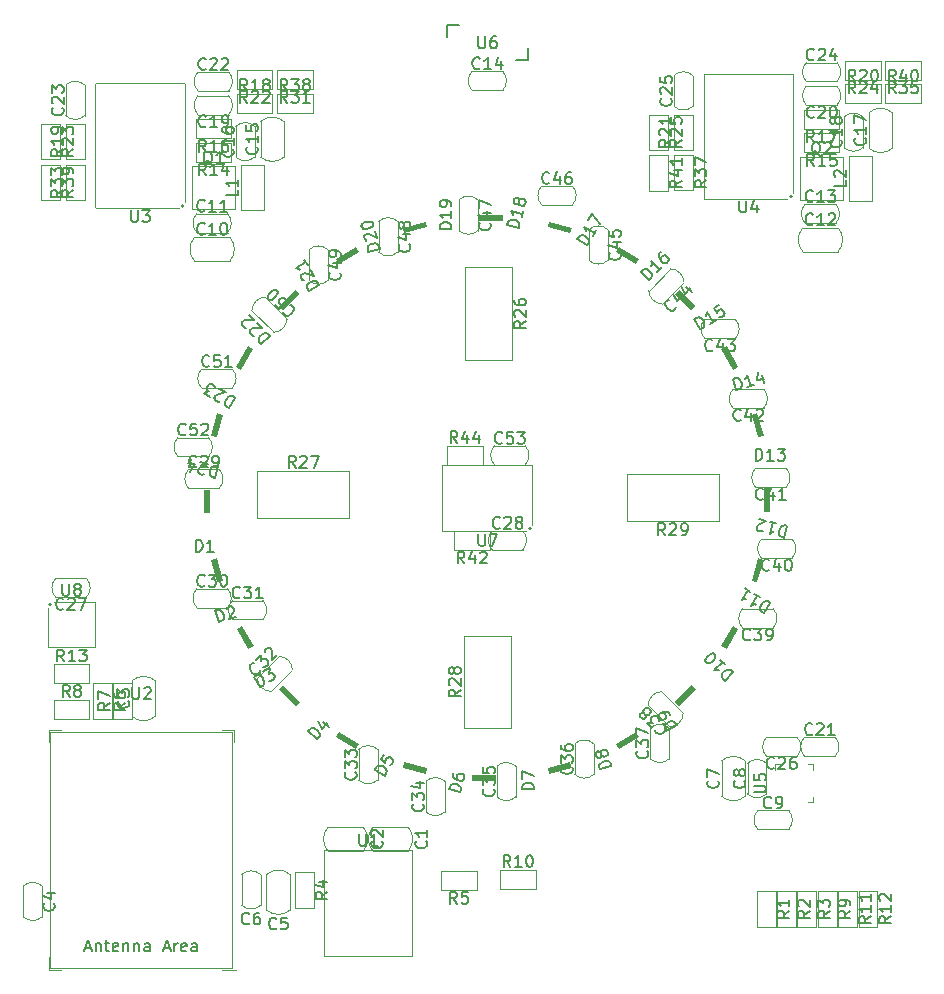
<source format=gbr>
%TF.GenerationSoftware,KiCad,Pcbnew,(6.0.8)*%
%TF.CreationDate,2022-10-28T13:47:00+02:00*%
%TF.ProjectId,view_base,76696577-5f62-4617-9365-2e6b69636164,rev?*%
%TF.SameCoordinates,Original*%
%TF.FileFunction,Legend,Top*%
%TF.FilePolarity,Positive*%
%FSLAX46Y46*%
G04 Gerber Fmt 4.6, Leading zero omitted, Abs format (unit mm)*
G04 Created by KiCad (PCBNEW (6.0.8)) date 2022-10-28 13:47:00*
%MOMM*%
%LPD*%
G01*
G04 APERTURE LIST*
%ADD10C,0.150000*%
%ADD11C,0.120000*%
%ADD12C,0.200000*%
G04 APERTURE END LIST*
D10*
%TO.C,U4*%
X121338095Y-74845380D02*
X121338095Y-75654904D01*
X121385714Y-75750142D01*
X121433333Y-75797761D01*
X121528571Y-75845380D01*
X121719047Y-75845380D01*
X121814285Y-75797761D01*
X121861904Y-75750142D01*
X121909523Y-75654904D01*
X121909523Y-74845380D01*
X122814285Y-75178714D02*
X122814285Y-75845380D01*
X122576190Y-74797761D02*
X122338095Y-75512047D01*
X122957142Y-75512047D01*
%TO.C,C53*%
X101257142Y-95327142D02*
X101209523Y-95374761D01*
X101066666Y-95422380D01*
X100971428Y-95422380D01*
X100828571Y-95374761D01*
X100733333Y-95279523D01*
X100685714Y-95184285D01*
X100638095Y-94993809D01*
X100638095Y-94850952D01*
X100685714Y-94660476D01*
X100733333Y-94565238D01*
X100828571Y-94470000D01*
X100971428Y-94422380D01*
X101066666Y-94422380D01*
X101209523Y-94470000D01*
X101257142Y-94517619D01*
X102161904Y-94422380D02*
X101685714Y-94422380D01*
X101638095Y-94898571D01*
X101685714Y-94850952D01*
X101780952Y-94803333D01*
X102019047Y-94803333D01*
X102114285Y-94850952D01*
X102161904Y-94898571D01*
X102209523Y-94993809D01*
X102209523Y-95231904D01*
X102161904Y-95327142D01*
X102114285Y-95374761D01*
X102019047Y-95422380D01*
X101780952Y-95422380D01*
X101685714Y-95374761D01*
X101638095Y-95327142D01*
X102542857Y-94422380D02*
X103161904Y-94422380D01*
X102828571Y-94803333D01*
X102971428Y-94803333D01*
X103066666Y-94850952D01*
X103114285Y-94898571D01*
X103161904Y-94993809D01*
X103161904Y-95231904D01*
X103114285Y-95327142D01*
X103066666Y-95374761D01*
X102971428Y-95422380D01*
X102685714Y-95422380D01*
X102590476Y-95374761D01*
X102542857Y-95327142D01*
%TO.C,R44*%
X97457142Y-95352380D02*
X97123809Y-94876190D01*
X96885714Y-95352380D02*
X96885714Y-94352380D01*
X97266666Y-94352380D01*
X97361904Y-94400000D01*
X97409523Y-94447619D01*
X97457142Y-94542857D01*
X97457142Y-94685714D01*
X97409523Y-94780952D01*
X97361904Y-94828571D01*
X97266666Y-94876190D01*
X96885714Y-94876190D01*
X98314285Y-94685714D02*
X98314285Y-95352380D01*
X98076190Y-94304761D02*
X97838095Y-95019047D01*
X98457142Y-95019047D01*
X99266666Y-94685714D02*
X99266666Y-95352380D01*
X99028571Y-94304761D02*
X98790476Y-95019047D01*
X99409523Y-95019047D01*
%TO.C,R42*%
X98057142Y-105552380D02*
X97723809Y-105076190D01*
X97485714Y-105552380D02*
X97485714Y-104552380D01*
X97866666Y-104552380D01*
X97961904Y-104600000D01*
X98009523Y-104647619D01*
X98057142Y-104742857D01*
X98057142Y-104885714D01*
X98009523Y-104980952D01*
X97961904Y-105028571D01*
X97866666Y-105076190D01*
X97485714Y-105076190D01*
X98914285Y-104885714D02*
X98914285Y-105552380D01*
X98676190Y-104504761D02*
X98438095Y-105219047D01*
X99057142Y-105219047D01*
X99390476Y-104647619D02*
X99438095Y-104600000D01*
X99533333Y-104552380D01*
X99771428Y-104552380D01*
X99866666Y-104600000D01*
X99914285Y-104647619D01*
X99961904Y-104742857D01*
X99961904Y-104838095D01*
X99914285Y-104980952D01*
X99342857Y-105552380D01*
X99961904Y-105552380D01*
%TO.C,U2*%
X69938095Y-116052380D02*
X69938095Y-116861904D01*
X69985714Y-116957142D01*
X70033333Y-117004761D01*
X70128571Y-117052380D01*
X70319047Y-117052380D01*
X70414285Y-117004761D01*
X70461904Y-116957142D01*
X70509523Y-116861904D01*
X70509523Y-116052380D01*
X70938095Y-116147619D02*
X70985714Y-116100000D01*
X71080952Y-116052380D01*
X71319047Y-116052380D01*
X71414285Y-116100000D01*
X71461904Y-116147619D01*
X71509523Y-116242857D01*
X71509523Y-116338095D01*
X71461904Y-116480952D01*
X70890476Y-117052380D01*
X71509523Y-117052380D01*
X65938095Y-138116666D02*
X66414285Y-138116666D01*
X65842857Y-138402380D02*
X66176190Y-137402380D01*
X66509523Y-138402380D01*
X66842857Y-137735714D02*
X66842857Y-138402380D01*
X66842857Y-137830952D02*
X66890476Y-137783333D01*
X66985714Y-137735714D01*
X67128571Y-137735714D01*
X67223809Y-137783333D01*
X67271428Y-137878571D01*
X67271428Y-138402380D01*
X67604761Y-137735714D02*
X67985714Y-137735714D01*
X67747619Y-137402380D02*
X67747619Y-138259523D01*
X67795238Y-138354761D01*
X67890476Y-138402380D01*
X67985714Y-138402380D01*
X68700000Y-138354761D02*
X68604761Y-138402380D01*
X68414285Y-138402380D01*
X68319047Y-138354761D01*
X68271428Y-138259523D01*
X68271428Y-137878571D01*
X68319047Y-137783333D01*
X68414285Y-137735714D01*
X68604761Y-137735714D01*
X68700000Y-137783333D01*
X68747619Y-137878571D01*
X68747619Y-137973809D01*
X68271428Y-138069047D01*
X69176190Y-137735714D02*
X69176190Y-138402380D01*
X69176190Y-137830952D02*
X69223809Y-137783333D01*
X69319047Y-137735714D01*
X69461904Y-137735714D01*
X69557142Y-137783333D01*
X69604761Y-137878571D01*
X69604761Y-138402380D01*
X70080952Y-137735714D02*
X70080952Y-138402380D01*
X70080952Y-137830952D02*
X70128571Y-137783333D01*
X70223809Y-137735714D01*
X70366666Y-137735714D01*
X70461904Y-137783333D01*
X70509523Y-137878571D01*
X70509523Y-138402380D01*
X71414285Y-138402380D02*
X71414285Y-137878571D01*
X71366666Y-137783333D01*
X71271428Y-137735714D01*
X71080952Y-137735714D01*
X70985714Y-137783333D01*
X71414285Y-138354761D02*
X71319047Y-138402380D01*
X71080952Y-138402380D01*
X70985714Y-138354761D01*
X70938095Y-138259523D01*
X70938095Y-138164285D01*
X70985714Y-138069047D01*
X71080952Y-138021428D01*
X71319047Y-138021428D01*
X71414285Y-137973809D01*
X72604761Y-138116666D02*
X73080952Y-138116666D01*
X72509523Y-138402380D02*
X72842857Y-137402380D01*
X73176190Y-138402380D01*
X73509523Y-138402380D02*
X73509523Y-137735714D01*
X73509523Y-137926190D02*
X73557142Y-137830952D01*
X73604761Y-137783333D01*
X73700000Y-137735714D01*
X73795238Y-137735714D01*
X74509523Y-138354761D02*
X74414285Y-138402380D01*
X74223809Y-138402380D01*
X74128571Y-138354761D01*
X74080952Y-138259523D01*
X74080952Y-137878571D01*
X74128571Y-137783333D01*
X74223809Y-137735714D01*
X74414285Y-137735714D01*
X74509523Y-137783333D01*
X74557142Y-137878571D01*
X74557142Y-137973809D01*
X74080952Y-138069047D01*
X75414285Y-138402380D02*
X75414285Y-137878571D01*
X75366666Y-137783333D01*
X75271428Y-137735714D01*
X75080952Y-137735714D01*
X74985714Y-137783333D01*
X75414285Y-138354761D02*
X75319047Y-138402380D01*
X75080952Y-138402380D01*
X74985714Y-138354761D01*
X74938095Y-138259523D01*
X74938095Y-138164285D01*
X74985714Y-138069047D01*
X75080952Y-138021428D01*
X75319047Y-138021428D01*
X75414285Y-137973809D01*
%TO.C,C6*%
X79833333Y-136032142D02*
X79785714Y-136079761D01*
X79642857Y-136127380D01*
X79547619Y-136127380D01*
X79404761Y-136079761D01*
X79309523Y-135984523D01*
X79261904Y-135889285D01*
X79214285Y-135698809D01*
X79214285Y-135555952D01*
X79261904Y-135365476D01*
X79309523Y-135270238D01*
X79404761Y-135175000D01*
X79547619Y-135127380D01*
X79642857Y-135127380D01*
X79785714Y-135175000D01*
X79833333Y-135222619D01*
X80690476Y-135127380D02*
X80500000Y-135127380D01*
X80404761Y-135175000D01*
X80357142Y-135222619D01*
X80261904Y-135365476D01*
X80214285Y-135555952D01*
X80214285Y-135936904D01*
X80261904Y-136032142D01*
X80309523Y-136079761D01*
X80404761Y-136127380D01*
X80595238Y-136127380D01*
X80690476Y-136079761D01*
X80738095Y-136032142D01*
X80785714Y-135936904D01*
X80785714Y-135698809D01*
X80738095Y-135603571D01*
X80690476Y-135555952D01*
X80595238Y-135508333D01*
X80404761Y-135508333D01*
X80309523Y-135555952D01*
X80261904Y-135603571D01*
X80214285Y-135698809D01*
%TO.C,C5*%
X82133333Y-136457142D02*
X82085714Y-136504761D01*
X81942857Y-136552380D01*
X81847619Y-136552380D01*
X81704761Y-136504761D01*
X81609523Y-136409523D01*
X81561904Y-136314285D01*
X81514285Y-136123809D01*
X81514285Y-135980952D01*
X81561904Y-135790476D01*
X81609523Y-135695238D01*
X81704761Y-135600000D01*
X81847619Y-135552380D01*
X81942857Y-135552380D01*
X82085714Y-135600000D01*
X82133333Y-135647619D01*
X83038095Y-135552380D02*
X82561904Y-135552380D01*
X82514285Y-136028571D01*
X82561904Y-135980952D01*
X82657142Y-135933333D01*
X82895238Y-135933333D01*
X82990476Y-135980952D01*
X83038095Y-136028571D01*
X83085714Y-136123809D01*
X83085714Y-136361904D01*
X83038095Y-136457142D01*
X82990476Y-136504761D01*
X82895238Y-136552380D01*
X82657142Y-136552380D01*
X82561904Y-136504761D01*
X82514285Y-136457142D01*
%TO.C,U8*%
X64013095Y-107277380D02*
X64013095Y-108086904D01*
X64060714Y-108182142D01*
X64108333Y-108229761D01*
X64203571Y-108277380D01*
X64394047Y-108277380D01*
X64489285Y-108229761D01*
X64536904Y-108182142D01*
X64584523Y-108086904D01*
X64584523Y-107277380D01*
X65203571Y-107705952D02*
X65108333Y-107658333D01*
X65060714Y-107610714D01*
X65013095Y-107515476D01*
X65013095Y-107467857D01*
X65060714Y-107372619D01*
X65108333Y-107325000D01*
X65203571Y-107277380D01*
X65394047Y-107277380D01*
X65489285Y-107325000D01*
X65536904Y-107372619D01*
X65584523Y-107467857D01*
X65584523Y-107515476D01*
X65536904Y-107610714D01*
X65489285Y-107658333D01*
X65394047Y-107705952D01*
X65203571Y-107705952D01*
X65108333Y-107753571D01*
X65060714Y-107801190D01*
X65013095Y-107896428D01*
X65013095Y-108086904D01*
X65060714Y-108182142D01*
X65108333Y-108229761D01*
X65203571Y-108277380D01*
X65394047Y-108277380D01*
X65489285Y-108229761D01*
X65536904Y-108182142D01*
X65584523Y-108086904D01*
X65584523Y-107896428D01*
X65536904Y-107801190D01*
X65489285Y-107753571D01*
X65394047Y-107705952D01*
%TO.C,U7*%
X99238095Y-103052380D02*
X99238095Y-103861904D01*
X99285714Y-103957142D01*
X99333333Y-104004761D01*
X99428571Y-104052380D01*
X99619047Y-104052380D01*
X99714285Y-104004761D01*
X99761904Y-103957142D01*
X99809523Y-103861904D01*
X99809523Y-103052380D01*
X100190476Y-103052380D02*
X100857142Y-103052380D01*
X100428571Y-104052380D01*
%TO.C,U6*%
X99238095Y-60939880D02*
X99238095Y-61749404D01*
X99285714Y-61844642D01*
X99333333Y-61892261D01*
X99428571Y-61939880D01*
X99619047Y-61939880D01*
X99714285Y-61892261D01*
X99761904Y-61844642D01*
X99809523Y-61749404D01*
X99809523Y-60939880D01*
X100714285Y-60939880D02*
X100523809Y-60939880D01*
X100428571Y-60987500D01*
X100380952Y-61035119D01*
X100285714Y-61177976D01*
X100238095Y-61368452D01*
X100238095Y-61749404D01*
X100285714Y-61844642D01*
X100333333Y-61892261D01*
X100428571Y-61939880D01*
X100619047Y-61939880D01*
X100714285Y-61892261D01*
X100761904Y-61844642D01*
X100809523Y-61749404D01*
X100809523Y-61511309D01*
X100761904Y-61416071D01*
X100714285Y-61368452D01*
X100619047Y-61320833D01*
X100428571Y-61320833D01*
X100333333Y-61368452D01*
X100285714Y-61416071D01*
X100238095Y-61511309D01*
%TO.C,U5*%
X122582380Y-124936904D02*
X123391904Y-124936904D01*
X123487142Y-124889285D01*
X123534761Y-124841666D01*
X123582380Y-124746428D01*
X123582380Y-124555952D01*
X123534761Y-124460714D01*
X123487142Y-124413095D01*
X123391904Y-124365476D01*
X122582380Y-124365476D01*
X122582380Y-123413095D02*
X122582380Y-123889285D01*
X123058571Y-123936904D01*
X123010952Y-123889285D01*
X122963333Y-123794047D01*
X122963333Y-123555952D01*
X123010952Y-123460714D01*
X123058571Y-123413095D01*
X123153809Y-123365476D01*
X123391904Y-123365476D01*
X123487142Y-123413095D01*
X123534761Y-123460714D01*
X123582380Y-123555952D01*
X123582380Y-123794047D01*
X123534761Y-123889285D01*
X123487142Y-123936904D01*
%TO.C,U3*%
X69838095Y-75645380D02*
X69838095Y-76454904D01*
X69885714Y-76550142D01*
X69933333Y-76597761D01*
X70028571Y-76645380D01*
X70219047Y-76645380D01*
X70314285Y-76597761D01*
X70361904Y-76550142D01*
X70409523Y-76454904D01*
X70409523Y-75645380D01*
X70790476Y-75645380D02*
X71409523Y-75645380D01*
X71076190Y-76026333D01*
X71219047Y-76026333D01*
X71314285Y-76073952D01*
X71361904Y-76121571D01*
X71409523Y-76216809D01*
X71409523Y-76454904D01*
X71361904Y-76550142D01*
X71314285Y-76597761D01*
X71219047Y-76645380D01*
X70933333Y-76645380D01*
X70838095Y-76597761D01*
X70790476Y-76550142D01*
%TO.C,U1*%
X89138095Y-128452380D02*
X89138095Y-129261904D01*
X89185714Y-129357142D01*
X89233333Y-129404761D01*
X89328571Y-129452380D01*
X89519047Y-129452380D01*
X89614285Y-129404761D01*
X89661904Y-129357142D01*
X89709523Y-129261904D01*
X89709523Y-128452380D01*
X90709523Y-129452380D02*
X90138095Y-129452380D01*
X90423809Y-129452380D02*
X90423809Y-128452380D01*
X90328571Y-128595238D01*
X90233333Y-128690476D01*
X90138095Y-128738095D01*
%TO.C,R41*%
X116452381Y-73142856D02*
X115976191Y-73476189D01*
X116452381Y-73714284D02*
X115452381Y-73714284D01*
X115452381Y-73333332D01*
X115500001Y-73238094D01*
X115547620Y-73190475D01*
X115642858Y-73142856D01*
X115785715Y-73142856D01*
X115880953Y-73190475D01*
X115928572Y-73238094D01*
X115976191Y-73333332D01*
X115976191Y-73714284D01*
X115785715Y-72285713D02*
X116452381Y-72285713D01*
X115404762Y-72523808D02*
X116119048Y-72761903D01*
X116119048Y-72142856D01*
X116452381Y-71238094D02*
X116452381Y-71809522D01*
X116452381Y-71523808D02*
X115452381Y-71523808D01*
X115595239Y-71619046D01*
X115690477Y-71714284D01*
X115738096Y-71809522D01*
%TO.C,R40*%
X134557143Y-64752377D02*
X134223810Y-64276187D01*
X133985715Y-64752377D02*
X133985715Y-63752377D01*
X134366667Y-63752377D01*
X134461905Y-63799997D01*
X134509524Y-63847616D01*
X134557143Y-63942854D01*
X134557143Y-64085711D01*
X134509524Y-64180949D01*
X134461905Y-64228568D01*
X134366667Y-64276187D01*
X133985715Y-64276187D01*
X135414286Y-64085711D02*
X135414286Y-64752377D01*
X135176191Y-63704758D02*
X134938096Y-64419044D01*
X135557143Y-64419044D01*
X136128572Y-63752377D02*
X136223810Y-63752377D01*
X136319048Y-63799997D01*
X136366667Y-63847616D01*
X136414286Y-63942854D01*
X136461905Y-64133330D01*
X136461905Y-64371425D01*
X136414286Y-64561901D01*
X136366667Y-64657139D01*
X136319048Y-64704758D01*
X136223810Y-64752377D01*
X136128572Y-64752377D01*
X136033334Y-64704758D01*
X135985715Y-64657139D01*
X135938096Y-64561901D01*
X135890477Y-64371425D01*
X135890477Y-64133330D01*
X135938096Y-63942854D01*
X135985715Y-63847616D01*
X136033334Y-63799997D01*
X136128572Y-63752377D01*
%TO.C,R39*%
X64952380Y-73942857D02*
X64476190Y-74276190D01*
X64952380Y-74514285D02*
X63952380Y-74514285D01*
X63952380Y-74133333D01*
X64000000Y-74038095D01*
X64047619Y-73990476D01*
X64142857Y-73942857D01*
X64285714Y-73942857D01*
X64380952Y-73990476D01*
X64428571Y-74038095D01*
X64476190Y-74133333D01*
X64476190Y-74514285D01*
X63952380Y-73609523D02*
X63952380Y-72990476D01*
X64333333Y-73323809D01*
X64333333Y-73180952D01*
X64380952Y-73085714D01*
X64428571Y-73038095D01*
X64523809Y-72990476D01*
X64761904Y-72990476D01*
X64857142Y-73038095D01*
X64904761Y-73085714D01*
X64952380Y-73180952D01*
X64952380Y-73466666D01*
X64904761Y-73561904D01*
X64857142Y-73609523D01*
X64952380Y-72514285D02*
X64952380Y-72323809D01*
X64904761Y-72228571D01*
X64857142Y-72180952D01*
X64714285Y-72085714D01*
X64523809Y-72038095D01*
X64142857Y-72038095D01*
X64047619Y-72085714D01*
X64000000Y-72133333D01*
X63952380Y-72228571D01*
X63952380Y-72419047D01*
X64000000Y-72514285D01*
X64047619Y-72561904D01*
X64142857Y-72609523D01*
X64380952Y-72609523D01*
X64476190Y-72561904D01*
X64523809Y-72514285D01*
X64571428Y-72419047D01*
X64571428Y-72228571D01*
X64523809Y-72133333D01*
X64476190Y-72085714D01*
X64380952Y-72038095D01*
%TO.C,R38*%
X83057142Y-65552380D02*
X82723809Y-65076190D01*
X82485714Y-65552380D02*
X82485714Y-64552380D01*
X82866666Y-64552380D01*
X82961904Y-64600000D01*
X83009523Y-64647619D01*
X83057142Y-64742857D01*
X83057142Y-64885714D01*
X83009523Y-64980952D01*
X82961904Y-65028571D01*
X82866666Y-65076190D01*
X82485714Y-65076190D01*
X83390476Y-64552380D02*
X84009523Y-64552380D01*
X83676190Y-64933333D01*
X83819047Y-64933333D01*
X83914285Y-64980952D01*
X83961904Y-65028571D01*
X84009523Y-65123809D01*
X84009523Y-65361904D01*
X83961904Y-65457142D01*
X83914285Y-65504761D01*
X83819047Y-65552380D01*
X83533333Y-65552380D01*
X83438095Y-65504761D01*
X83390476Y-65457142D01*
X84580952Y-64980952D02*
X84485714Y-64933333D01*
X84438095Y-64885714D01*
X84390476Y-64790476D01*
X84390476Y-64742857D01*
X84438095Y-64647619D01*
X84485714Y-64600000D01*
X84580952Y-64552380D01*
X84771428Y-64552380D01*
X84866666Y-64600000D01*
X84914285Y-64647619D01*
X84961904Y-64742857D01*
X84961904Y-64790476D01*
X84914285Y-64885714D01*
X84866666Y-64933333D01*
X84771428Y-64980952D01*
X84580952Y-64980952D01*
X84485714Y-65028571D01*
X84438095Y-65076190D01*
X84390476Y-65171428D01*
X84390476Y-65361904D01*
X84438095Y-65457142D01*
X84485714Y-65504761D01*
X84580952Y-65552380D01*
X84771428Y-65552380D01*
X84866666Y-65504761D01*
X84914285Y-65457142D01*
X84961904Y-65361904D01*
X84961904Y-65171428D01*
X84914285Y-65076190D01*
X84866666Y-65028571D01*
X84771428Y-64980952D01*
%TO.C,R37*%
X118552380Y-73117857D02*
X118076190Y-73451190D01*
X118552380Y-73689285D02*
X117552380Y-73689285D01*
X117552380Y-73308333D01*
X117600000Y-73213095D01*
X117647619Y-73165476D01*
X117742857Y-73117857D01*
X117885714Y-73117857D01*
X117980952Y-73165476D01*
X118028571Y-73213095D01*
X118076190Y-73308333D01*
X118076190Y-73689285D01*
X117552380Y-72784523D02*
X117552380Y-72165476D01*
X117933333Y-72498809D01*
X117933333Y-72355952D01*
X117980952Y-72260714D01*
X118028571Y-72213095D01*
X118123809Y-72165476D01*
X118361904Y-72165476D01*
X118457142Y-72213095D01*
X118504761Y-72260714D01*
X118552380Y-72355952D01*
X118552380Y-72641666D01*
X118504761Y-72736904D01*
X118457142Y-72784523D01*
X117552380Y-71832142D02*
X117552380Y-71165476D01*
X118552380Y-71594047D01*
%TO.C,R35*%
X134557139Y-65752378D02*
X134223806Y-65276188D01*
X133985711Y-65752378D02*
X133985711Y-64752378D01*
X134366663Y-64752378D01*
X134461901Y-64799998D01*
X134509520Y-64847617D01*
X134557139Y-64942855D01*
X134557139Y-65085712D01*
X134509520Y-65180950D01*
X134461901Y-65228569D01*
X134366663Y-65276188D01*
X133985711Y-65276188D01*
X134890473Y-64752378D02*
X135509520Y-64752378D01*
X135176187Y-65133331D01*
X135319044Y-65133331D01*
X135414282Y-65180950D01*
X135461901Y-65228569D01*
X135509520Y-65323807D01*
X135509520Y-65561902D01*
X135461901Y-65657140D01*
X135414282Y-65704759D01*
X135319044Y-65752378D01*
X135033330Y-65752378D01*
X134938092Y-65704759D01*
X134890473Y-65657140D01*
X136414282Y-64752378D02*
X135938092Y-64752378D01*
X135890473Y-65228569D01*
X135938092Y-65180950D01*
X136033330Y-65133331D01*
X136271425Y-65133331D01*
X136366663Y-65180950D01*
X136414282Y-65228569D01*
X136461901Y-65323807D01*
X136461901Y-65561902D01*
X136414282Y-65657140D01*
X136366663Y-65704759D01*
X136271425Y-65752378D01*
X136033330Y-65752378D01*
X135938092Y-65704759D01*
X135890473Y-65657140D01*
%TO.C,R33*%
X64052380Y-73942857D02*
X63576190Y-74276190D01*
X64052380Y-74514285D02*
X63052380Y-74514285D01*
X63052380Y-74133333D01*
X63100000Y-74038095D01*
X63147619Y-73990476D01*
X63242857Y-73942857D01*
X63385714Y-73942857D01*
X63480952Y-73990476D01*
X63528571Y-74038095D01*
X63576190Y-74133333D01*
X63576190Y-74514285D01*
X63052380Y-73609523D02*
X63052380Y-72990476D01*
X63433333Y-73323809D01*
X63433333Y-73180952D01*
X63480952Y-73085714D01*
X63528571Y-73038095D01*
X63623809Y-72990476D01*
X63861904Y-72990476D01*
X63957142Y-73038095D01*
X64004761Y-73085714D01*
X64052380Y-73180952D01*
X64052380Y-73466666D01*
X64004761Y-73561904D01*
X63957142Y-73609523D01*
X63052380Y-72657142D02*
X63052380Y-72038095D01*
X63433333Y-72371428D01*
X63433333Y-72228571D01*
X63480952Y-72133333D01*
X63528571Y-72085714D01*
X63623809Y-72038095D01*
X63861904Y-72038095D01*
X63957142Y-72085714D01*
X64004761Y-72133333D01*
X64052380Y-72228571D01*
X64052380Y-72514285D01*
X64004761Y-72609523D01*
X63957142Y-72657142D01*
%TO.C,R31*%
X83057142Y-66552380D02*
X82723809Y-66076190D01*
X82485714Y-66552380D02*
X82485714Y-65552380D01*
X82866666Y-65552380D01*
X82961904Y-65600000D01*
X83009523Y-65647619D01*
X83057142Y-65742857D01*
X83057142Y-65885714D01*
X83009523Y-65980952D01*
X82961904Y-66028571D01*
X82866666Y-66076190D01*
X82485714Y-66076190D01*
X83390476Y-65552380D02*
X84009523Y-65552380D01*
X83676190Y-65933333D01*
X83819047Y-65933333D01*
X83914285Y-65980952D01*
X83961904Y-66028571D01*
X84009523Y-66123809D01*
X84009523Y-66361904D01*
X83961904Y-66457142D01*
X83914285Y-66504761D01*
X83819047Y-66552380D01*
X83533333Y-66552380D01*
X83438095Y-66504761D01*
X83390476Y-66457142D01*
X84961904Y-66552380D02*
X84390476Y-66552380D01*
X84676190Y-66552380D02*
X84676190Y-65552380D01*
X84580952Y-65695238D01*
X84485714Y-65790476D01*
X84390476Y-65838095D01*
%TO.C,R29*%
X115057142Y-103167380D02*
X114723809Y-102691190D01*
X114485714Y-103167380D02*
X114485714Y-102167380D01*
X114866666Y-102167380D01*
X114961904Y-102215000D01*
X115009523Y-102262619D01*
X115057142Y-102357857D01*
X115057142Y-102500714D01*
X115009523Y-102595952D01*
X114961904Y-102643571D01*
X114866666Y-102691190D01*
X114485714Y-102691190D01*
X115438095Y-102262619D02*
X115485714Y-102215000D01*
X115580952Y-102167380D01*
X115819047Y-102167380D01*
X115914285Y-102215000D01*
X115961904Y-102262619D01*
X116009523Y-102357857D01*
X116009523Y-102453095D01*
X115961904Y-102595952D01*
X115390476Y-103167380D01*
X116009523Y-103167380D01*
X116485714Y-103167380D02*
X116676190Y-103167380D01*
X116771428Y-103119761D01*
X116819047Y-103072142D01*
X116914285Y-102929285D01*
X116961904Y-102738809D01*
X116961904Y-102357857D01*
X116914285Y-102262619D01*
X116866666Y-102215000D01*
X116771428Y-102167380D01*
X116580952Y-102167380D01*
X116485714Y-102215000D01*
X116438095Y-102262619D01*
X116390476Y-102357857D01*
X116390476Y-102595952D01*
X116438095Y-102691190D01*
X116485714Y-102738809D01*
X116580952Y-102786428D01*
X116771428Y-102786428D01*
X116866666Y-102738809D01*
X116914285Y-102691190D01*
X116961904Y-102595952D01*
%TO.C,R28*%
X97737380Y-116242857D02*
X97261190Y-116576190D01*
X97737380Y-116814285D02*
X96737380Y-116814285D01*
X96737380Y-116433333D01*
X96785000Y-116338095D01*
X96832619Y-116290476D01*
X96927857Y-116242857D01*
X97070714Y-116242857D01*
X97165952Y-116290476D01*
X97213571Y-116338095D01*
X97261190Y-116433333D01*
X97261190Y-116814285D01*
X96832619Y-115861904D02*
X96785000Y-115814285D01*
X96737380Y-115719047D01*
X96737380Y-115480952D01*
X96785000Y-115385714D01*
X96832619Y-115338095D01*
X96927857Y-115290476D01*
X97023095Y-115290476D01*
X97165952Y-115338095D01*
X97737380Y-115909523D01*
X97737380Y-115290476D01*
X97165952Y-114719047D02*
X97118333Y-114814285D01*
X97070714Y-114861904D01*
X96975476Y-114909523D01*
X96927857Y-114909523D01*
X96832619Y-114861904D01*
X96785000Y-114814285D01*
X96737380Y-114719047D01*
X96737380Y-114528571D01*
X96785000Y-114433333D01*
X96832619Y-114385714D01*
X96927857Y-114338095D01*
X96975476Y-114338095D01*
X97070714Y-114385714D01*
X97118333Y-114433333D01*
X97165952Y-114528571D01*
X97165952Y-114719047D01*
X97213571Y-114814285D01*
X97261190Y-114861904D01*
X97356428Y-114909523D01*
X97546904Y-114909523D01*
X97642142Y-114861904D01*
X97689761Y-114814285D01*
X97737380Y-114719047D01*
X97737380Y-114528571D01*
X97689761Y-114433333D01*
X97642142Y-114385714D01*
X97546904Y-114338095D01*
X97356428Y-114338095D01*
X97261190Y-114385714D01*
X97213571Y-114433333D01*
X97165952Y-114528571D01*
%TO.C,R27*%
X83757142Y-97437380D02*
X83423809Y-96961190D01*
X83185714Y-97437380D02*
X83185714Y-96437380D01*
X83566666Y-96437380D01*
X83661904Y-96485000D01*
X83709523Y-96532619D01*
X83757142Y-96627857D01*
X83757142Y-96770714D01*
X83709523Y-96865952D01*
X83661904Y-96913571D01*
X83566666Y-96961190D01*
X83185714Y-96961190D01*
X84138095Y-96532619D02*
X84185714Y-96485000D01*
X84280952Y-96437380D01*
X84519047Y-96437380D01*
X84614285Y-96485000D01*
X84661904Y-96532619D01*
X84709523Y-96627857D01*
X84709523Y-96723095D01*
X84661904Y-96865952D01*
X84090476Y-97437380D01*
X84709523Y-97437380D01*
X85042857Y-96437380D02*
X85709523Y-96437380D01*
X85280952Y-97437380D01*
%TO.C,R26*%
X103267380Y-85042857D02*
X102791190Y-85376190D01*
X103267380Y-85614285D02*
X102267380Y-85614285D01*
X102267380Y-85233333D01*
X102315000Y-85138095D01*
X102362619Y-85090476D01*
X102457857Y-85042857D01*
X102600714Y-85042857D01*
X102695952Y-85090476D01*
X102743571Y-85138095D01*
X102791190Y-85233333D01*
X102791190Y-85614285D01*
X102362619Y-84661904D02*
X102315000Y-84614285D01*
X102267380Y-84519047D01*
X102267380Y-84280952D01*
X102315000Y-84185714D01*
X102362619Y-84138095D01*
X102457857Y-84090476D01*
X102553095Y-84090476D01*
X102695952Y-84138095D01*
X103267380Y-84709523D01*
X103267380Y-84090476D01*
X102267380Y-83233333D02*
X102267380Y-83423809D01*
X102315000Y-83519047D01*
X102362619Y-83566666D01*
X102505476Y-83661904D01*
X102695952Y-83709523D01*
X103076904Y-83709523D01*
X103172142Y-83661904D01*
X103219761Y-83614285D01*
X103267380Y-83519047D01*
X103267380Y-83328571D01*
X103219761Y-83233333D01*
X103172142Y-83185714D01*
X103076904Y-83138095D01*
X102838809Y-83138095D01*
X102743571Y-83185714D01*
X102695952Y-83233333D01*
X102648333Y-83328571D01*
X102648333Y-83519047D01*
X102695952Y-83614285D01*
X102743571Y-83661904D01*
X102838809Y-83709523D01*
%TO.C,R25*%
X116452381Y-69692852D02*
X115976191Y-70026185D01*
X116452381Y-70264280D02*
X115452381Y-70264280D01*
X115452381Y-69883328D01*
X115500001Y-69788090D01*
X115547620Y-69740471D01*
X115642858Y-69692852D01*
X115785715Y-69692852D01*
X115880953Y-69740471D01*
X115928572Y-69788090D01*
X115976191Y-69883328D01*
X115976191Y-70264280D01*
X115547620Y-69311899D02*
X115500001Y-69264280D01*
X115452381Y-69169042D01*
X115452381Y-68930947D01*
X115500001Y-68835709D01*
X115547620Y-68788090D01*
X115642858Y-68740471D01*
X115738096Y-68740471D01*
X115880953Y-68788090D01*
X116452381Y-69359518D01*
X116452381Y-68740471D01*
X115452381Y-67835709D02*
X115452381Y-68311899D01*
X115928572Y-68359518D01*
X115880953Y-68311899D01*
X115833334Y-68216661D01*
X115833334Y-67978566D01*
X115880953Y-67883328D01*
X115928572Y-67835709D01*
X116023810Y-67788090D01*
X116261905Y-67788090D01*
X116357143Y-67835709D01*
X116404762Y-67883328D01*
X116452381Y-67978566D01*
X116452381Y-68216661D01*
X116404762Y-68311899D01*
X116357143Y-68359518D01*
%TO.C,R24*%
X131157141Y-65752378D02*
X130823808Y-65276188D01*
X130585713Y-65752378D02*
X130585713Y-64752378D01*
X130966665Y-64752378D01*
X131061903Y-64799998D01*
X131109522Y-64847617D01*
X131157141Y-64942855D01*
X131157141Y-65085712D01*
X131109522Y-65180950D01*
X131061903Y-65228569D01*
X130966665Y-65276188D01*
X130585713Y-65276188D01*
X131538094Y-64847617D02*
X131585713Y-64799998D01*
X131680951Y-64752378D01*
X131919046Y-64752378D01*
X132014284Y-64799998D01*
X132061903Y-64847617D01*
X132109522Y-64942855D01*
X132109522Y-65038093D01*
X132061903Y-65180950D01*
X131490475Y-65752378D01*
X132109522Y-65752378D01*
X132966665Y-65085712D02*
X132966665Y-65752378D01*
X132728570Y-64704759D02*
X132490475Y-65419045D01*
X133109522Y-65419045D01*
%TO.C,R23*%
X64952381Y-70492854D02*
X64476191Y-70826187D01*
X64952381Y-71064282D02*
X63952381Y-71064282D01*
X63952381Y-70683330D01*
X64000001Y-70588092D01*
X64047620Y-70540473D01*
X64142858Y-70492854D01*
X64285715Y-70492854D01*
X64380953Y-70540473D01*
X64428572Y-70588092D01*
X64476191Y-70683330D01*
X64476191Y-71064282D01*
X64047620Y-70111901D02*
X64000001Y-70064282D01*
X63952381Y-69969044D01*
X63952381Y-69730949D01*
X64000001Y-69635711D01*
X64047620Y-69588092D01*
X64142858Y-69540473D01*
X64238096Y-69540473D01*
X64380953Y-69588092D01*
X64952381Y-70159520D01*
X64952381Y-69540473D01*
X63952381Y-69207139D02*
X63952381Y-68588092D01*
X64333334Y-68921425D01*
X64333334Y-68778568D01*
X64380953Y-68683330D01*
X64428572Y-68635711D01*
X64523810Y-68588092D01*
X64761905Y-68588092D01*
X64857143Y-68635711D01*
X64904762Y-68683330D01*
X64952381Y-68778568D01*
X64952381Y-69064282D01*
X64904762Y-69159520D01*
X64857143Y-69207139D01*
%TO.C,R22*%
X79657142Y-66552380D02*
X79323809Y-66076190D01*
X79085714Y-66552380D02*
X79085714Y-65552380D01*
X79466666Y-65552380D01*
X79561904Y-65600000D01*
X79609523Y-65647619D01*
X79657142Y-65742857D01*
X79657142Y-65885714D01*
X79609523Y-65980952D01*
X79561904Y-66028571D01*
X79466666Y-66076190D01*
X79085714Y-66076190D01*
X80038095Y-65647619D02*
X80085714Y-65600000D01*
X80180952Y-65552380D01*
X80419047Y-65552380D01*
X80514285Y-65600000D01*
X80561904Y-65647619D01*
X80609523Y-65742857D01*
X80609523Y-65838095D01*
X80561904Y-65980952D01*
X79990476Y-66552380D01*
X80609523Y-66552380D01*
X80990476Y-65647619D02*
X81038095Y-65600000D01*
X81133333Y-65552380D01*
X81371428Y-65552380D01*
X81466666Y-65600000D01*
X81514285Y-65647619D01*
X81561904Y-65742857D01*
X81561904Y-65838095D01*
X81514285Y-65980952D01*
X80942857Y-66552380D01*
X81561904Y-66552380D01*
%TO.C,R21*%
X115552380Y-69692856D02*
X115076190Y-70026189D01*
X115552380Y-70264284D02*
X114552380Y-70264284D01*
X114552380Y-69883332D01*
X114600000Y-69788094D01*
X114647619Y-69740475D01*
X114742857Y-69692856D01*
X114885714Y-69692856D01*
X114980952Y-69740475D01*
X115028571Y-69788094D01*
X115076190Y-69883332D01*
X115076190Y-70264284D01*
X114647619Y-69311903D02*
X114600000Y-69264284D01*
X114552380Y-69169046D01*
X114552380Y-68930951D01*
X114600000Y-68835713D01*
X114647619Y-68788094D01*
X114742857Y-68740475D01*
X114838095Y-68740475D01*
X114980952Y-68788094D01*
X115552380Y-69359522D01*
X115552380Y-68740475D01*
X115552380Y-67788094D02*
X115552380Y-68359522D01*
X115552380Y-68073808D02*
X114552380Y-68073808D01*
X114695238Y-68169046D01*
X114790476Y-68264284D01*
X114838095Y-68359522D01*
%TO.C,R20*%
X131157141Y-64752377D02*
X130823808Y-64276187D01*
X130585713Y-64752377D02*
X130585713Y-63752377D01*
X130966665Y-63752377D01*
X131061903Y-63799997D01*
X131109522Y-63847616D01*
X131157141Y-63942854D01*
X131157141Y-64085711D01*
X131109522Y-64180949D01*
X131061903Y-64228568D01*
X130966665Y-64276187D01*
X130585713Y-64276187D01*
X131538094Y-63847616D02*
X131585713Y-63799997D01*
X131680951Y-63752377D01*
X131919046Y-63752377D01*
X132014284Y-63799997D01*
X132061903Y-63847616D01*
X132109522Y-63942854D01*
X132109522Y-64038092D01*
X132061903Y-64180949D01*
X131490475Y-64752377D01*
X132109522Y-64752377D01*
X132728570Y-63752377D02*
X132823808Y-63752377D01*
X132919046Y-63799997D01*
X132966665Y-63847616D01*
X133014284Y-63942854D01*
X133061903Y-64133330D01*
X133061903Y-64371425D01*
X133014284Y-64561901D01*
X132966665Y-64657139D01*
X132919046Y-64704758D01*
X132823808Y-64752377D01*
X132728570Y-64752377D01*
X132633332Y-64704758D01*
X132585713Y-64657139D01*
X132538094Y-64561901D01*
X132490475Y-64371425D01*
X132490475Y-64133330D01*
X132538094Y-63942854D01*
X132585713Y-63847616D01*
X132633332Y-63799997D01*
X132728570Y-63752377D01*
%TO.C,R19*%
X64052381Y-70492855D02*
X63576191Y-70826188D01*
X64052381Y-71064283D02*
X63052381Y-71064283D01*
X63052381Y-70683331D01*
X63100001Y-70588093D01*
X63147620Y-70540474D01*
X63242858Y-70492855D01*
X63385715Y-70492855D01*
X63480953Y-70540474D01*
X63528572Y-70588093D01*
X63576191Y-70683331D01*
X63576191Y-71064283D01*
X64052381Y-69540474D02*
X64052381Y-70111902D01*
X64052381Y-69826188D02*
X63052381Y-69826188D01*
X63195239Y-69921426D01*
X63290477Y-70016664D01*
X63338096Y-70111902D01*
X64052381Y-69064283D02*
X64052381Y-68873807D01*
X64004762Y-68778569D01*
X63957143Y-68730950D01*
X63814286Y-68635712D01*
X63623810Y-68588093D01*
X63242858Y-68588093D01*
X63147620Y-68635712D01*
X63100001Y-68683331D01*
X63052381Y-68778569D01*
X63052381Y-68969045D01*
X63100001Y-69064283D01*
X63147620Y-69111902D01*
X63242858Y-69159521D01*
X63480953Y-69159521D01*
X63576191Y-69111902D01*
X63623810Y-69064283D01*
X63671429Y-68969045D01*
X63671429Y-68778569D01*
X63623810Y-68683331D01*
X63576191Y-68635712D01*
X63480953Y-68588093D01*
%TO.C,R18*%
X79657142Y-65552380D02*
X79323809Y-65076190D01*
X79085714Y-65552380D02*
X79085714Y-64552380D01*
X79466666Y-64552380D01*
X79561904Y-64600000D01*
X79609523Y-64647619D01*
X79657142Y-64742857D01*
X79657142Y-64885714D01*
X79609523Y-64980952D01*
X79561904Y-65028571D01*
X79466666Y-65076190D01*
X79085714Y-65076190D01*
X80609523Y-65552380D02*
X80038095Y-65552380D01*
X80323809Y-65552380D02*
X80323809Y-64552380D01*
X80228571Y-64695238D01*
X80133333Y-64790476D01*
X80038095Y-64838095D01*
X81180952Y-64980952D02*
X81085714Y-64933333D01*
X81038095Y-64885714D01*
X80990476Y-64790476D01*
X80990476Y-64742857D01*
X81038095Y-64647619D01*
X81085714Y-64600000D01*
X81180952Y-64552380D01*
X81371428Y-64552380D01*
X81466666Y-64600000D01*
X81514285Y-64647619D01*
X81561904Y-64742857D01*
X81561904Y-64790476D01*
X81514285Y-64885714D01*
X81466666Y-64933333D01*
X81371428Y-64980952D01*
X81180952Y-64980952D01*
X81085714Y-65028571D01*
X81038095Y-65076190D01*
X80990476Y-65171428D01*
X80990476Y-65361904D01*
X81038095Y-65457142D01*
X81085714Y-65504761D01*
X81180952Y-65552380D01*
X81371428Y-65552380D01*
X81466666Y-65504761D01*
X81514285Y-65457142D01*
X81561904Y-65361904D01*
X81561904Y-65171428D01*
X81514285Y-65076190D01*
X81466666Y-65028571D01*
X81371428Y-64980952D01*
%TO.C,R17*%
X127657140Y-69902380D02*
X127323807Y-69426190D01*
X127085712Y-69902380D02*
X127085712Y-68902380D01*
X127466664Y-68902380D01*
X127561902Y-68950000D01*
X127609521Y-68997619D01*
X127657140Y-69092857D01*
X127657140Y-69235714D01*
X127609521Y-69330952D01*
X127561902Y-69378571D01*
X127466664Y-69426190D01*
X127085712Y-69426190D01*
X128609521Y-69902380D02*
X128038093Y-69902380D01*
X128323807Y-69902380D02*
X128323807Y-68902380D01*
X128228569Y-69045238D01*
X128133331Y-69140476D01*
X128038093Y-69188095D01*
X128942855Y-68902380D02*
X129609521Y-68902380D01*
X129180950Y-69902380D01*
%TO.C,R16*%
X76157142Y-70702380D02*
X75823809Y-70226190D01*
X75585714Y-70702380D02*
X75585714Y-69702380D01*
X75966666Y-69702380D01*
X76061904Y-69750000D01*
X76109523Y-69797619D01*
X76157142Y-69892857D01*
X76157142Y-70035714D01*
X76109523Y-70130952D01*
X76061904Y-70178571D01*
X75966666Y-70226190D01*
X75585714Y-70226190D01*
X77109523Y-70702380D02*
X76538095Y-70702380D01*
X76823809Y-70702380D02*
X76823809Y-69702380D01*
X76728571Y-69845238D01*
X76633333Y-69940476D01*
X76538095Y-69988095D01*
X77966666Y-69702380D02*
X77776190Y-69702380D01*
X77680952Y-69750000D01*
X77633333Y-69797619D01*
X77538095Y-69940476D01*
X77490476Y-70130952D01*
X77490476Y-70511904D01*
X77538095Y-70607142D01*
X77585714Y-70654761D01*
X77680952Y-70702380D01*
X77871428Y-70702380D01*
X77966666Y-70654761D01*
X78014285Y-70607142D01*
X78061904Y-70511904D01*
X78061904Y-70273809D01*
X78014285Y-70178571D01*
X77966666Y-70130952D01*
X77871428Y-70083333D01*
X77680952Y-70083333D01*
X77585714Y-70130952D01*
X77538095Y-70178571D01*
X77490476Y-70273809D01*
%TO.C,R15*%
X127657147Y-71902374D02*
X127323814Y-71426184D01*
X127085719Y-71902374D02*
X127085719Y-70902374D01*
X127466671Y-70902374D01*
X127561909Y-70949994D01*
X127609528Y-70997613D01*
X127657147Y-71092851D01*
X127657147Y-71235708D01*
X127609528Y-71330946D01*
X127561909Y-71378565D01*
X127466671Y-71426184D01*
X127085719Y-71426184D01*
X128609528Y-71902374D02*
X128038100Y-71902374D01*
X128323814Y-71902374D02*
X128323814Y-70902374D01*
X128228576Y-71045232D01*
X128133338Y-71140470D01*
X128038100Y-71188089D01*
X129514290Y-70902374D02*
X129038100Y-70902374D01*
X128990481Y-71378565D01*
X129038100Y-71330946D01*
X129133338Y-71283327D01*
X129371433Y-71283327D01*
X129466671Y-71330946D01*
X129514290Y-71378565D01*
X129561909Y-71473803D01*
X129561909Y-71711898D01*
X129514290Y-71807136D01*
X129466671Y-71854755D01*
X129371433Y-71902374D01*
X129133338Y-71902374D01*
X129038100Y-71854755D01*
X128990481Y-71807136D01*
%TO.C,R14*%
X76157147Y-72702376D02*
X75823814Y-72226186D01*
X75585719Y-72702376D02*
X75585719Y-71702376D01*
X75966671Y-71702376D01*
X76061909Y-71749996D01*
X76109528Y-71797615D01*
X76157147Y-71892853D01*
X76157147Y-72035710D01*
X76109528Y-72130948D01*
X76061909Y-72178567D01*
X75966671Y-72226186D01*
X75585719Y-72226186D01*
X77109528Y-72702376D02*
X76538100Y-72702376D01*
X76823814Y-72702376D02*
X76823814Y-71702376D01*
X76728576Y-71845234D01*
X76633338Y-71940472D01*
X76538100Y-71988091D01*
X77966671Y-72035710D02*
X77966671Y-72702376D01*
X77728576Y-71654757D02*
X77490481Y-72369043D01*
X78109528Y-72369043D01*
%TO.C,R13*%
X64157142Y-113852380D02*
X63823809Y-113376190D01*
X63585714Y-113852380D02*
X63585714Y-112852380D01*
X63966666Y-112852380D01*
X64061904Y-112900000D01*
X64109523Y-112947619D01*
X64157142Y-113042857D01*
X64157142Y-113185714D01*
X64109523Y-113280952D01*
X64061904Y-113328571D01*
X63966666Y-113376190D01*
X63585714Y-113376190D01*
X65109523Y-113852380D02*
X64538095Y-113852380D01*
X64823809Y-113852380D02*
X64823809Y-112852380D01*
X64728571Y-112995238D01*
X64633333Y-113090476D01*
X64538095Y-113138095D01*
X65442857Y-112852380D02*
X66061904Y-112852380D01*
X65728571Y-113233333D01*
X65871428Y-113233333D01*
X65966666Y-113280952D01*
X66014285Y-113328571D01*
X66061904Y-113423809D01*
X66061904Y-113661904D01*
X66014285Y-113757142D01*
X65966666Y-113804761D01*
X65871428Y-113852380D01*
X65585714Y-113852380D01*
X65490476Y-113804761D01*
X65442857Y-113757142D01*
%TO.C,R12*%
X134177380Y-135442857D02*
X133701190Y-135776190D01*
X134177380Y-136014285D02*
X133177380Y-136014285D01*
X133177380Y-135633333D01*
X133225000Y-135538095D01*
X133272619Y-135490476D01*
X133367857Y-135442857D01*
X133510714Y-135442857D01*
X133605952Y-135490476D01*
X133653571Y-135538095D01*
X133701190Y-135633333D01*
X133701190Y-136014285D01*
X134177380Y-134490476D02*
X134177380Y-135061904D01*
X134177380Y-134776190D02*
X133177380Y-134776190D01*
X133320238Y-134871428D01*
X133415476Y-134966666D01*
X133463095Y-135061904D01*
X133272619Y-134109523D02*
X133225000Y-134061904D01*
X133177380Y-133966666D01*
X133177380Y-133728571D01*
X133225000Y-133633333D01*
X133272619Y-133585714D01*
X133367857Y-133538095D01*
X133463095Y-133538095D01*
X133605952Y-133585714D01*
X134177380Y-134157142D01*
X134177380Y-133538095D01*
%TO.C,R11*%
X132452380Y-135442857D02*
X131976190Y-135776190D01*
X132452380Y-136014285D02*
X131452380Y-136014285D01*
X131452380Y-135633333D01*
X131500000Y-135538095D01*
X131547619Y-135490476D01*
X131642857Y-135442857D01*
X131785714Y-135442857D01*
X131880952Y-135490476D01*
X131928571Y-135538095D01*
X131976190Y-135633333D01*
X131976190Y-136014285D01*
X132452380Y-134490476D02*
X132452380Y-135061904D01*
X132452380Y-134776190D02*
X131452380Y-134776190D01*
X131595238Y-134871428D01*
X131690476Y-134966666D01*
X131738095Y-135061904D01*
X132452380Y-133538095D02*
X132452380Y-134109523D01*
X132452380Y-133823809D02*
X131452380Y-133823809D01*
X131595238Y-133919047D01*
X131690476Y-134014285D01*
X131738095Y-134109523D01*
%TO.C,R10*%
X101957142Y-131252380D02*
X101623809Y-130776190D01*
X101385714Y-131252380D02*
X101385714Y-130252380D01*
X101766666Y-130252380D01*
X101861904Y-130300000D01*
X101909523Y-130347619D01*
X101957142Y-130442857D01*
X101957142Y-130585714D01*
X101909523Y-130680952D01*
X101861904Y-130728571D01*
X101766666Y-130776190D01*
X101385714Y-130776190D01*
X102909523Y-131252380D02*
X102338095Y-131252380D01*
X102623809Y-131252380D02*
X102623809Y-130252380D01*
X102528571Y-130395238D01*
X102433333Y-130490476D01*
X102338095Y-130538095D01*
X103528571Y-130252380D02*
X103623809Y-130252380D01*
X103719047Y-130300000D01*
X103766666Y-130347619D01*
X103814285Y-130442857D01*
X103861904Y-130633333D01*
X103861904Y-130871428D01*
X103814285Y-131061904D01*
X103766666Y-131157142D01*
X103719047Y-131204761D01*
X103623809Y-131252380D01*
X103528571Y-131252380D01*
X103433333Y-131204761D01*
X103385714Y-131157142D01*
X103338095Y-131061904D01*
X103290476Y-130871428D01*
X103290476Y-130633333D01*
X103338095Y-130442857D01*
X103385714Y-130347619D01*
X103433333Y-130300000D01*
X103528571Y-130252380D01*
%TO.C,R9*%
X130727380Y-134966666D02*
X130251190Y-135300000D01*
X130727380Y-135538095D02*
X129727380Y-135538095D01*
X129727380Y-135157142D01*
X129775000Y-135061904D01*
X129822619Y-135014285D01*
X129917857Y-134966666D01*
X130060714Y-134966666D01*
X130155952Y-135014285D01*
X130203571Y-135061904D01*
X130251190Y-135157142D01*
X130251190Y-135538095D01*
X130727380Y-134490476D02*
X130727380Y-134300000D01*
X130679761Y-134204761D01*
X130632142Y-134157142D01*
X130489285Y-134061904D01*
X130298809Y-134014285D01*
X129917857Y-134014285D01*
X129822619Y-134061904D01*
X129775000Y-134109523D01*
X129727380Y-134204761D01*
X129727380Y-134395238D01*
X129775000Y-134490476D01*
X129822619Y-134538095D01*
X129917857Y-134585714D01*
X130155952Y-134585714D01*
X130251190Y-134538095D01*
X130298809Y-134490476D01*
X130346428Y-134395238D01*
X130346428Y-134204761D01*
X130298809Y-134109523D01*
X130251190Y-134061904D01*
X130155952Y-134014285D01*
%TO.C,R8*%
X64633333Y-116852380D02*
X64300000Y-116376190D01*
X64061904Y-116852380D02*
X64061904Y-115852380D01*
X64442857Y-115852380D01*
X64538095Y-115900000D01*
X64585714Y-115947619D01*
X64633333Y-116042857D01*
X64633333Y-116185714D01*
X64585714Y-116280952D01*
X64538095Y-116328571D01*
X64442857Y-116376190D01*
X64061904Y-116376190D01*
X65204761Y-116280952D02*
X65109523Y-116233333D01*
X65061904Y-116185714D01*
X65014285Y-116090476D01*
X65014285Y-116042857D01*
X65061904Y-115947619D01*
X65109523Y-115900000D01*
X65204761Y-115852380D01*
X65395238Y-115852380D01*
X65490476Y-115900000D01*
X65538095Y-115947619D01*
X65585714Y-116042857D01*
X65585714Y-116090476D01*
X65538095Y-116185714D01*
X65490476Y-116233333D01*
X65395238Y-116280952D01*
X65204761Y-116280952D01*
X65109523Y-116328571D01*
X65061904Y-116376190D01*
X65014285Y-116471428D01*
X65014285Y-116661904D01*
X65061904Y-116757142D01*
X65109523Y-116804761D01*
X65204761Y-116852380D01*
X65395238Y-116852380D01*
X65490476Y-116804761D01*
X65538095Y-116757142D01*
X65585714Y-116661904D01*
X65585714Y-116471428D01*
X65538095Y-116376190D01*
X65490476Y-116328571D01*
X65395238Y-116280952D01*
%TO.C,R7*%
X68052380Y-117366666D02*
X67576190Y-117700000D01*
X68052380Y-117938095D02*
X67052380Y-117938095D01*
X67052380Y-117557142D01*
X67100000Y-117461904D01*
X67147619Y-117414285D01*
X67242857Y-117366666D01*
X67385714Y-117366666D01*
X67480952Y-117414285D01*
X67528571Y-117461904D01*
X67576190Y-117557142D01*
X67576190Y-117938095D01*
X67052380Y-117033333D02*
X67052380Y-116366666D01*
X68052380Y-116795238D01*
%TO.C,R6*%
X69352380Y-117366666D02*
X68876190Y-117700000D01*
X69352380Y-117938095D02*
X68352380Y-117938095D01*
X68352380Y-117557142D01*
X68400000Y-117461904D01*
X68447619Y-117414285D01*
X68542857Y-117366666D01*
X68685714Y-117366666D01*
X68780952Y-117414285D01*
X68828571Y-117461904D01*
X68876190Y-117557142D01*
X68876190Y-117938095D01*
X68352380Y-116509523D02*
X68352380Y-116700000D01*
X68400000Y-116795238D01*
X68447619Y-116842857D01*
X68590476Y-116938095D01*
X68780952Y-116985714D01*
X69161904Y-116985714D01*
X69257142Y-116938095D01*
X69304761Y-116890476D01*
X69352380Y-116795238D01*
X69352380Y-116604761D01*
X69304761Y-116509523D01*
X69257142Y-116461904D01*
X69161904Y-116414285D01*
X68923809Y-116414285D01*
X68828571Y-116461904D01*
X68780952Y-116509523D01*
X68733333Y-116604761D01*
X68733333Y-116795238D01*
X68780952Y-116890476D01*
X68828571Y-116938095D01*
X68923809Y-116985714D01*
%TO.C,R5*%
X97433333Y-134352380D02*
X97100000Y-133876190D01*
X96861904Y-134352380D02*
X96861904Y-133352380D01*
X97242857Y-133352380D01*
X97338095Y-133400000D01*
X97385714Y-133447619D01*
X97433333Y-133542857D01*
X97433333Y-133685714D01*
X97385714Y-133780952D01*
X97338095Y-133828571D01*
X97242857Y-133876190D01*
X96861904Y-133876190D01*
X98338095Y-133352380D02*
X97861904Y-133352380D01*
X97814285Y-133828571D01*
X97861904Y-133780952D01*
X97957142Y-133733333D01*
X98195238Y-133733333D01*
X98290476Y-133780952D01*
X98338095Y-133828571D01*
X98385714Y-133923809D01*
X98385714Y-134161904D01*
X98338095Y-134257142D01*
X98290476Y-134304761D01*
X98195238Y-134352380D01*
X97957142Y-134352380D01*
X97861904Y-134304761D01*
X97814285Y-134257142D01*
%TO.C,R4*%
X86452380Y-133366666D02*
X85976190Y-133700000D01*
X86452380Y-133938095D02*
X85452380Y-133938095D01*
X85452380Y-133557142D01*
X85500000Y-133461904D01*
X85547619Y-133414285D01*
X85642857Y-133366666D01*
X85785714Y-133366666D01*
X85880952Y-133414285D01*
X85928571Y-133461904D01*
X85976190Y-133557142D01*
X85976190Y-133938095D01*
X85785714Y-132509523D02*
X86452380Y-132509523D01*
X85404761Y-132747619D02*
X86119047Y-132985714D01*
X86119047Y-132366666D01*
%TO.C,R3*%
X129002380Y-134966666D02*
X128526190Y-135300000D01*
X129002380Y-135538095D02*
X128002380Y-135538095D01*
X128002380Y-135157142D01*
X128050000Y-135061904D01*
X128097619Y-135014285D01*
X128192857Y-134966666D01*
X128335714Y-134966666D01*
X128430952Y-135014285D01*
X128478571Y-135061904D01*
X128526190Y-135157142D01*
X128526190Y-135538095D01*
X128002380Y-134633333D02*
X128002380Y-134014285D01*
X128383333Y-134347619D01*
X128383333Y-134204761D01*
X128430952Y-134109523D01*
X128478571Y-134061904D01*
X128573809Y-134014285D01*
X128811904Y-134014285D01*
X128907142Y-134061904D01*
X128954761Y-134109523D01*
X129002380Y-134204761D01*
X129002380Y-134490476D01*
X128954761Y-134585714D01*
X128907142Y-134633333D01*
%TO.C,R2*%
X127277380Y-134966666D02*
X126801190Y-135300000D01*
X127277380Y-135538095D02*
X126277380Y-135538095D01*
X126277380Y-135157142D01*
X126325000Y-135061904D01*
X126372619Y-135014285D01*
X126467857Y-134966666D01*
X126610714Y-134966666D01*
X126705952Y-135014285D01*
X126753571Y-135061904D01*
X126801190Y-135157142D01*
X126801190Y-135538095D01*
X126372619Y-134585714D02*
X126325000Y-134538095D01*
X126277380Y-134442857D01*
X126277380Y-134204761D01*
X126325000Y-134109523D01*
X126372619Y-134061904D01*
X126467857Y-134014285D01*
X126563095Y-134014285D01*
X126705952Y-134061904D01*
X127277380Y-134633333D01*
X127277380Y-134014285D01*
%TO.C,R1*%
X125552380Y-134966666D02*
X125076190Y-135300000D01*
X125552380Y-135538095D02*
X124552380Y-135538095D01*
X124552380Y-135157142D01*
X124600000Y-135061904D01*
X124647619Y-135014285D01*
X124742857Y-134966666D01*
X124885714Y-134966666D01*
X124980952Y-135014285D01*
X125028571Y-135061904D01*
X125076190Y-135157142D01*
X125076190Y-135538095D01*
X125552380Y-134014285D02*
X125552380Y-134585714D01*
X125552380Y-134300000D02*
X124552380Y-134300000D01*
X124695238Y-134395238D01*
X124790476Y-134490476D01*
X124838095Y-134585714D01*
%TO.C,Q2*%
X128204763Y-70997616D02*
X128109525Y-70949997D01*
X128014287Y-70854758D01*
X127871430Y-70711901D01*
X127776192Y-70664282D01*
X127680954Y-70664282D01*
X127728573Y-70902377D02*
X127633335Y-70854758D01*
X127538097Y-70759520D01*
X127490478Y-70569044D01*
X127490478Y-70235711D01*
X127538097Y-70045235D01*
X127633335Y-69949997D01*
X127728573Y-69902377D01*
X127919049Y-69902377D01*
X128014287Y-69949997D01*
X128109525Y-70045235D01*
X128157144Y-70235711D01*
X128157144Y-70569044D01*
X128109525Y-70759520D01*
X128014287Y-70854758D01*
X127919049Y-70902377D01*
X127728573Y-70902377D01*
X128538097Y-69997616D02*
X128585716Y-69949997D01*
X128680954Y-69902377D01*
X128919049Y-69902377D01*
X129014287Y-69949997D01*
X129061906Y-69997616D01*
X129109525Y-70092854D01*
X129109525Y-70188092D01*
X129061906Y-70330949D01*
X128490478Y-70902377D01*
X129109525Y-70902377D01*
%TO.C,Q1*%
X76704762Y-71797616D02*
X76609524Y-71749997D01*
X76514286Y-71654758D01*
X76371429Y-71511901D01*
X76276191Y-71464282D01*
X76180953Y-71464282D01*
X76228572Y-71702377D02*
X76133334Y-71654758D01*
X76038096Y-71559520D01*
X75990477Y-71369044D01*
X75990477Y-71035711D01*
X76038096Y-70845235D01*
X76133334Y-70749997D01*
X76228572Y-70702377D01*
X76419048Y-70702377D01*
X76514286Y-70749997D01*
X76609524Y-70845235D01*
X76657143Y-71035711D01*
X76657143Y-71369044D01*
X76609524Y-71559520D01*
X76514286Y-71654758D01*
X76419048Y-71702377D01*
X76228572Y-71702377D01*
X77609524Y-71702377D02*
X77038096Y-71702377D01*
X77323810Y-71702377D02*
X77323810Y-70702377D01*
X77228572Y-70845235D01*
X77133334Y-70940473D01*
X77038096Y-70988092D01*
%TO.C,L2*%
X130352374Y-73116659D02*
X130352374Y-73592850D01*
X129352374Y-73592850D01*
X129447613Y-72830945D02*
X129399994Y-72783326D01*
X129352374Y-72688088D01*
X129352374Y-72449993D01*
X129399994Y-72354754D01*
X129447613Y-72307135D01*
X129542851Y-72259516D01*
X129638089Y-72259516D01*
X129780946Y-72307135D01*
X130352374Y-72878564D01*
X130352374Y-72259516D01*
%TO.C,L1*%
X78852378Y-73916660D02*
X78852378Y-74392851D01*
X77852378Y-74392851D01*
X78852378Y-73059517D02*
X78852378Y-73630946D01*
X78852378Y-73345232D02*
X77852378Y-73345232D01*
X77995236Y-73440470D01*
X78090474Y-73535708D01*
X78138093Y-73630946D01*
%TO.C,D24*%
X77181482Y-97347831D02*
X76922663Y-98313757D01*
X76692681Y-98252134D01*
X76567016Y-98169163D01*
X76499673Y-98052521D01*
X76478326Y-97948203D01*
X76481628Y-97751892D01*
X76518602Y-97613903D01*
X76613898Y-97442242D01*
X76684543Y-97362574D01*
X76801186Y-97295230D01*
X76951500Y-97286208D01*
X77181482Y-97347831D01*
X76027383Y-97975270D02*
X75969062Y-98008942D01*
X75864744Y-98030289D01*
X75634762Y-97968665D01*
X75555094Y-97898019D01*
X75521422Y-97839698D01*
X75500075Y-97735380D01*
X75524725Y-97643387D01*
X75607695Y-97517723D01*
X76307549Y-97113662D01*
X75709595Y-96953440D01*
X74709113Y-97375546D02*
X74881659Y-96731596D01*
X74840497Y-97805141D02*
X75255351Y-97176818D01*
X74657396Y-97016597D01*
%TO.C,D23*%
X78627792Y-91531266D02*
X78127792Y-92397291D01*
X77921596Y-92278244D01*
X77821687Y-92165576D01*
X77786828Y-92035478D01*
X77793208Y-91929190D01*
X77847206Y-91740423D01*
X77918635Y-91616705D01*
X78055112Y-91475558D01*
X78143971Y-91416889D01*
X78274068Y-91382029D01*
X78421596Y-91412218D01*
X78627792Y-91531266D01*
X77350625Y-91838622D02*
X77285576Y-91856052D01*
X77179288Y-91849672D01*
X76973092Y-91730625D01*
X76914423Y-91641766D01*
X76896993Y-91576718D01*
X76903373Y-91470429D01*
X76950992Y-91387951D01*
X77063660Y-91288042D01*
X77844245Y-91078885D01*
X77308134Y-90769361D01*
X76519459Y-91468720D02*
X75983348Y-91159196D01*
X76462500Y-90995948D01*
X76338782Y-90924520D01*
X76280113Y-90835661D01*
X76262683Y-90770613D01*
X76269063Y-90664324D01*
X76388110Y-90458128D01*
X76476969Y-90399459D01*
X76542017Y-90382029D01*
X76648306Y-90388409D01*
X76895741Y-90531266D01*
X76954411Y-90620124D01*
X76971840Y-90685173D01*
%TO.C,D22*%
X81566505Y-86300754D02*
X80859398Y-87007860D01*
X80691039Y-86839502D01*
X80623696Y-86704815D01*
X80623696Y-86570128D01*
X80657368Y-86469112D01*
X80758383Y-86300754D01*
X80859398Y-86199738D01*
X81027757Y-86098723D01*
X81128772Y-86065051D01*
X81263459Y-86065051D01*
X81398146Y-86132395D01*
X81566505Y-86300754D01*
X80253306Y-86267082D02*
X80185963Y-86267082D01*
X80084948Y-86233410D01*
X79916589Y-86065051D01*
X79882917Y-85964036D01*
X79882917Y-85896693D01*
X79916589Y-85795677D01*
X79983932Y-85728334D01*
X80118619Y-85660990D01*
X80926742Y-85660990D01*
X80489009Y-85223257D01*
X79579871Y-85593647D02*
X79512528Y-85593647D01*
X79411513Y-85559975D01*
X79243154Y-85391616D01*
X79209482Y-85290601D01*
X79209482Y-85223257D01*
X79243154Y-85122242D01*
X79310497Y-85054899D01*
X79445184Y-84987555D01*
X80253306Y-84987555D01*
X79815574Y-84549822D01*
%TO.C,D21*%
X85733019Y-81975411D02*
X84866993Y-82475411D01*
X84747946Y-82269215D01*
X84717756Y-82121687D01*
X84752616Y-81991590D01*
X84811285Y-81902731D01*
X84952433Y-81766254D01*
X85076151Y-81694825D01*
X85264917Y-81640827D01*
X85371206Y-81634447D01*
X85501303Y-81669306D01*
X85613971Y-81769215D01*
X85733019Y-81975411D01*
X84473281Y-81603006D02*
X84408233Y-81585576D01*
X84319374Y-81526907D01*
X84200327Y-81320711D01*
X84193947Y-81214423D01*
X84211377Y-81149374D01*
X84270046Y-81060515D01*
X84352524Y-81012896D01*
X84500052Y-80982707D01*
X85280638Y-81191865D01*
X84971114Y-80655754D01*
X84494924Y-79830967D02*
X84780638Y-80325839D01*
X84637781Y-80078403D02*
X83771755Y-80578403D01*
X83943092Y-80589453D01*
X84073190Y-80624313D01*
X84162048Y-80682982D01*
%TO.C,D20*%
X90880728Y-78914337D02*
X89914802Y-79173156D01*
X89853179Y-78943173D01*
X89862201Y-78792859D01*
X89929545Y-78676217D01*
X90009213Y-78605571D01*
X90180874Y-78510276D01*
X90318863Y-78473301D01*
X90515174Y-78469999D01*
X90619492Y-78491346D01*
X90736134Y-78558690D01*
X90819105Y-78684354D01*
X90880728Y-78914337D01*
X89760301Y-78228577D02*
X89701980Y-78194905D01*
X89631334Y-78115237D01*
X89569710Y-77885255D01*
X89591057Y-77780937D01*
X89624729Y-77722616D01*
X89704397Y-77651970D01*
X89796390Y-77627320D01*
X89946704Y-77636343D01*
X90646559Y-78040404D01*
X90486337Y-77442450D01*
X89360190Y-77103315D02*
X89335541Y-77011322D01*
X89356888Y-76907004D01*
X89390560Y-76848683D01*
X89470228Y-76778037D01*
X89641889Y-76682742D01*
X89871871Y-76621118D01*
X90068182Y-76617816D01*
X90172499Y-76639163D01*
X90230821Y-76672834D01*
X90301467Y-76752503D01*
X90326116Y-76844496D01*
X90304769Y-76948813D01*
X90271097Y-77007134D01*
X90191429Y-77077780D01*
X90019768Y-77173076D01*
X89789785Y-77234699D01*
X89593475Y-77238002D01*
X89489157Y-77216655D01*
X89430836Y-77182983D01*
X89360190Y-77103315D01*
%TO.C,D19*%
X96952380Y-77264285D02*
X95952380Y-77264285D01*
X95952380Y-77026190D01*
X96000000Y-76883333D01*
X96095238Y-76788095D01*
X96190476Y-76740476D01*
X96380952Y-76692857D01*
X96523809Y-76692857D01*
X96714285Y-76740476D01*
X96809523Y-76788095D01*
X96904761Y-76883333D01*
X96952380Y-77026190D01*
X96952380Y-77264285D01*
X96952380Y-75740476D02*
X96952380Y-76311904D01*
X96952380Y-76026190D02*
X95952380Y-76026190D01*
X96095238Y-76121428D01*
X96190476Y-76216666D01*
X96238095Y-76311904D01*
X96952380Y-75264285D02*
X96952380Y-75073809D01*
X96904761Y-74978571D01*
X96857142Y-74930952D01*
X96714285Y-74835714D01*
X96523809Y-74788095D01*
X96142857Y-74788095D01*
X96047619Y-74835714D01*
X96000000Y-74883333D01*
X95952380Y-74978571D01*
X95952380Y-75169047D01*
X96000000Y-75264285D01*
X96047619Y-75311904D01*
X96142857Y-75359523D01*
X96380952Y-75359523D01*
X96476190Y-75311904D01*
X96523809Y-75264285D01*
X96571428Y-75169047D01*
X96571428Y-74978571D01*
X96523809Y-74883333D01*
X96476190Y-74835714D01*
X96380952Y-74788095D01*
%TO.C,D18*%
X102652168Y-77181482D02*
X101686242Y-76922663D01*
X101747865Y-76692681D01*
X101830836Y-76567016D01*
X101947478Y-76499673D01*
X102051796Y-76478326D01*
X102248107Y-76481628D01*
X102386096Y-76518602D01*
X102557757Y-76613898D01*
X102637425Y-76684543D01*
X102704769Y-76801186D01*
X102713791Y-76951500D01*
X102652168Y-77181482D01*
X103046559Y-75709595D02*
X102898662Y-76261553D01*
X102972610Y-75985574D02*
X102006684Y-75726755D01*
X102120024Y-75855722D01*
X102187368Y-75972364D01*
X102208715Y-76076682D01*
X102642498Y-75009741D02*
X102571852Y-75089409D01*
X102513530Y-75123081D01*
X102409213Y-75144428D01*
X102363216Y-75132103D01*
X102283548Y-75061457D01*
X102249876Y-75003136D01*
X102228529Y-74898819D01*
X102277828Y-74714833D01*
X102348474Y-74635165D01*
X102406795Y-74601493D01*
X102511113Y-74580146D01*
X102557109Y-74592470D01*
X102636778Y-74663116D01*
X102670449Y-74721438D01*
X102691796Y-74825755D01*
X102642498Y-75009741D01*
X102663845Y-75114059D01*
X102697516Y-75172380D01*
X102777185Y-75243026D01*
X102961170Y-75292325D01*
X103065488Y-75270978D01*
X103123809Y-75237306D01*
X103194455Y-75157638D01*
X103243754Y-74973652D01*
X103222407Y-74869334D01*
X103188735Y-74811013D01*
X103109067Y-74740367D01*
X102925081Y-74691068D01*
X102820764Y-74712415D01*
X102762442Y-74746087D01*
X102691796Y-74825755D01*
%TO.C,D17*%
X108468733Y-78627792D02*
X107602708Y-78127792D01*
X107721755Y-77921596D01*
X107834423Y-77821687D01*
X107964521Y-77786828D01*
X108070809Y-77793208D01*
X108259576Y-77847206D01*
X108383294Y-77918635D01*
X108524441Y-78055112D01*
X108583110Y-78143971D01*
X108617970Y-78274068D01*
X108587781Y-78421596D01*
X108468733Y-78627792D01*
X109230638Y-77308134D02*
X108944924Y-77803006D01*
X109087781Y-77555570D02*
X108221755Y-77055570D01*
X108297854Y-77209478D01*
X108332714Y-77339575D01*
X108326334Y-77445863D01*
X108531279Y-76519459D02*
X108864612Y-75942109D01*
X109516352Y-76813263D01*
%TO.C,D16*%
X113699245Y-81566505D02*
X112992139Y-80859398D01*
X113160497Y-80691039D01*
X113295184Y-80623696D01*
X113429871Y-80623696D01*
X113530887Y-80657368D01*
X113699245Y-80758383D01*
X113800261Y-80859398D01*
X113901276Y-81027757D01*
X113934948Y-81128772D01*
X113934948Y-81263459D01*
X113867604Y-81398146D01*
X113699245Y-81566505D01*
X114776742Y-80489009D02*
X114372681Y-80893070D01*
X114574711Y-80691039D02*
X113867604Y-79983932D01*
X113901276Y-80152291D01*
X113901276Y-80286978D01*
X113867604Y-80387994D01*
X114675726Y-79175810D02*
X114541039Y-79310497D01*
X114507368Y-79411513D01*
X114507368Y-79478856D01*
X114541039Y-79647215D01*
X114642055Y-79815574D01*
X114911429Y-80084948D01*
X115012444Y-80118619D01*
X115079787Y-80118619D01*
X115180803Y-80084948D01*
X115315490Y-79950261D01*
X115349161Y-79849245D01*
X115349161Y-79781902D01*
X115315490Y-79680887D01*
X115147131Y-79512528D01*
X115046116Y-79478856D01*
X114978772Y-79478856D01*
X114877757Y-79512528D01*
X114743070Y-79647215D01*
X114709398Y-79748230D01*
X114709398Y-79815574D01*
X114743070Y-79916589D01*
%TO.C,D15*%
X118024588Y-85733019D02*
X117524588Y-84866993D01*
X117730784Y-84747946D01*
X117878312Y-84717756D01*
X118008409Y-84752616D01*
X118097268Y-84811285D01*
X118233745Y-84952433D01*
X118305174Y-85076151D01*
X118359172Y-85264917D01*
X118365552Y-85371206D01*
X118330693Y-85501303D01*
X118230784Y-85613971D01*
X118024588Y-85733019D01*
X119344245Y-84971114D02*
X118849374Y-85256828D01*
X119096810Y-85113971D02*
X118596810Y-84247946D01*
X118585760Y-84419283D01*
X118550900Y-84549380D01*
X118492231Y-84638239D01*
X119627792Y-83652708D02*
X119215399Y-83890803D01*
X119412255Y-84327005D01*
X119429685Y-84261957D01*
X119488354Y-84173098D01*
X119694551Y-84054051D01*
X119800839Y-84047671D01*
X119865887Y-84065101D01*
X119954746Y-84123770D01*
X120073793Y-84329966D01*
X120080173Y-84436254D01*
X120062743Y-84501303D01*
X120004074Y-84590162D01*
X119797878Y-84709209D01*
X119691590Y-84715589D01*
X119626541Y-84698159D01*
%TO.C,D14*%
X121085662Y-90880728D02*
X120826843Y-89914802D01*
X121056826Y-89853179D01*
X121207140Y-89862201D01*
X121323782Y-89929545D01*
X121394428Y-90009213D01*
X121489723Y-90180874D01*
X121526698Y-90318863D01*
X121530000Y-90515174D01*
X121508653Y-90619492D01*
X121441309Y-90736134D01*
X121315645Y-90819105D01*
X121085662Y-90880728D01*
X122557549Y-90486337D02*
X122005592Y-90634234D01*
X122281571Y-90560286D02*
X122022751Y-89594360D01*
X121967733Y-89756999D01*
X121900389Y-89873641D01*
X121820721Y-89944287D01*
X123212940Y-89620542D02*
X123385486Y-90264492D01*
X122884360Y-89314194D02*
X122839248Y-90065764D01*
X123437202Y-89905543D01*
%TO.C,D13*%
X122710714Y-96852380D02*
X122710714Y-95852380D01*
X122948809Y-95852380D01*
X123091666Y-95900000D01*
X123186904Y-95995238D01*
X123234523Y-96090476D01*
X123282142Y-96280952D01*
X123282142Y-96423809D01*
X123234523Y-96614285D01*
X123186904Y-96709523D01*
X123091666Y-96804761D01*
X122948809Y-96852380D01*
X122710714Y-96852380D01*
X124234523Y-96852380D02*
X123663095Y-96852380D01*
X123948809Y-96852380D02*
X123948809Y-95852380D01*
X123853571Y-95995238D01*
X123758333Y-96090476D01*
X123663095Y-96138095D01*
X124567857Y-95852380D02*
X125186904Y-95852380D01*
X124853571Y-96233333D01*
X124996428Y-96233333D01*
X125091666Y-96280952D01*
X125139285Y-96328571D01*
X125186904Y-96423809D01*
X125186904Y-96661904D01*
X125139285Y-96757142D01*
X125091666Y-96804761D01*
X124996428Y-96852380D01*
X124710714Y-96852380D01*
X124615476Y-96804761D01*
X124567857Y-96757142D01*
%TO.C,D12*%
X125398506Y-102406795D02*
X125139687Y-103372721D01*
X124909705Y-103311098D01*
X124784040Y-103228127D01*
X124716697Y-103111485D01*
X124695350Y-103007167D01*
X124698652Y-102810856D01*
X124735626Y-102672867D01*
X124830922Y-102501206D01*
X124901567Y-102421538D01*
X125018210Y-102354194D01*
X125168524Y-102345172D01*
X125398506Y-102406795D01*
X123926619Y-102012404D02*
X124478577Y-102160301D01*
X124202598Y-102086353D02*
X123943779Y-103052279D01*
X124072746Y-102938939D01*
X124189388Y-102871595D01*
X124293706Y-102850248D01*
X123324478Y-102787740D02*
X123266157Y-102821411D01*
X123161839Y-102842758D01*
X122931857Y-102781135D01*
X122852189Y-102710489D01*
X122818517Y-102652168D01*
X122797170Y-102547850D01*
X122821819Y-102455857D01*
X122904790Y-102330192D01*
X123604644Y-101926131D01*
X123006690Y-101765910D01*
%TO.C,D11*%
X123927792Y-108899472D02*
X123427792Y-109765497D01*
X123221596Y-109646450D01*
X123121687Y-109533782D01*
X123086828Y-109403684D01*
X123093208Y-109297396D01*
X123147206Y-109108629D01*
X123218635Y-108984911D01*
X123355112Y-108843764D01*
X123443971Y-108785095D01*
X123574068Y-108750235D01*
X123721596Y-108780424D01*
X123927792Y-108899472D01*
X122608134Y-108137567D02*
X123103006Y-108423281D01*
X122855570Y-108280424D02*
X122355570Y-109146450D01*
X122509478Y-109070351D01*
X122639575Y-109035491D01*
X122745863Y-109041871D01*
X121783348Y-107661377D02*
X122278220Y-107947091D01*
X122030784Y-107804234D02*
X121530784Y-108670259D01*
X121684691Y-108594160D01*
X121814789Y-108559301D01*
X121921077Y-108565681D01*
%TO.C,D10*%
X120790517Y-114776742D02*
X120083410Y-115483848D01*
X119915051Y-115315490D01*
X119847708Y-115180803D01*
X119847708Y-115046116D01*
X119881380Y-114945100D01*
X119982395Y-114776742D01*
X120083410Y-114675726D01*
X120251769Y-114574711D01*
X120352784Y-114541039D01*
X120487471Y-114541039D01*
X120622158Y-114608383D01*
X120790517Y-114776742D01*
X119713021Y-113699245D02*
X120117082Y-114103306D01*
X119915051Y-113901276D02*
X119207944Y-114608383D01*
X119376303Y-114574711D01*
X119510990Y-114574711D01*
X119612006Y-114608383D01*
X118568181Y-113968619D02*
X118500838Y-113901276D01*
X118467166Y-113800261D01*
X118467166Y-113732917D01*
X118500838Y-113631902D01*
X118601853Y-113463543D01*
X118770212Y-113295184D01*
X118938570Y-113194169D01*
X119039586Y-113160497D01*
X119106929Y-113160497D01*
X119207944Y-113194169D01*
X119275288Y-113261513D01*
X119308960Y-113362528D01*
X119308960Y-113429871D01*
X119275288Y-113530887D01*
X119174273Y-113699245D01*
X119005914Y-113867604D01*
X118837555Y-113968619D01*
X118736540Y-114002291D01*
X118669196Y-114002291D01*
X118568181Y-113968619D01*
%TO.C,D9*%
X116026718Y-119263018D02*
X115160692Y-119763018D01*
X115041644Y-119556822D01*
X115011455Y-119409294D01*
X115046315Y-119279197D01*
X115104984Y-119190338D01*
X115246132Y-119053861D01*
X115369849Y-118982432D01*
X115558616Y-118928434D01*
X115664904Y-118922054D01*
X115795002Y-118956913D01*
X115907670Y-119056822D01*
X116026718Y-119263018D01*
X115502908Y-118355754D02*
X115407670Y-118190796D01*
X115318812Y-118132127D01*
X115253763Y-118114697D01*
X115082426Y-118103647D01*
X114893659Y-118157646D01*
X114563745Y-118348122D01*
X114505075Y-118436981D01*
X114487646Y-118502030D01*
X114494025Y-118608318D01*
X114589264Y-118773275D01*
X114678122Y-118831944D01*
X114743171Y-118849374D01*
X114849459Y-118842994D01*
X115055655Y-118723946D01*
X115114324Y-118635088D01*
X115131754Y-118570039D01*
X115125375Y-118463751D01*
X115030136Y-118298794D01*
X114941278Y-118240125D01*
X114876229Y-118222695D01*
X114769941Y-118229075D01*
%TO.C,D8*%
X110498517Y-122737348D02*
X109532591Y-122996167D01*
X109470968Y-122766185D01*
X109479990Y-122615871D01*
X109547333Y-122499228D01*
X109627002Y-122428582D01*
X109798663Y-122333287D01*
X109936652Y-122296313D01*
X110132963Y-122293010D01*
X110237280Y-122314357D01*
X110353923Y-122381701D01*
X110436893Y-122507366D01*
X110498517Y-122737348D01*
X109650766Y-121781329D02*
X109629419Y-121885647D01*
X109595747Y-121943968D01*
X109516079Y-122014614D01*
X109470083Y-122026939D01*
X109365765Y-122005592D01*
X109307444Y-121971920D01*
X109236798Y-121892252D01*
X109187499Y-121708266D01*
X109208846Y-121603948D01*
X109242518Y-121545627D01*
X109322186Y-121474981D01*
X109368183Y-121462656D01*
X109472500Y-121484003D01*
X109530821Y-121517675D01*
X109601467Y-121597343D01*
X109650766Y-121781329D01*
X109721412Y-121860998D01*
X109779733Y-121894669D01*
X109884051Y-121916016D01*
X110068037Y-121866717D01*
X110147705Y-121796072D01*
X110181377Y-121737750D01*
X110202724Y-121633433D01*
X110153425Y-121449447D01*
X110082779Y-121369779D01*
X110024458Y-121336107D01*
X109920140Y-121314760D01*
X109736154Y-121364059D01*
X109656486Y-121434705D01*
X109622814Y-121493026D01*
X109601467Y-121597343D01*
%TO.C,D7*%
X103952380Y-124688095D02*
X102952380Y-124688095D01*
X102952380Y-124450000D01*
X103000000Y-124307142D01*
X103095238Y-124211904D01*
X103190476Y-124164285D01*
X103380952Y-124116666D01*
X103523809Y-124116666D01*
X103714285Y-124164285D01*
X103809523Y-124211904D01*
X103904761Y-124307142D01*
X103952380Y-124450000D01*
X103952380Y-124688095D01*
X102952380Y-123783333D02*
X102952380Y-123116666D01*
X103952380Y-123545238D01*
%TO.C,D6*%
X97716451Y-124938542D02*
X96750525Y-124679723D01*
X96812149Y-124449740D01*
X96895119Y-124324075D01*
X97011762Y-124256732D01*
X97116079Y-124235385D01*
X97312390Y-124238687D01*
X97450379Y-124275661D01*
X97622040Y-124370957D01*
X97701709Y-124441603D01*
X97769052Y-124558245D01*
X97778074Y-124708559D01*
X97716451Y-124938542D01*
X97120267Y-123299828D02*
X97070968Y-123483814D01*
X97092315Y-123588132D01*
X97125986Y-123646453D01*
X97239326Y-123775420D01*
X97410988Y-123870716D01*
X97778959Y-123969313D01*
X97883277Y-123947966D01*
X97941598Y-123914295D01*
X98012244Y-123834626D01*
X98061543Y-123650640D01*
X98040196Y-123546323D01*
X98006524Y-123488002D01*
X97926856Y-123417356D01*
X97696874Y-123355732D01*
X97592556Y-123377079D01*
X97534235Y-123410751D01*
X97463589Y-123490419D01*
X97414290Y-123674405D01*
X97435637Y-123778723D01*
X97469309Y-123837044D01*
X97548977Y-123907690D01*
%TO.C,D5*%
X91338622Y-123515399D02*
X90472597Y-123015399D01*
X90591644Y-122809203D01*
X90704312Y-122709294D01*
X90834410Y-122674435D01*
X90940698Y-122680814D01*
X91129465Y-122734813D01*
X91253183Y-122806242D01*
X91394331Y-122942719D01*
X91453000Y-123031578D01*
X91487859Y-123161675D01*
X91457670Y-123309203D01*
X91338622Y-123515399D01*
X91210692Y-121736981D02*
X90972597Y-122149374D01*
X91361180Y-122428708D01*
X91343751Y-122363660D01*
X91350130Y-122257371D01*
X91469178Y-122051175D01*
X91558036Y-121992506D01*
X91623085Y-121975076D01*
X91729373Y-121981456D01*
X91935570Y-122100503D01*
X91994239Y-122189362D01*
X92011669Y-122254411D01*
X92005289Y-122360699D01*
X91886241Y-122566895D01*
X91797383Y-122625564D01*
X91732334Y-122642994D01*
%TO.C,D4*%
X85559975Y-120453799D02*
X84852868Y-119746693D01*
X85021227Y-119578334D01*
X85155914Y-119510990D01*
X85290601Y-119510990D01*
X85391616Y-119544662D01*
X85559975Y-119645677D01*
X85660990Y-119746693D01*
X85762006Y-119915051D01*
X85795677Y-120016067D01*
X85795677Y-120150754D01*
X85728334Y-120285441D01*
X85559975Y-120453799D01*
X86098723Y-118972242D02*
X86570128Y-119443647D01*
X85660990Y-118871227D02*
X85997708Y-119544662D01*
X86435441Y-119106929D01*
%TO.C,D3*%
X80761981Y-116026718D02*
X80261981Y-115160692D01*
X80468177Y-115041644D01*
X80615705Y-115011455D01*
X80745802Y-115046315D01*
X80834661Y-115104984D01*
X80971138Y-115246132D01*
X81042567Y-115369849D01*
X81096565Y-115558616D01*
X81102945Y-115664904D01*
X81068086Y-115795002D01*
X80968177Y-115907670D01*
X80761981Y-116026718D01*
X81045528Y-114708311D02*
X81581639Y-114398787D01*
X81483440Y-114895368D01*
X81607157Y-114823940D01*
X81713446Y-114817560D01*
X81778494Y-114834990D01*
X81867353Y-114893659D01*
X81986400Y-115099856D01*
X81992780Y-115206144D01*
X81975350Y-115271192D01*
X81916681Y-115360051D01*
X81669245Y-115502908D01*
X81562957Y-115509288D01*
X81497908Y-115491858D01*
%TO.C,D2*%
X77237651Y-110498517D02*
X76978832Y-109532591D01*
X77208814Y-109470968D01*
X77359128Y-109479990D01*
X77475771Y-109547333D01*
X77546417Y-109627002D01*
X77641712Y-109798663D01*
X77678686Y-109936652D01*
X77681989Y-110132963D01*
X77660642Y-110237280D01*
X77593298Y-110353923D01*
X77467633Y-110436893D01*
X77237651Y-110498517D01*
X77923411Y-109378090D02*
X77957083Y-109319769D01*
X78036751Y-109249123D01*
X78266733Y-109187499D01*
X78371051Y-109208846D01*
X78429372Y-109242518D01*
X78500018Y-109322186D01*
X78524667Y-109414179D01*
X78515645Y-109564493D01*
X78111584Y-110264347D01*
X78709538Y-110104126D01*
%TO.C,D1*%
X75311904Y-104552380D02*
X75311904Y-103552380D01*
X75550000Y-103552380D01*
X75692857Y-103600000D01*
X75788095Y-103695238D01*
X75835714Y-103790476D01*
X75883333Y-103980952D01*
X75883333Y-104123809D01*
X75835714Y-104314285D01*
X75788095Y-104409523D01*
X75692857Y-104504761D01*
X75550000Y-104552380D01*
X75311904Y-104552380D01*
X76835714Y-104552380D02*
X76264285Y-104552380D01*
X76550000Y-104552380D02*
X76550000Y-103552380D01*
X76454761Y-103695238D01*
X76359523Y-103790476D01*
X76264285Y-103838095D01*
%TO.C,C52*%
X74457142Y-94627142D02*
X74409523Y-94674761D01*
X74266666Y-94722380D01*
X74171428Y-94722380D01*
X74028571Y-94674761D01*
X73933333Y-94579523D01*
X73885714Y-94484285D01*
X73838095Y-94293809D01*
X73838095Y-94150952D01*
X73885714Y-93960476D01*
X73933333Y-93865238D01*
X74028571Y-93770000D01*
X74171428Y-93722380D01*
X74266666Y-93722380D01*
X74409523Y-93770000D01*
X74457142Y-93817619D01*
X75361904Y-93722380D02*
X74885714Y-93722380D01*
X74838095Y-94198571D01*
X74885714Y-94150952D01*
X74980952Y-94103333D01*
X75219047Y-94103333D01*
X75314285Y-94150952D01*
X75361904Y-94198571D01*
X75409523Y-94293809D01*
X75409523Y-94531904D01*
X75361904Y-94627142D01*
X75314285Y-94674761D01*
X75219047Y-94722380D01*
X74980952Y-94722380D01*
X74885714Y-94674761D01*
X74838095Y-94627142D01*
X75790476Y-93817619D02*
X75838095Y-93770000D01*
X75933333Y-93722380D01*
X76171428Y-93722380D01*
X76266666Y-93770000D01*
X76314285Y-93817619D01*
X76361904Y-93912857D01*
X76361904Y-94008095D01*
X76314285Y-94150952D01*
X75742857Y-94722380D01*
X76361904Y-94722380D01*
%TO.C,C51*%
X76457142Y-88827142D02*
X76409523Y-88874761D01*
X76266666Y-88922380D01*
X76171428Y-88922380D01*
X76028571Y-88874761D01*
X75933333Y-88779523D01*
X75885714Y-88684285D01*
X75838095Y-88493809D01*
X75838095Y-88350952D01*
X75885714Y-88160476D01*
X75933333Y-88065238D01*
X76028571Y-87970000D01*
X76171428Y-87922380D01*
X76266666Y-87922380D01*
X76409523Y-87970000D01*
X76457142Y-88017619D01*
X77361904Y-87922380D02*
X76885714Y-87922380D01*
X76838095Y-88398571D01*
X76885714Y-88350952D01*
X76980952Y-88303333D01*
X77219047Y-88303333D01*
X77314285Y-88350952D01*
X77361904Y-88398571D01*
X77409523Y-88493809D01*
X77409523Y-88731904D01*
X77361904Y-88827142D01*
X77314285Y-88874761D01*
X77219047Y-88922380D01*
X76980952Y-88922380D01*
X76885714Y-88874761D01*
X76838095Y-88827142D01*
X78361904Y-88922380D02*
X77790476Y-88922380D01*
X78076190Y-88922380D02*
X78076190Y-87922380D01*
X77980952Y-88065238D01*
X77885714Y-88160476D01*
X77790476Y-88208095D01*
%TO.C,C50*%
X83268269Y-83690867D02*
X83335613Y-83690867D01*
X83470300Y-83758211D01*
X83537643Y-83825554D01*
X83604987Y-83960241D01*
X83604987Y-84094928D01*
X83571315Y-84195943D01*
X83470300Y-84364302D01*
X83369285Y-84465317D01*
X83200926Y-84566333D01*
X83099911Y-84600004D01*
X82965224Y-84600004D01*
X82830537Y-84532661D01*
X82763193Y-84465317D01*
X82695850Y-84330630D01*
X82695850Y-84263287D01*
X81988743Y-83690867D02*
X82325460Y-84027585D01*
X82695850Y-83724539D01*
X82628506Y-83724539D01*
X82527491Y-83690867D01*
X82359132Y-83522508D01*
X82325460Y-83421493D01*
X82325460Y-83354149D01*
X82359132Y-83253134D01*
X82527491Y-83084775D01*
X82628506Y-83051104D01*
X82695850Y-83051104D01*
X82796865Y-83084775D01*
X82965224Y-83253134D01*
X82998895Y-83354149D01*
X82998895Y-83421493D01*
X81517338Y-83219462D02*
X81449995Y-83152119D01*
X81416323Y-83051104D01*
X81416323Y-82983760D01*
X81449995Y-82882745D01*
X81551010Y-82714386D01*
X81719369Y-82546027D01*
X81887727Y-82445012D01*
X81988743Y-82411340D01*
X82056086Y-82411340D01*
X82157101Y-82445012D01*
X82224445Y-82512356D01*
X82258117Y-82613371D01*
X82258117Y-82680714D01*
X82224445Y-82781730D01*
X82123430Y-82950088D01*
X81955071Y-83118447D01*
X81786712Y-83219462D01*
X81685697Y-83253134D01*
X81618353Y-83253134D01*
X81517338Y-83219462D01*
%TO.C,C49*%
X87487142Y-80942857D02*
X87534761Y-80990476D01*
X87582380Y-81133333D01*
X87582380Y-81228571D01*
X87534761Y-81371428D01*
X87439523Y-81466666D01*
X87344285Y-81514285D01*
X87153809Y-81561904D01*
X87010952Y-81561904D01*
X86820476Y-81514285D01*
X86725238Y-81466666D01*
X86630000Y-81371428D01*
X86582380Y-81228571D01*
X86582380Y-81133333D01*
X86630000Y-80990476D01*
X86677619Y-80942857D01*
X86915714Y-80085714D02*
X87582380Y-80085714D01*
X86534761Y-80323809D02*
X87249047Y-80561904D01*
X87249047Y-79942857D01*
X87582380Y-79514285D02*
X87582380Y-79323809D01*
X87534761Y-79228571D01*
X87487142Y-79180952D01*
X87344285Y-79085714D01*
X87153809Y-79038095D01*
X86772857Y-79038095D01*
X86677619Y-79085714D01*
X86630000Y-79133333D01*
X86582380Y-79228571D01*
X86582380Y-79419047D01*
X86630000Y-79514285D01*
X86677619Y-79561904D01*
X86772857Y-79609523D01*
X87010952Y-79609523D01*
X87106190Y-79561904D01*
X87153809Y-79514285D01*
X87201428Y-79419047D01*
X87201428Y-79228571D01*
X87153809Y-79133333D01*
X87106190Y-79085714D01*
X87010952Y-79038095D01*
%TO.C,C48*%
X93387142Y-78542857D02*
X93434761Y-78590476D01*
X93482380Y-78733333D01*
X93482380Y-78828571D01*
X93434761Y-78971428D01*
X93339523Y-79066666D01*
X93244285Y-79114285D01*
X93053809Y-79161904D01*
X92910952Y-79161904D01*
X92720476Y-79114285D01*
X92625238Y-79066666D01*
X92530000Y-78971428D01*
X92482380Y-78828571D01*
X92482380Y-78733333D01*
X92530000Y-78590476D01*
X92577619Y-78542857D01*
X92815714Y-77685714D02*
X93482380Y-77685714D01*
X92434761Y-77923809D02*
X93149047Y-78161904D01*
X93149047Y-77542857D01*
X92910952Y-77019047D02*
X92863333Y-77114285D01*
X92815714Y-77161904D01*
X92720476Y-77209523D01*
X92672857Y-77209523D01*
X92577619Y-77161904D01*
X92530000Y-77114285D01*
X92482380Y-77019047D01*
X92482380Y-76828571D01*
X92530000Y-76733333D01*
X92577619Y-76685714D01*
X92672857Y-76638095D01*
X92720476Y-76638095D01*
X92815714Y-76685714D01*
X92863333Y-76733333D01*
X92910952Y-76828571D01*
X92910952Y-77019047D01*
X92958571Y-77114285D01*
X93006190Y-77161904D01*
X93101428Y-77209523D01*
X93291904Y-77209523D01*
X93387142Y-77161904D01*
X93434761Y-77114285D01*
X93482380Y-77019047D01*
X93482380Y-76828571D01*
X93434761Y-76733333D01*
X93387142Y-76685714D01*
X93291904Y-76638095D01*
X93101428Y-76638095D01*
X93006190Y-76685714D01*
X92958571Y-76733333D01*
X92910952Y-76828571D01*
%TO.C,C47*%
X100187142Y-76717857D02*
X100234761Y-76765476D01*
X100282380Y-76908333D01*
X100282380Y-77003571D01*
X100234761Y-77146428D01*
X100139523Y-77241666D01*
X100044285Y-77289285D01*
X99853809Y-77336904D01*
X99710952Y-77336904D01*
X99520476Y-77289285D01*
X99425238Y-77241666D01*
X99330000Y-77146428D01*
X99282380Y-77003571D01*
X99282380Y-76908333D01*
X99330000Y-76765476D01*
X99377619Y-76717857D01*
X99615714Y-75860714D02*
X100282380Y-75860714D01*
X99234761Y-76098809D02*
X99949047Y-76336904D01*
X99949047Y-75717857D01*
X99282380Y-75432142D02*
X99282380Y-74765476D01*
X100282380Y-75194047D01*
%TO.C,C46*%
X105257142Y-73327142D02*
X105209523Y-73374761D01*
X105066666Y-73422380D01*
X104971428Y-73422380D01*
X104828571Y-73374761D01*
X104733333Y-73279523D01*
X104685714Y-73184285D01*
X104638095Y-72993809D01*
X104638095Y-72850952D01*
X104685714Y-72660476D01*
X104733333Y-72565238D01*
X104828571Y-72470000D01*
X104971428Y-72422380D01*
X105066666Y-72422380D01*
X105209523Y-72470000D01*
X105257142Y-72517619D01*
X106114285Y-72755714D02*
X106114285Y-73422380D01*
X105876190Y-72374761D02*
X105638095Y-73089047D01*
X106257142Y-73089047D01*
X107066666Y-72422380D02*
X106876190Y-72422380D01*
X106780952Y-72470000D01*
X106733333Y-72517619D01*
X106638095Y-72660476D01*
X106590476Y-72850952D01*
X106590476Y-73231904D01*
X106638095Y-73327142D01*
X106685714Y-73374761D01*
X106780952Y-73422380D01*
X106971428Y-73422380D01*
X107066666Y-73374761D01*
X107114285Y-73327142D01*
X107161904Y-73231904D01*
X107161904Y-72993809D01*
X107114285Y-72898571D01*
X107066666Y-72850952D01*
X106971428Y-72803333D01*
X106780952Y-72803333D01*
X106685714Y-72850952D01*
X106638095Y-72898571D01*
X106590476Y-72993809D01*
%TO.C,C45*%
X111187142Y-79242857D02*
X111234761Y-79290476D01*
X111282380Y-79433333D01*
X111282380Y-79528571D01*
X111234761Y-79671428D01*
X111139523Y-79766666D01*
X111044285Y-79814285D01*
X110853809Y-79861904D01*
X110710952Y-79861904D01*
X110520476Y-79814285D01*
X110425238Y-79766666D01*
X110330000Y-79671428D01*
X110282380Y-79528571D01*
X110282380Y-79433333D01*
X110330000Y-79290476D01*
X110377619Y-79242857D01*
X110615714Y-78385714D02*
X111282380Y-78385714D01*
X110234761Y-78623809D02*
X110949047Y-78861904D01*
X110949047Y-78242857D01*
X110282380Y-77385714D02*
X110282380Y-77861904D01*
X110758571Y-77909523D01*
X110710952Y-77861904D01*
X110663333Y-77766666D01*
X110663333Y-77528571D01*
X110710952Y-77433333D01*
X110758571Y-77385714D01*
X110853809Y-77338095D01*
X111091904Y-77338095D01*
X111187142Y-77385714D01*
X111234761Y-77433333D01*
X111282380Y-77528571D01*
X111282380Y-77766666D01*
X111234761Y-77861904D01*
X111187142Y-77909523D01*
%TO.C,C44*%
X115959132Y-83818269D02*
X115959132Y-83885613D01*
X115891788Y-84020300D01*
X115824445Y-84087643D01*
X115689758Y-84154987D01*
X115555071Y-84154987D01*
X115454056Y-84121315D01*
X115285697Y-84020300D01*
X115184682Y-83919285D01*
X115083666Y-83750926D01*
X115049995Y-83649911D01*
X115049995Y-83515224D01*
X115117338Y-83380537D01*
X115184682Y-83313193D01*
X115319369Y-83245850D01*
X115386712Y-83245850D01*
X116161163Y-82808117D02*
X116632567Y-83279521D01*
X115723430Y-82707101D02*
X116060147Y-83380537D01*
X116497880Y-82942804D01*
X116834598Y-82134682D02*
X117306002Y-82606086D01*
X116396865Y-82033666D02*
X116733582Y-82707101D01*
X117171315Y-82269369D01*
%TO.C,C43*%
X119057142Y-87487142D02*
X119009523Y-87534761D01*
X118866666Y-87582380D01*
X118771428Y-87582380D01*
X118628571Y-87534761D01*
X118533333Y-87439523D01*
X118485714Y-87344285D01*
X118438095Y-87153809D01*
X118438095Y-87010952D01*
X118485714Y-86820476D01*
X118533333Y-86725238D01*
X118628571Y-86630000D01*
X118771428Y-86582380D01*
X118866666Y-86582380D01*
X119009523Y-86630000D01*
X119057142Y-86677619D01*
X119914285Y-86915714D02*
X119914285Y-87582380D01*
X119676190Y-86534761D02*
X119438095Y-87249047D01*
X120057142Y-87249047D01*
X120342857Y-86582380D02*
X120961904Y-86582380D01*
X120628571Y-86963333D01*
X120771428Y-86963333D01*
X120866666Y-87010952D01*
X120914285Y-87058571D01*
X120961904Y-87153809D01*
X120961904Y-87391904D01*
X120914285Y-87487142D01*
X120866666Y-87534761D01*
X120771428Y-87582380D01*
X120485714Y-87582380D01*
X120390476Y-87534761D01*
X120342857Y-87487142D01*
%TO.C,C42*%
X121457142Y-93387142D02*
X121409523Y-93434761D01*
X121266666Y-93482380D01*
X121171428Y-93482380D01*
X121028571Y-93434761D01*
X120933333Y-93339523D01*
X120885714Y-93244285D01*
X120838095Y-93053809D01*
X120838095Y-92910952D01*
X120885714Y-92720476D01*
X120933333Y-92625238D01*
X121028571Y-92530000D01*
X121171428Y-92482380D01*
X121266666Y-92482380D01*
X121409523Y-92530000D01*
X121457142Y-92577619D01*
X122314285Y-92815714D02*
X122314285Y-93482380D01*
X122076190Y-92434761D02*
X121838095Y-93149047D01*
X122457142Y-93149047D01*
X122790476Y-92577619D02*
X122838095Y-92530000D01*
X122933333Y-92482380D01*
X123171428Y-92482380D01*
X123266666Y-92530000D01*
X123314285Y-92577619D01*
X123361904Y-92672857D01*
X123361904Y-92768095D01*
X123314285Y-92910952D01*
X122742857Y-93482380D01*
X123361904Y-93482380D01*
%TO.C,C41*%
X123357142Y-100087142D02*
X123309523Y-100134761D01*
X123166666Y-100182380D01*
X123071428Y-100182380D01*
X122928571Y-100134761D01*
X122833333Y-100039523D01*
X122785714Y-99944285D01*
X122738095Y-99753809D01*
X122738095Y-99610952D01*
X122785714Y-99420476D01*
X122833333Y-99325238D01*
X122928571Y-99230000D01*
X123071428Y-99182380D01*
X123166666Y-99182380D01*
X123309523Y-99230000D01*
X123357142Y-99277619D01*
X124214285Y-99515714D02*
X124214285Y-100182380D01*
X123976190Y-99134761D02*
X123738095Y-99849047D01*
X124357142Y-99849047D01*
X125261904Y-100182380D02*
X124690476Y-100182380D01*
X124976190Y-100182380D02*
X124976190Y-99182380D01*
X124880952Y-99325238D01*
X124785714Y-99420476D01*
X124690476Y-99468095D01*
%TO.C,C40*%
X123857142Y-106087142D02*
X123809523Y-106134761D01*
X123666666Y-106182380D01*
X123571428Y-106182380D01*
X123428571Y-106134761D01*
X123333333Y-106039523D01*
X123285714Y-105944285D01*
X123238095Y-105753809D01*
X123238095Y-105610952D01*
X123285714Y-105420476D01*
X123333333Y-105325238D01*
X123428571Y-105230000D01*
X123571428Y-105182380D01*
X123666666Y-105182380D01*
X123809523Y-105230000D01*
X123857142Y-105277619D01*
X124714285Y-105515714D02*
X124714285Y-106182380D01*
X124476190Y-105134761D02*
X124238095Y-105849047D01*
X124857142Y-105849047D01*
X125428571Y-105182380D02*
X125523809Y-105182380D01*
X125619047Y-105230000D01*
X125666666Y-105277619D01*
X125714285Y-105372857D01*
X125761904Y-105563333D01*
X125761904Y-105801428D01*
X125714285Y-105991904D01*
X125666666Y-106087142D01*
X125619047Y-106134761D01*
X125523809Y-106182380D01*
X125428571Y-106182380D01*
X125333333Y-106134761D01*
X125285714Y-106087142D01*
X125238095Y-105991904D01*
X125190476Y-105801428D01*
X125190476Y-105563333D01*
X125238095Y-105372857D01*
X125285714Y-105277619D01*
X125333333Y-105230000D01*
X125428571Y-105182380D01*
%TO.C,C39*%
X122257142Y-111987142D02*
X122209523Y-112034761D01*
X122066666Y-112082380D01*
X121971428Y-112082380D01*
X121828571Y-112034761D01*
X121733333Y-111939523D01*
X121685714Y-111844285D01*
X121638095Y-111653809D01*
X121638095Y-111510952D01*
X121685714Y-111320476D01*
X121733333Y-111225238D01*
X121828571Y-111130000D01*
X121971428Y-111082380D01*
X122066666Y-111082380D01*
X122209523Y-111130000D01*
X122257142Y-111177619D01*
X122590476Y-111082380D02*
X123209523Y-111082380D01*
X122876190Y-111463333D01*
X123019047Y-111463333D01*
X123114285Y-111510952D01*
X123161904Y-111558571D01*
X123209523Y-111653809D01*
X123209523Y-111891904D01*
X123161904Y-111987142D01*
X123114285Y-112034761D01*
X123019047Y-112082380D01*
X122733333Y-112082380D01*
X122638095Y-112034761D01*
X122590476Y-111987142D01*
X123685714Y-112082380D02*
X123876190Y-112082380D01*
X123971428Y-112034761D01*
X124019047Y-111987142D01*
X124114285Y-111844285D01*
X124161904Y-111653809D01*
X124161904Y-111272857D01*
X124114285Y-111177619D01*
X124066666Y-111130000D01*
X123971428Y-111082380D01*
X123780952Y-111082380D01*
X123685714Y-111130000D01*
X123638095Y-111177619D01*
X123590476Y-111272857D01*
X123590476Y-111510952D01*
X123638095Y-111606190D01*
X123685714Y-111653809D01*
X123780952Y-111701428D01*
X123971428Y-111701428D01*
X124066666Y-111653809D01*
X124114285Y-111606190D01*
X124161904Y-111510952D01*
%TO.C,C38*%
X114795943Y-119113193D02*
X114863287Y-119113193D01*
X114997974Y-119180537D01*
X115065317Y-119247880D01*
X115132661Y-119382567D01*
X115132661Y-119517254D01*
X115098989Y-119618269D01*
X114997974Y-119786628D01*
X114896959Y-119887643D01*
X114728600Y-119988659D01*
X114627585Y-120022330D01*
X114492898Y-120022330D01*
X114358211Y-119954987D01*
X114290867Y-119887643D01*
X114223524Y-119752956D01*
X114223524Y-119685613D01*
X113920478Y-119517254D02*
X113482745Y-119079521D01*
X113987821Y-119045850D01*
X113886806Y-118944834D01*
X113853134Y-118843819D01*
X113853134Y-118776475D01*
X113886806Y-118675460D01*
X114055165Y-118507101D01*
X114156180Y-118473430D01*
X114223524Y-118473430D01*
X114324539Y-118507101D01*
X114526569Y-118709132D01*
X114560241Y-118810147D01*
X114560241Y-118877491D01*
X113381730Y-118372414D02*
X113415401Y-118473430D01*
X113415401Y-118540773D01*
X113381730Y-118641788D01*
X113348058Y-118675460D01*
X113247043Y-118709132D01*
X113179699Y-118709132D01*
X113078684Y-118675460D01*
X112943997Y-118540773D01*
X112910325Y-118439758D01*
X112910325Y-118372414D01*
X112943997Y-118271399D01*
X112977669Y-118237727D01*
X113078684Y-118204056D01*
X113146027Y-118204056D01*
X113247043Y-118237727D01*
X113381730Y-118372414D01*
X113482745Y-118406086D01*
X113550088Y-118406086D01*
X113651104Y-118372414D01*
X113785791Y-118237727D01*
X113819462Y-118136712D01*
X113819462Y-118069369D01*
X113785791Y-117968353D01*
X113651104Y-117833666D01*
X113550088Y-117799995D01*
X113482745Y-117799995D01*
X113381730Y-117833666D01*
X113247043Y-117968353D01*
X113213371Y-118069369D01*
X113213371Y-118136712D01*
X113247043Y-118237727D01*
%TO.C,C37*%
X113527142Y-121442857D02*
X113574761Y-121490476D01*
X113622380Y-121633333D01*
X113622380Y-121728571D01*
X113574761Y-121871428D01*
X113479523Y-121966666D01*
X113384285Y-122014285D01*
X113193809Y-122061904D01*
X113050952Y-122061904D01*
X112860476Y-122014285D01*
X112765238Y-121966666D01*
X112670000Y-121871428D01*
X112622380Y-121728571D01*
X112622380Y-121633333D01*
X112670000Y-121490476D01*
X112717619Y-121442857D01*
X112622380Y-121109523D02*
X112622380Y-120490476D01*
X113003333Y-120823809D01*
X113003333Y-120680952D01*
X113050952Y-120585714D01*
X113098571Y-120538095D01*
X113193809Y-120490476D01*
X113431904Y-120490476D01*
X113527142Y-120538095D01*
X113574761Y-120585714D01*
X113622380Y-120680952D01*
X113622380Y-120966666D01*
X113574761Y-121061904D01*
X113527142Y-121109523D01*
X112622380Y-120157142D02*
X112622380Y-119490476D01*
X113622380Y-119919047D01*
%TO.C,C36*%
X107127142Y-122767857D02*
X107174761Y-122815476D01*
X107222380Y-122958333D01*
X107222380Y-123053571D01*
X107174761Y-123196428D01*
X107079523Y-123291666D01*
X106984285Y-123339285D01*
X106793809Y-123386904D01*
X106650952Y-123386904D01*
X106460476Y-123339285D01*
X106365238Y-123291666D01*
X106270000Y-123196428D01*
X106222380Y-123053571D01*
X106222380Y-122958333D01*
X106270000Y-122815476D01*
X106317619Y-122767857D01*
X106222380Y-122434523D02*
X106222380Y-121815476D01*
X106603333Y-122148809D01*
X106603333Y-122005952D01*
X106650952Y-121910714D01*
X106698571Y-121863095D01*
X106793809Y-121815476D01*
X107031904Y-121815476D01*
X107127142Y-121863095D01*
X107174761Y-121910714D01*
X107222380Y-122005952D01*
X107222380Y-122291666D01*
X107174761Y-122386904D01*
X107127142Y-122434523D01*
X106222380Y-120958333D02*
X106222380Y-121148809D01*
X106270000Y-121244047D01*
X106317619Y-121291666D01*
X106460476Y-121386904D01*
X106650952Y-121434523D01*
X107031904Y-121434523D01*
X107127142Y-121386904D01*
X107174761Y-121339285D01*
X107222380Y-121244047D01*
X107222380Y-121053571D01*
X107174761Y-120958333D01*
X107127142Y-120910714D01*
X107031904Y-120863095D01*
X106793809Y-120863095D01*
X106698571Y-120910714D01*
X106650952Y-120958333D01*
X106603333Y-121053571D01*
X106603333Y-121244047D01*
X106650952Y-121339285D01*
X106698571Y-121386904D01*
X106793809Y-121434523D01*
%TO.C,C35*%
X100527142Y-124667857D02*
X100574761Y-124715476D01*
X100622380Y-124858333D01*
X100622380Y-124953571D01*
X100574761Y-125096428D01*
X100479523Y-125191666D01*
X100384285Y-125239285D01*
X100193809Y-125286904D01*
X100050952Y-125286904D01*
X99860476Y-125239285D01*
X99765238Y-125191666D01*
X99670000Y-125096428D01*
X99622380Y-124953571D01*
X99622380Y-124858333D01*
X99670000Y-124715476D01*
X99717619Y-124667857D01*
X99622380Y-124334523D02*
X99622380Y-123715476D01*
X100003333Y-124048809D01*
X100003333Y-123905952D01*
X100050952Y-123810714D01*
X100098571Y-123763095D01*
X100193809Y-123715476D01*
X100431904Y-123715476D01*
X100527142Y-123763095D01*
X100574761Y-123810714D01*
X100622380Y-123905952D01*
X100622380Y-124191666D01*
X100574761Y-124286904D01*
X100527142Y-124334523D01*
X99622380Y-122810714D02*
X99622380Y-123286904D01*
X100098571Y-123334523D01*
X100050952Y-123286904D01*
X100003333Y-123191666D01*
X100003333Y-122953571D01*
X100050952Y-122858333D01*
X100098571Y-122810714D01*
X100193809Y-122763095D01*
X100431904Y-122763095D01*
X100527142Y-122810714D01*
X100574761Y-122858333D01*
X100622380Y-122953571D01*
X100622380Y-123191666D01*
X100574761Y-123286904D01*
X100527142Y-123334523D01*
%TO.C,C34*%
X94527142Y-125942857D02*
X94574761Y-125990476D01*
X94622380Y-126133333D01*
X94622380Y-126228571D01*
X94574761Y-126371428D01*
X94479523Y-126466666D01*
X94384285Y-126514285D01*
X94193809Y-126561904D01*
X94050952Y-126561904D01*
X93860476Y-126514285D01*
X93765238Y-126466666D01*
X93670000Y-126371428D01*
X93622380Y-126228571D01*
X93622380Y-126133333D01*
X93670000Y-125990476D01*
X93717619Y-125942857D01*
X93622380Y-125609523D02*
X93622380Y-124990476D01*
X94003333Y-125323809D01*
X94003333Y-125180952D01*
X94050952Y-125085714D01*
X94098571Y-125038095D01*
X94193809Y-124990476D01*
X94431904Y-124990476D01*
X94527142Y-125038095D01*
X94574761Y-125085714D01*
X94622380Y-125180952D01*
X94622380Y-125466666D01*
X94574761Y-125561904D01*
X94527142Y-125609523D01*
X93955714Y-124133333D02*
X94622380Y-124133333D01*
X93574761Y-124371428D02*
X94289047Y-124609523D01*
X94289047Y-123990476D01*
%TO.C,C33*%
X88827142Y-123242857D02*
X88874761Y-123290476D01*
X88922380Y-123433333D01*
X88922380Y-123528571D01*
X88874761Y-123671428D01*
X88779523Y-123766666D01*
X88684285Y-123814285D01*
X88493809Y-123861904D01*
X88350952Y-123861904D01*
X88160476Y-123814285D01*
X88065238Y-123766666D01*
X87970000Y-123671428D01*
X87922380Y-123528571D01*
X87922380Y-123433333D01*
X87970000Y-123290476D01*
X88017619Y-123242857D01*
X87922380Y-122909523D02*
X87922380Y-122290476D01*
X88303333Y-122623809D01*
X88303333Y-122480952D01*
X88350952Y-122385714D01*
X88398571Y-122338095D01*
X88493809Y-122290476D01*
X88731904Y-122290476D01*
X88827142Y-122338095D01*
X88874761Y-122385714D01*
X88922380Y-122480952D01*
X88922380Y-122766666D01*
X88874761Y-122861904D01*
X88827142Y-122909523D01*
X87922380Y-121957142D02*
X87922380Y-121338095D01*
X88303333Y-121671428D01*
X88303333Y-121528571D01*
X88350952Y-121433333D01*
X88398571Y-121385714D01*
X88493809Y-121338095D01*
X88731904Y-121338095D01*
X88827142Y-121385714D01*
X88874761Y-121433333D01*
X88922380Y-121528571D01*
X88922380Y-121814285D01*
X88874761Y-121909523D01*
X88827142Y-121957142D01*
%TO.C,C32*%
X80786806Y-114595943D02*
X80786806Y-114663287D01*
X80719462Y-114797974D01*
X80652119Y-114865317D01*
X80517432Y-114932661D01*
X80382745Y-114932661D01*
X80281730Y-114898989D01*
X80113371Y-114797974D01*
X80012356Y-114696959D01*
X79911340Y-114528600D01*
X79877669Y-114427585D01*
X79877669Y-114292898D01*
X79945012Y-114158211D01*
X80012356Y-114090867D01*
X80147043Y-114023524D01*
X80214386Y-114023524D01*
X80382745Y-113720478D02*
X80820478Y-113282745D01*
X80854149Y-113787821D01*
X80955165Y-113686806D01*
X81056180Y-113653134D01*
X81123524Y-113653134D01*
X81224539Y-113686806D01*
X81392898Y-113855165D01*
X81426569Y-113956180D01*
X81426569Y-114023524D01*
X81392898Y-114124539D01*
X81190867Y-114326569D01*
X81089852Y-114360241D01*
X81022508Y-114360241D01*
X81157195Y-113080714D02*
X81157195Y-113013371D01*
X81190867Y-112912356D01*
X81359226Y-112743997D01*
X81460241Y-112710325D01*
X81527585Y-112710325D01*
X81628600Y-112743997D01*
X81695943Y-112811340D01*
X81763287Y-112946027D01*
X81763287Y-113754149D01*
X82201020Y-113316417D01*
%TO.C,C31*%
X79057142Y-108427142D02*
X79009523Y-108474761D01*
X78866666Y-108522380D01*
X78771428Y-108522380D01*
X78628571Y-108474761D01*
X78533333Y-108379523D01*
X78485714Y-108284285D01*
X78438095Y-108093809D01*
X78438095Y-107950952D01*
X78485714Y-107760476D01*
X78533333Y-107665238D01*
X78628571Y-107570000D01*
X78771428Y-107522380D01*
X78866666Y-107522380D01*
X79009523Y-107570000D01*
X79057142Y-107617619D01*
X79390476Y-107522380D02*
X80009523Y-107522380D01*
X79676190Y-107903333D01*
X79819047Y-107903333D01*
X79914285Y-107950952D01*
X79961904Y-107998571D01*
X80009523Y-108093809D01*
X80009523Y-108331904D01*
X79961904Y-108427142D01*
X79914285Y-108474761D01*
X79819047Y-108522380D01*
X79533333Y-108522380D01*
X79438095Y-108474761D01*
X79390476Y-108427142D01*
X80961904Y-108522380D02*
X80390476Y-108522380D01*
X80676190Y-108522380D02*
X80676190Y-107522380D01*
X80580952Y-107665238D01*
X80485714Y-107760476D01*
X80390476Y-107808095D01*
%TO.C,C30*%
X76057142Y-107427142D02*
X76009523Y-107474761D01*
X75866666Y-107522380D01*
X75771428Y-107522380D01*
X75628571Y-107474761D01*
X75533333Y-107379523D01*
X75485714Y-107284285D01*
X75438095Y-107093809D01*
X75438095Y-106950952D01*
X75485714Y-106760476D01*
X75533333Y-106665238D01*
X75628571Y-106570000D01*
X75771428Y-106522380D01*
X75866666Y-106522380D01*
X76009523Y-106570000D01*
X76057142Y-106617619D01*
X76390476Y-106522380D02*
X77009523Y-106522380D01*
X76676190Y-106903333D01*
X76819047Y-106903333D01*
X76914285Y-106950952D01*
X76961904Y-106998571D01*
X77009523Y-107093809D01*
X77009523Y-107331904D01*
X76961904Y-107427142D01*
X76914285Y-107474761D01*
X76819047Y-107522380D01*
X76533333Y-107522380D01*
X76438095Y-107474761D01*
X76390476Y-107427142D01*
X77628571Y-106522380D02*
X77723809Y-106522380D01*
X77819047Y-106570000D01*
X77866666Y-106617619D01*
X77914285Y-106712857D01*
X77961904Y-106903333D01*
X77961904Y-107141428D01*
X77914285Y-107331904D01*
X77866666Y-107427142D01*
X77819047Y-107474761D01*
X77723809Y-107522380D01*
X77628571Y-107522380D01*
X77533333Y-107474761D01*
X77485714Y-107427142D01*
X77438095Y-107331904D01*
X77390476Y-107141428D01*
X77390476Y-106903333D01*
X77438095Y-106712857D01*
X77485714Y-106617619D01*
X77533333Y-106570000D01*
X77628571Y-106522380D01*
%TO.C,C29*%
X75357142Y-97327142D02*
X75309523Y-97374761D01*
X75166666Y-97422380D01*
X75071428Y-97422380D01*
X74928571Y-97374761D01*
X74833333Y-97279523D01*
X74785714Y-97184285D01*
X74738095Y-96993809D01*
X74738095Y-96850952D01*
X74785714Y-96660476D01*
X74833333Y-96565238D01*
X74928571Y-96470000D01*
X75071428Y-96422380D01*
X75166666Y-96422380D01*
X75309523Y-96470000D01*
X75357142Y-96517619D01*
X75738095Y-96517619D02*
X75785714Y-96470000D01*
X75880952Y-96422380D01*
X76119047Y-96422380D01*
X76214285Y-96470000D01*
X76261904Y-96517619D01*
X76309523Y-96612857D01*
X76309523Y-96708095D01*
X76261904Y-96850952D01*
X75690476Y-97422380D01*
X76309523Y-97422380D01*
X76785714Y-97422380D02*
X76976190Y-97422380D01*
X77071428Y-97374761D01*
X77119047Y-97327142D01*
X77214285Y-97184285D01*
X77261904Y-96993809D01*
X77261904Y-96612857D01*
X77214285Y-96517619D01*
X77166666Y-96470000D01*
X77071428Y-96422380D01*
X76880952Y-96422380D01*
X76785714Y-96470000D01*
X76738095Y-96517619D01*
X76690476Y-96612857D01*
X76690476Y-96850952D01*
X76738095Y-96946190D01*
X76785714Y-96993809D01*
X76880952Y-97041428D01*
X77071428Y-97041428D01*
X77166666Y-96993809D01*
X77214285Y-96946190D01*
X77261904Y-96850952D01*
%TO.C,C28*%
X101057142Y-102527142D02*
X101009523Y-102574761D01*
X100866666Y-102622380D01*
X100771428Y-102622380D01*
X100628571Y-102574761D01*
X100533333Y-102479523D01*
X100485714Y-102384285D01*
X100438095Y-102193809D01*
X100438095Y-102050952D01*
X100485714Y-101860476D01*
X100533333Y-101765238D01*
X100628571Y-101670000D01*
X100771428Y-101622380D01*
X100866666Y-101622380D01*
X101009523Y-101670000D01*
X101057142Y-101717619D01*
X101438095Y-101717619D02*
X101485714Y-101670000D01*
X101580952Y-101622380D01*
X101819047Y-101622380D01*
X101914285Y-101670000D01*
X101961904Y-101717619D01*
X102009523Y-101812857D01*
X102009523Y-101908095D01*
X101961904Y-102050952D01*
X101390476Y-102622380D01*
X102009523Y-102622380D01*
X102580952Y-102050952D02*
X102485714Y-102003333D01*
X102438095Y-101955714D01*
X102390476Y-101860476D01*
X102390476Y-101812857D01*
X102438095Y-101717619D01*
X102485714Y-101670000D01*
X102580952Y-101622380D01*
X102771428Y-101622380D01*
X102866666Y-101670000D01*
X102914285Y-101717619D01*
X102961904Y-101812857D01*
X102961904Y-101860476D01*
X102914285Y-101955714D01*
X102866666Y-102003333D01*
X102771428Y-102050952D01*
X102580952Y-102050952D01*
X102485714Y-102098571D01*
X102438095Y-102146190D01*
X102390476Y-102241428D01*
X102390476Y-102431904D01*
X102438095Y-102527142D01*
X102485714Y-102574761D01*
X102580952Y-102622380D01*
X102771428Y-102622380D01*
X102866666Y-102574761D01*
X102914285Y-102527142D01*
X102961904Y-102431904D01*
X102961904Y-102241428D01*
X102914285Y-102146190D01*
X102866666Y-102098571D01*
X102771428Y-102050952D01*
%TO.C,C27*%
X64107142Y-109412142D02*
X64059523Y-109459761D01*
X63916666Y-109507380D01*
X63821428Y-109507380D01*
X63678571Y-109459761D01*
X63583333Y-109364523D01*
X63535714Y-109269285D01*
X63488095Y-109078809D01*
X63488095Y-108935952D01*
X63535714Y-108745476D01*
X63583333Y-108650238D01*
X63678571Y-108555000D01*
X63821428Y-108507380D01*
X63916666Y-108507380D01*
X64059523Y-108555000D01*
X64107142Y-108602619D01*
X64488095Y-108602619D02*
X64535714Y-108555000D01*
X64630952Y-108507380D01*
X64869047Y-108507380D01*
X64964285Y-108555000D01*
X65011904Y-108602619D01*
X65059523Y-108697857D01*
X65059523Y-108793095D01*
X65011904Y-108935952D01*
X64440476Y-109507380D01*
X65059523Y-109507380D01*
X65392857Y-108507380D02*
X66059523Y-108507380D01*
X65630952Y-109507380D01*
%TO.C,C26*%
X124282142Y-122862142D02*
X124234523Y-122909761D01*
X124091666Y-122957380D01*
X123996428Y-122957380D01*
X123853571Y-122909761D01*
X123758333Y-122814523D01*
X123710714Y-122719285D01*
X123663095Y-122528809D01*
X123663095Y-122385952D01*
X123710714Y-122195476D01*
X123758333Y-122100238D01*
X123853571Y-122005000D01*
X123996428Y-121957380D01*
X124091666Y-121957380D01*
X124234523Y-122005000D01*
X124282142Y-122052619D01*
X124663095Y-122052619D02*
X124710714Y-122005000D01*
X124805952Y-121957380D01*
X125044047Y-121957380D01*
X125139285Y-122005000D01*
X125186904Y-122052619D01*
X125234523Y-122147857D01*
X125234523Y-122243095D01*
X125186904Y-122385952D01*
X124615476Y-122957380D01*
X125234523Y-122957380D01*
X126091666Y-121957380D02*
X125901190Y-121957380D01*
X125805952Y-122005000D01*
X125758333Y-122052619D01*
X125663095Y-122195476D01*
X125615476Y-122385952D01*
X125615476Y-122766904D01*
X125663095Y-122862142D01*
X125710714Y-122909761D01*
X125805952Y-122957380D01*
X125996428Y-122957380D01*
X126091666Y-122909761D01*
X126139285Y-122862142D01*
X126186904Y-122766904D01*
X126186904Y-122528809D01*
X126139285Y-122433571D01*
X126091666Y-122385952D01*
X125996428Y-122338333D01*
X125805952Y-122338333D01*
X125710714Y-122385952D01*
X125663095Y-122433571D01*
X125615476Y-122528809D01*
%TO.C,C25*%
X115527146Y-66192856D02*
X115574765Y-66240475D01*
X115622384Y-66383332D01*
X115622384Y-66478570D01*
X115574765Y-66621427D01*
X115479527Y-66716665D01*
X115384289Y-66764284D01*
X115193813Y-66811903D01*
X115050956Y-66811903D01*
X114860480Y-66764284D01*
X114765242Y-66716665D01*
X114670004Y-66621427D01*
X114622384Y-66478570D01*
X114622384Y-66383332D01*
X114670004Y-66240475D01*
X114717623Y-66192856D01*
X114717623Y-65811903D02*
X114670004Y-65764284D01*
X114622384Y-65669046D01*
X114622384Y-65430951D01*
X114670004Y-65335713D01*
X114717623Y-65288094D01*
X114812861Y-65240475D01*
X114908099Y-65240475D01*
X115050956Y-65288094D01*
X115622384Y-65859522D01*
X115622384Y-65240475D01*
X114622384Y-64335713D02*
X114622384Y-64811903D01*
X115098575Y-64859522D01*
X115050956Y-64811903D01*
X115003337Y-64716665D01*
X115003337Y-64478570D01*
X115050956Y-64383332D01*
X115098575Y-64335713D01*
X115193813Y-64288094D01*
X115431908Y-64288094D01*
X115527146Y-64335713D01*
X115574765Y-64383332D01*
X115622384Y-64478570D01*
X115622384Y-64716665D01*
X115574765Y-64811903D01*
X115527146Y-64859522D01*
%TO.C,C24*%
X127657138Y-62877138D02*
X127609519Y-62924757D01*
X127466662Y-62972376D01*
X127371424Y-62972376D01*
X127228567Y-62924757D01*
X127133329Y-62829519D01*
X127085710Y-62734281D01*
X127038091Y-62543805D01*
X127038091Y-62400948D01*
X127085710Y-62210472D01*
X127133329Y-62115234D01*
X127228567Y-62019996D01*
X127371424Y-61972376D01*
X127466662Y-61972376D01*
X127609519Y-62019996D01*
X127657138Y-62067615D01*
X128038091Y-62067615D02*
X128085710Y-62019996D01*
X128180948Y-61972376D01*
X128419043Y-61972376D01*
X128514281Y-62019996D01*
X128561900Y-62067615D01*
X128609519Y-62162853D01*
X128609519Y-62258091D01*
X128561900Y-62400948D01*
X127990472Y-62972376D01*
X128609519Y-62972376D01*
X129466662Y-62305710D02*
X129466662Y-62972376D01*
X129228567Y-61924757D02*
X128990472Y-62639043D01*
X129609519Y-62639043D01*
%TO.C,C23*%
X64027145Y-66992858D02*
X64074764Y-67040477D01*
X64122383Y-67183334D01*
X64122383Y-67278572D01*
X64074764Y-67421429D01*
X63979526Y-67516667D01*
X63884288Y-67564286D01*
X63693812Y-67611905D01*
X63550955Y-67611905D01*
X63360479Y-67564286D01*
X63265241Y-67516667D01*
X63170003Y-67421429D01*
X63122383Y-67278572D01*
X63122383Y-67183334D01*
X63170003Y-67040477D01*
X63217622Y-66992858D01*
X63217622Y-66611905D02*
X63170003Y-66564286D01*
X63122383Y-66469048D01*
X63122383Y-66230953D01*
X63170003Y-66135715D01*
X63217622Y-66088096D01*
X63312860Y-66040477D01*
X63408098Y-66040477D01*
X63550955Y-66088096D01*
X64122383Y-66659524D01*
X64122383Y-66040477D01*
X63122383Y-65707143D02*
X63122383Y-65088096D01*
X63503336Y-65421429D01*
X63503336Y-65278572D01*
X63550955Y-65183334D01*
X63598574Y-65135715D01*
X63693812Y-65088096D01*
X63931907Y-65088096D01*
X64027145Y-65135715D01*
X64074764Y-65183334D01*
X64122383Y-65278572D01*
X64122383Y-65564286D01*
X64074764Y-65659524D01*
X64027145Y-65707143D01*
%TO.C,C22*%
X76157139Y-63677137D02*
X76109520Y-63724756D01*
X75966663Y-63772375D01*
X75871425Y-63772375D01*
X75728568Y-63724756D01*
X75633330Y-63629518D01*
X75585711Y-63534280D01*
X75538092Y-63343804D01*
X75538092Y-63200947D01*
X75585711Y-63010471D01*
X75633330Y-62915233D01*
X75728568Y-62819995D01*
X75871425Y-62772375D01*
X75966663Y-62772375D01*
X76109520Y-62819995D01*
X76157139Y-62867614D01*
X76538092Y-62867614D02*
X76585711Y-62819995D01*
X76680949Y-62772375D01*
X76919044Y-62772375D01*
X77014282Y-62819995D01*
X77061901Y-62867614D01*
X77109520Y-62962852D01*
X77109520Y-63058090D01*
X77061901Y-63200947D01*
X76490473Y-63772375D01*
X77109520Y-63772375D01*
X77490473Y-62867614D02*
X77538092Y-62819995D01*
X77633330Y-62772375D01*
X77871425Y-62772375D01*
X77966663Y-62819995D01*
X78014282Y-62867614D01*
X78061901Y-62962852D01*
X78061901Y-63058090D01*
X78014282Y-63200947D01*
X77442854Y-63772375D01*
X78061901Y-63772375D01*
%TO.C,C21*%
X127507142Y-120002142D02*
X127459523Y-120049761D01*
X127316666Y-120097380D01*
X127221428Y-120097380D01*
X127078571Y-120049761D01*
X126983333Y-119954523D01*
X126935714Y-119859285D01*
X126888095Y-119668809D01*
X126888095Y-119525952D01*
X126935714Y-119335476D01*
X126983333Y-119240238D01*
X127078571Y-119145000D01*
X127221428Y-119097380D01*
X127316666Y-119097380D01*
X127459523Y-119145000D01*
X127507142Y-119192619D01*
X127888095Y-119192619D02*
X127935714Y-119145000D01*
X128030952Y-119097380D01*
X128269047Y-119097380D01*
X128364285Y-119145000D01*
X128411904Y-119192619D01*
X128459523Y-119287857D01*
X128459523Y-119383095D01*
X128411904Y-119525952D01*
X127840476Y-120097380D01*
X128459523Y-120097380D01*
X129411904Y-120097380D02*
X128840476Y-120097380D01*
X129126190Y-120097380D02*
X129126190Y-119097380D01*
X129030952Y-119240238D01*
X128935714Y-119335476D01*
X128840476Y-119383095D01*
%TO.C,C20*%
X127657140Y-67737133D02*
X127609521Y-67784752D01*
X127466664Y-67832371D01*
X127371426Y-67832371D01*
X127228569Y-67784752D01*
X127133331Y-67689514D01*
X127085712Y-67594276D01*
X127038093Y-67403800D01*
X127038093Y-67260943D01*
X127085712Y-67070467D01*
X127133331Y-66975229D01*
X127228569Y-66879991D01*
X127371426Y-66832371D01*
X127466664Y-66832371D01*
X127609521Y-66879991D01*
X127657140Y-66927610D01*
X128038093Y-66927610D02*
X128085712Y-66879991D01*
X128180950Y-66832371D01*
X128419045Y-66832371D01*
X128514283Y-66879991D01*
X128561902Y-66927610D01*
X128609521Y-67022848D01*
X128609521Y-67118086D01*
X128561902Y-67260943D01*
X127990474Y-67832371D01*
X128609521Y-67832371D01*
X129228569Y-66832371D02*
X129323807Y-66832371D01*
X129419045Y-66879991D01*
X129466664Y-66927610D01*
X129514283Y-67022848D01*
X129561902Y-67213324D01*
X129561902Y-67451419D01*
X129514283Y-67641895D01*
X129466664Y-67737133D01*
X129419045Y-67784752D01*
X129323807Y-67832371D01*
X129228569Y-67832371D01*
X129133331Y-67784752D01*
X129085712Y-67737133D01*
X129038093Y-67641895D01*
X128990474Y-67451419D01*
X128990474Y-67213324D01*
X129038093Y-67022848D01*
X129085712Y-66927610D01*
X129133331Y-66879991D01*
X129228569Y-66832371D01*
%TO.C,C19*%
X76157141Y-68537133D02*
X76109522Y-68584752D01*
X75966665Y-68632371D01*
X75871427Y-68632371D01*
X75728570Y-68584752D01*
X75633332Y-68489514D01*
X75585713Y-68394276D01*
X75538094Y-68203800D01*
X75538094Y-68060943D01*
X75585713Y-67870467D01*
X75633332Y-67775229D01*
X75728570Y-67679991D01*
X75871427Y-67632371D01*
X75966665Y-67632371D01*
X76109522Y-67679991D01*
X76157141Y-67727610D01*
X77109522Y-68632371D02*
X76538094Y-68632371D01*
X76823808Y-68632371D02*
X76823808Y-67632371D01*
X76728570Y-67775229D01*
X76633332Y-67870467D01*
X76538094Y-67918086D01*
X77585713Y-68632371D02*
X77776189Y-68632371D01*
X77871427Y-68584752D01*
X77919046Y-68537133D01*
X78014284Y-68394276D01*
X78061903Y-68203800D01*
X78061903Y-67822848D01*
X78014284Y-67727610D01*
X77966665Y-67679991D01*
X77871427Y-67632371D01*
X77680951Y-67632371D01*
X77585713Y-67679991D01*
X77538094Y-67727610D01*
X77490475Y-67822848D01*
X77490475Y-68060943D01*
X77538094Y-68156181D01*
X77585713Y-68203800D01*
X77680951Y-68251419D01*
X77871427Y-68251419D01*
X77966665Y-68203800D01*
X78014284Y-68156181D01*
X78061903Y-68060943D01*
%TO.C,C18*%
X129927143Y-69692859D02*
X129974762Y-69740478D01*
X130022381Y-69883335D01*
X130022381Y-69978573D01*
X129974762Y-70121430D01*
X129879524Y-70216668D01*
X129784286Y-70264287D01*
X129593810Y-70311906D01*
X129450953Y-70311906D01*
X129260477Y-70264287D01*
X129165239Y-70216668D01*
X129070001Y-70121430D01*
X129022381Y-69978573D01*
X129022381Y-69883335D01*
X129070001Y-69740478D01*
X129117620Y-69692859D01*
X130022381Y-68740478D02*
X130022381Y-69311906D01*
X130022381Y-69026192D02*
X129022381Y-69026192D01*
X129165239Y-69121430D01*
X129260477Y-69216668D01*
X129308096Y-69311906D01*
X129450953Y-68169049D02*
X129403334Y-68264287D01*
X129355715Y-68311906D01*
X129260477Y-68359525D01*
X129212858Y-68359525D01*
X129117620Y-68311906D01*
X129070001Y-68264287D01*
X129022381Y-68169049D01*
X129022381Y-67978573D01*
X129070001Y-67883335D01*
X129117620Y-67835716D01*
X129212858Y-67788097D01*
X129260477Y-67788097D01*
X129355715Y-67835716D01*
X129403334Y-67883335D01*
X129450953Y-67978573D01*
X129450953Y-68169049D01*
X129498572Y-68264287D01*
X129546191Y-68311906D01*
X129641429Y-68359525D01*
X129831905Y-68359525D01*
X129927143Y-68311906D01*
X129974762Y-68264287D01*
X130022381Y-68169049D01*
X130022381Y-67978573D01*
X129974762Y-67883335D01*
X129927143Y-67835716D01*
X129831905Y-67788097D01*
X129641429Y-67788097D01*
X129546191Y-67835716D01*
X129498572Y-67883335D01*
X129450953Y-67978573D01*
%TO.C,C17*%
X131977142Y-69542857D02*
X132024761Y-69590476D01*
X132072380Y-69733333D01*
X132072380Y-69828571D01*
X132024761Y-69971428D01*
X131929523Y-70066666D01*
X131834285Y-70114285D01*
X131643809Y-70161904D01*
X131500952Y-70161904D01*
X131310476Y-70114285D01*
X131215238Y-70066666D01*
X131120000Y-69971428D01*
X131072380Y-69828571D01*
X131072380Y-69733333D01*
X131120000Y-69590476D01*
X131167619Y-69542857D01*
X132072380Y-68590476D02*
X132072380Y-69161904D01*
X132072380Y-68876190D02*
X131072380Y-68876190D01*
X131215238Y-68971428D01*
X131310476Y-69066666D01*
X131358095Y-69161904D01*
X131072380Y-68257142D02*
X131072380Y-67590476D01*
X132072380Y-68019047D01*
%TO.C,C16*%
X78427144Y-70492860D02*
X78474763Y-70540479D01*
X78522382Y-70683336D01*
X78522382Y-70778574D01*
X78474763Y-70921431D01*
X78379525Y-71016669D01*
X78284287Y-71064288D01*
X78093811Y-71111907D01*
X77950954Y-71111907D01*
X77760478Y-71064288D01*
X77665240Y-71016669D01*
X77570002Y-70921431D01*
X77522382Y-70778574D01*
X77522382Y-70683336D01*
X77570002Y-70540479D01*
X77617621Y-70492860D01*
X78522382Y-69540479D02*
X78522382Y-70111907D01*
X78522382Y-69826193D02*
X77522382Y-69826193D01*
X77665240Y-69921431D01*
X77760478Y-70016669D01*
X77808097Y-70111907D01*
X77522382Y-68683336D02*
X77522382Y-68873812D01*
X77570002Y-68969050D01*
X77617621Y-69016669D01*
X77760478Y-69111907D01*
X77950954Y-69159526D01*
X78331906Y-69159526D01*
X78427144Y-69111907D01*
X78474763Y-69064288D01*
X78522382Y-68969050D01*
X78522382Y-68778574D01*
X78474763Y-68683336D01*
X78427144Y-68635717D01*
X78331906Y-68588098D01*
X78093811Y-68588098D01*
X77998573Y-68635717D01*
X77950954Y-68683336D01*
X77903335Y-68778574D01*
X77903335Y-68969050D01*
X77950954Y-69064288D01*
X77998573Y-69111907D01*
X78093811Y-69159526D01*
%TO.C,C15*%
X80477145Y-70292856D02*
X80524764Y-70340475D01*
X80572383Y-70483332D01*
X80572383Y-70578570D01*
X80524764Y-70721427D01*
X80429526Y-70816665D01*
X80334288Y-70864284D01*
X80143812Y-70911903D01*
X80000955Y-70911903D01*
X79810479Y-70864284D01*
X79715241Y-70816665D01*
X79620003Y-70721427D01*
X79572383Y-70578570D01*
X79572383Y-70483332D01*
X79620003Y-70340475D01*
X79667622Y-70292856D01*
X80572383Y-69340475D02*
X80572383Y-69911903D01*
X80572383Y-69626189D02*
X79572383Y-69626189D01*
X79715241Y-69721427D01*
X79810479Y-69816665D01*
X79858098Y-69911903D01*
X79572383Y-68435713D02*
X79572383Y-68911903D01*
X80048574Y-68959522D01*
X80000955Y-68911903D01*
X79953336Y-68816665D01*
X79953336Y-68578570D01*
X80000955Y-68483332D01*
X80048574Y-68435713D01*
X80143812Y-68388094D01*
X80381907Y-68388094D01*
X80477145Y-68435713D01*
X80524764Y-68483332D01*
X80572383Y-68578570D01*
X80572383Y-68816665D01*
X80524764Y-68911903D01*
X80477145Y-68959522D01*
%TO.C,C14*%
X99357142Y-63627142D02*
X99309523Y-63674761D01*
X99166666Y-63722380D01*
X99071428Y-63722380D01*
X98928571Y-63674761D01*
X98833333Y-63579523D01*
X98785714Y-63484285D01*
X98738095Y-63293809D01*
X98738095Y-63150952D01*
X98785714Y-62960476D01*
X98833333Y-62865238D01*
X98928571Y-62770000D01*
X99071428Y-62722380D01*
X99166666Y-62722380D01*
X99309523Y-62770000D01*
X99357142Y-62817619D01*
X100309523Y-63722380D02*
X99738095Y-63722380D01*
X100023809Y-63722380D02*
X100023809Y-62722380D01*
X99928571Y-62865238D01*
X99833333Y-62960476D01*
X99738095Y-63008095D01*
X101166666Y-63055714D02*
X101166666Y-63722380D01*
X100928571Y-62674761D02*
X100690476Y-63389047D01*
X101309523Y-63389047D01*
%TO.C,C13*%
X127557137Y-74877136D02*
X127509518Y-74924755D01*
X127366661Y-74972374D01*
X127271423Y-74972374D01*
X127128566Y-74924755D01*
X127033328Y-74829517D01*
X126985709Y-74734279D01*
X126938090Y-74543803D01*
X126938090Y-74400946D01*
X126985709Y-74210470D01*
X127033328Y-74115232D01*
X127128566Y-74019994D01*
X127271423Y-73972374D01*
X127366661Y-73972374D01*
X127509518Y-74019994D01*
X127557137Y-74067613D01*
X128509518Y-74972374D02*
X127938090Y-74972374D01*
X128223804Y-74972374D02*
X128223804Y-73972374D01*
X128128566Y-74115232D01*
X128033328Y-74210470D01*
X127938090Y-74258089D01*
X128842852Y-73972374D02*
X129461899Y-73972374D01*
X129128566Y-74353327D01*
X129271423Y-74353327D01*
X129366661Y-74400946D01*
X129414280Y-74448565D01*
X129461899Y-74543803D01*
X129461899Y-74781898D01*
X129414280Y-74877136D01*
X129366661Y-74924755D01*
X129271423Y-74972374D01*
X128985709Y-74972374D01*
X128890471Y-74924755D01*
X128842852Y-74877136D01*
%TO.C,C12*%
X127557141Y-76827135D02*
X127509522Y-76874754D01*
X127366665Y-76922373D01*
X127271427Y-76922373D01*
X127128570Y-76874754D01*
X127033332Y-76779516D01*
X126985713Y-76684278D01*
X126938094Y-76493802D01*
X126938094Y-76350945D01*
X126985713Y-76160469D01*
X127033332Y-76065231D01*
X127128570Y-75969993D01*
X127271427Y-75922373D01*
X127366665Y-75922373D01*
X127509522Y-75969993D01*
X127557141Y-76017612D01*
X128509522Y-76922373D02*
X127938094Y-76922373D01*
X128223808Y-76922373D02*
X128223808Y-75922373D01*
X128128570Y-76065231D01*
X128033332Y-76160469D01*
X127938094Y-76208088D01*
X128890475Y-76017612D02*
X128938094Y-75969993D01*
X129033332Y-75922373D01*
X129271427Y-75922373D01*
X129366665Y-75969993D01*
X129414284Y-76017612D01*
X129461903Y-76112850D01*
X129461903Y-76208088D01*
X129414284Y-76350945D01*
X128842856Y-76922373D01*
X129461903Y-76922373D01*
%TO.C,C11*%
X76057140Y-75677139D02*
X76009521Y-75724758D01*
X75866664Y-75772377D01*
X75771426Y-75772377D01*
X75628569Y-75724758D01*
X75533331Y-75629520D01*
X75485712Y-75534282D01*
X75438093Y-75343806D01*
X75438093Y-75200949D01*
X75485712Y-75010473D01*
X75533331Y-74915235D01*
X75628569Y-74819997D01*
X75771426Y-74772377D01*
X75866664Y-74772377D01*
X76009521Y-74819997D01*
X76057140Y-74867616D01*
X77009521Y-75772377D02*
X76438093Y-75772377D01*
X76723807Y-75772377D02*
X76723807Y-74772377D01*
X76628569Y-74915235D01*
X76533331Y-75010473D01*
X76438093Y-75058092D01*
X77961902Y-75772377D02*
X77390474Y-75772377D01*
X77676188Y-75772377D02*
X77676188Y-74772377D01*
X77580950Y-74915235D01*
X77485712Y-75010473D01*
X77390474Y-75058092D01*
%TO.C,C10*%
X76057141Y-77627137D02*
X76009522Y-77674756D01*
X75866665Y-77722375D01*
X75771427Y-77722375D01*
X75628570Y-77674756D01*
X75533332Y-77579518D01*
X75485713Y-77484280D01*
X75438094Y-77293804D01*
X75438094Y-77150947D01*
X75485713Y-76960471D01*
X75533332Y-76865233D01*
X75628570Y-76769995D01*
X75771427Y-76722375D01*
X75866665Y-76722375D01*
X76009522Y-76769995D01*
X76057141Y-76817614D01*
X77009522Y-77722375D02*
X76438094Y-77722375D01*
X76723808Y-77722375D02*
X76723808Y-76722375D01*
X76628570Y-76865233D01*
X76533332Y-76960471D01*
X76438094Y-77008090D01*
X77628570Y-76722375D02*
X77723808Y-76722375D01*
X77819046Y-76769995D01*
X77866665Y-76817614D01*
X77914284Y-76912852D01*
X77961903Y-77103328D01*
X77961903Y-77341423D01*
X77914284Y-77531899D01*
X77866665Y-77627137D01*
X77819046Y-77674756D01*
X77723808Y-77722375D01*
X77628570Y-77722375D01*
X77533332Y-77674756D01*
X77485713Y-77627137D01*
X77438094Y-77531899D01*
X77390475Y-77341423D01*
X77390475Y-77103328D01*
X77438094Y-76912852D01*
X77485713Y-76817614D01*
X77533332Y-76769995D01*
X77628570Y-76722375D01*
%TO.C,C9*%
X124033333Y-126202142D02*
X123985714Y-126249761D01*
X123842857Y-126297380D01*
X123747619Y-126297380D01*
X123604761Y-126249761D01*
X123509523Y-126154523D01*
X123461904Y-126059285D01*
X123414285Y-125868809D01*
X123414285Y-125725952D01*
X123461904Y-125535476D01*
X123509523Y-125440238D01*
X123604761Y-125345000D01*
X123747619Y-125297380D01*
X123842857Y-125297380D01*
X123985714Y-125345000D01*
X124033333Y-125392619D01*
X124509523Y-126297380D02*
X124700000Y-126297380D01*
X124795238Y-126249761D01*
X124842857Y-126202142D01*
X124938095Y-126059285D01*
X124985714Y-125868809D01*
X124985714Y-125487857D01*
X124938095Y-125392619D01*
X124890476Y-125345000D01*
X124795238Y-125297380D01*
X124604761Y-125297380D01*
X124509523Y-125345000D01*
X124461904Y-125392619D01*
X124414285Y-125487857D01*
X124414285Y-125725952D01*
X124461904Y-125821190D01*
X124509523Y-125868809D01*
X124604761Y-125916428D01*
X124795238Y-125916428D01*
X124890476Y-125868809D01*
X124938095Y-125821190D01*
X124985714Y-125725952D01*
%TO.C,C8*%
X121752142Y-123941666D02*
X121799761Y-123989285D01*
X121847380Y-124132142D01*
X121847380Y-124227380D01*
X121799761Y-124370238D01*
X121704523Y-124465476D01*
X121609285Y-124513095D01*
X121418809Y-124560714D01*
X121275952Y-124560714D01*
X121085476Y-124513095D01*
X120990238Y-124465476D01*
X120895000Y-124370238D01*
X120847380Y-124227380D01*
X120847380Y-124132142D01*
X120895000Y-123989285D01*
X120942619Y-123941666D01*
X121275952Y-123370238D02*
X121228333Y-123465476D01*
X121180714Y-123513095D01*
X121085476Y-123560714D01*
X121037857Y-123560714D01*
X120942619Y-123513095D01*
X120895000Y-123465476D01*
X120847380Y-123370238D01*
X120847380Y-123179761D01*
X120895000Y-123084523D01*
X120942619Y-123036904D01*
X121037857Y-122989285D01*
X121085476Y-122989285D01*
X121180714Y-123036904D01*
X121228333Y-123084523D01*
X121275952Y-123179761D01*
X121275952Y-123370238D01*
X121323571Y-123465476D01*
X121371190Y-123513095D01*
X121466428Y-123560714D01*
X121656904Y-123560714D01*
X121752142Y-123513095D01*
X121799761Y-123465476D01*
X121847380Y-123370238D01*
X121847380Y-123179761D01*
X121799761Y-123084523D01*
X121752142Y-123036904D01*
X121656904Y-122989285D01*
X121466428Y-122989285D01*
X121371190Y-123036904D01*
X121323571Y-123084523D01*
X121275952Y-123179761D01*
%TO.C,C7*%
X119502142Y-123941666D02*
X119549761Y-123989285D01*
X119597380Y-124132142D01*
X119597380Y-124227380D01*
X119549761Y-124370238D01*
X119454523Y-124465476D01*
X119359285Y-124513095D01*
X119168809Y-124560714D01*
X119025952Y-124560714D01*
X118835476Y-124513095D01*
X118740238Y-124465476D01*
X118645000Y-124370238D01*
X118597380Y-124227380D01*
X118597380Y-124132142D01*
X118645000Y-123989285D01*
X118692619Y-123941666D01*
X118597380Y-123608333D02*
X118597380Y-122941666D01*
X119597380Y-123370238D01*
%TO.C,C4*%
X63287142Y-134341667D02*
X63334761Y-134389286D01*
X63382380Y-134532143D01*
X63382380Y-134627381D01*
X63334761Y-134770239D01*
X63239523Y-134865477D01*
X63144285Y-134913096D01*
X62953809Y-134960715D01*
X62810952Y-134960715D01*
X62620476Y-134913096D01*
X62525238Y-134865477D01*
X62430000Y-134770239D01*
X62382380Y-134627381D01*
X62382380Y-134532143D01*
X62430000Y-134389286D01*
X62477619Y-134341667D01*
X62715714Y-133484524D02*
X63382380Y-133484524D01*
X62334761Y-133722620D02*
X63049047Y-133960715D01*
X63049047Y-133341667D01*
%TO.C,C3*%
X69577142Y-117166666D02*
X69624761Y-117214285D01*
X69672380Y-117357142D01*
X69672380Y-117452380D01*
X69624761Y-117595238D01*
X69529523Y-117690476D01*
X69434285Y-117738095D01*
X69243809Y-117785714D01*
X69100952Y-117785714D01*
X68910476Y-117738095D01*
X68815238Y-117690476D01*
X68720000Y-117595238D01*
X68672380Y-117452380D01*
X68672380Y-117357142D01*
X68720000Y-117214285D01*
X68767619Y-117166666D01*
X68672380Y-116833333D02*
X68672380Y-116214285D01*
X69053333Y-116547619D01*
X69053333Y-116404761D01*
X69100952Y-116309523D01*
X69148571Y-116261904D01*
X69243809Y-116214285D01*
X69481904Y-116214285D01*
X69577142Y-116261904D01*
X69624761Y-116309523D01*
X69672380Y-116404761D01*
X69672380Y-116690476D01*
X69624761Y-116785714D01*
X69577142Y-116833333D01*
%TO.C,C2*%
X91057142Y-129066666D02*
X91104761Y-129114285D01*
X91152380Y-129257142D01*
X91152380Y-129352380D01*
X91104761Y-129495238D01*
X91009523Y-129590476D01*
X90914285Y-129638095D01*
X90723809Y-129685714D01*
X90580952Y-129685714D01*
X90390476Y-129638095D01*
X90295238Y-129590476D01*
X90200000Y-129495238D01*
X90152380Y-129352380D01*
X90152380Y-129257142D01*
X90200000Y-129114285D01*
X90247619Y-129066666D01*
X90247619Y-128685714D02*
X90200000Y-128638095D01*
X90152380Y-128542857D01*
X90152380Y-128304761D01*
X90200000Y-128209523D01*
X90247619Y-128161904D01*
X90342857Y-128114285D01*
X90438095Y-128114285D01*
X90580952Y-128161904D01*
X91152380Y-128733333D01*
X91152380Y-128114285D01*
%TO.C,C1*%
X94807142Y-129066666D02*
X94854761Y-129114285D01*
X94902380Y-129257142D01*
X94902380Y-129352380D01*
X94854761Y-129495238D01*
X94759523Y-129590476D01*
X94664285Y-129638095D01*
X94473809Y-129685714D01*
X94330952Y-129685714D01*
X94140476Y-129638095D01*
X94045238Y-129590476D01*
X93950000Y-129495238D01*
X93902380Y-129352380D01*
X93902380Y-129257142D01*
X93950000Y-129114285D01*
X93997619Y-129066666D01*
X94902380Y-128114285D02*
X94902380Y-128685714D01*
X94902380Y-128400000D02*
X93902380Y-128400000D01*
X94045238Y-128495238D01*
X94140476Y-128590476D01*
X94188095Y-128685714D01*
D11*
%TO.C,U4*%
X125900000Y-74200000D02*
X125900000Y-64193000D01*
X118300000Y-64193000D02*
X118300000Y-74607000D01*
X118353500Y-74700000D02*
X125400000Y-74700000D01*
X125846500Y-64100000D02*
X118353500Y-64100000D01*
D12*
X125763500Y-74500000D02*
G75*
G03*
X125763500Y-74500000I-63500J0D01*
G01*
D11*
%TO.C,C53*%
X103200000Y-97200000D02*
G75*
G03*
X103200000Y-95599998I-840224J800001D01*
G01*
X100600000Y-95600000D02*
G75*
G03*
X100600000Y-97200002I840224J-800001D01*
G01*
X103200000Y-95599998D02*
X100600000Y-95600000D01*
X100600000Y-97200002D02*
X103200000Y-97200000D01*
%TO.C,R44*%
X99600000Y-97200000D02*
X99600000Y-95600000D01*
X99600000Y-95600000D02*
X96600000Y-95600000D01*
X96600000Y-95600000D02*
X96600000Y-97200000D01*
X96600000Y-97200000D02*
X99600000Y-97200000D01*
%TO.C,R42*%
X97200000Y-102800000D02*
X97200000Y-104400000D01*
X97200000Y-104400000D02*
X100200000Y-104400000D01*
X100200000Y-104400000D02*
X100200000Y-102800000D01*
X100200000Y-102800000D02*
X97200000Y-102800000D01*
%TO.C,U2*%
X63900000Y-139950000D02*
X62850000Y-139950000D01*
X62850000Y-139950000D02*
X62850000Y-138900000D01*
X63900000Y-119650000D02*
X62850000Y-119650000D01*
X62850000Y-119650000D02*
X62850000Y-120700000D01*
X77500000Y-119650000D02*
X78550000Y-119650000D01*
X78550000Y-119650000D02*
X78550000Y-120700000D01*
X77500000Y-139950000D02*
X78700000Y-139950000D01*
X78400000Y-119800000D02*
X78400000Y-135200000D01*
X78400000Y-139800000D02*
X63000000Y-139800000D01*
X63000000Y-135200000D02*
X63000000Y-119800000D01*
X63000000Y-119800000D02*
X78400000Y-119800000D01*
X78400000Y-139800000D02*
X78400000Y-135200000D01*
X63000000Y-139800000D02*
X63000000Y-135200000D01*
%TO.C,C6*%
X79200000Y-134500000D02*
G75*
G03*
X80800002Y-134500000I800001J840224D01*
G01*
X80800000Y-131900000D02*
G75*
G03*
X79199998Y-131900000I-800001J-840224D01*
G01*
X80800002Y-134500000D02*
X80800000Y-131900000D01*
X79199998Y-131900000D02*
X79200000Y-134500000D01*
%TO.C,C5*%
X81300000Y-134900000D02*
G75*
G03*
X83300000Y-134900000I1000000J1122254D01*
G01*
X83300000Y-131900000D02*
G75*
G03*
X81300000Y-131900000I-1000000J-1122254D01*
G01*
X83300000Y-134900000D02*
X83300000Y-131900000D01*
X81300000Y-131900000D02*
X81300000Y-134900000D01*
D12*
%TO.C,U8*%
X63038500Y-109025000D02*
G75*
G03*
X63038500Y-109025000I-63500J0D01*
G01*
D11*
X66775000Y-108825000D02*
X63275000Y-108825000D01*
X66775000Y-112625000D02*
X66775000Y-108825000D01*
X62775000Y-112625000D02*
X66775000Y-112625000D01*
X62775000Y-109325000D02*
X62775000Y-112625000D01*
D12*
%TO.C,U7*%
X103663500Y-102600000D02*
G75*
G03*
X103663500Y-102600000I-63500J0D01*
G01*
D11*
X103800000Y-102300000D02*
X103800000Y-97200000D01*
X103800000Y-97200000D02*
X96200000Y-97200000D01*
X96200000Y-97200000D02*
X96200000Y-102800000D01*
X96200000Y-102800000D02*
X103300000Y-102800000D01*
D10*
%TO.C,U6*%
X97600000Y-59937500D02*
X96600000Y-59937500D01*
X96600000Y-59937500D02*
X96600000Y-60987500D01*
X103400000Y-62937500D02*
X103400000Y-61937500D01*
X103400000Y-62937500D02*
X102400000Y-62937500D01*
D11*
%TO.C,U5*%
X124340000Y-125335000D02*
X124340000Y-125785000D01*
X127560000Y-122565000D02*
X127110000Y-122565000D01*
X127560000Y-123015000D02*
X127560000Y-122565000D01*
X127560000Y-125785000D02*
X127110000Y-125785000D01*
X127560000Y-125335000D02*
X127560000Y-125785000D01*
X124340000Y-122565000D02*
X124790000Y-122565000D01*
X124340000Y-123015000D02*
X124340000Y-122565000D01*
%TO.C,U3*%
X74400000Y-75000000D02*
X74400000Y-64993000D01*
X66800000Y-64993000D02*
X66800000Y-75407000D01*
X66853500Y-75500000D02*
X73900000Y-75500000D01*
X74346500Y-64900000D02*
X66853500Y-64900000D01*
D12*
X74263500Y-75300000D02*
G75*
G03*
X74263500Y-75300000I-63500J0D01*
G01*
D11*
%TO.C,U1*%
X86200000Y-138800000D02*
X86200000Y-129800000D01*
X93600000Y-138800000D02*
X86200000Y-138800000D01*
X93600000Y-129800000D02*
X93600000Y-138800000D01*
X86200000Y-129800000D02*
X93600000Y-129800000D01*
%TO.C,R41*%
X113700001Y-73999999D02*
X115300001Y-73999999D01*
X115300001Y-73999999D02*
X115300001Y-70999999D01*
X115300001Y-70999999D02*
X113700001Y-70999999D01*
X113700001Y-70999999D02*
X113700001Y-73999999D01*
%TO.C,R40*%
X133700001Y-66599997D02*
X136700001Y-66599997D01*
X133700001Y-64999997D02*
X133700001Y-66599997D01*
X136700001Y-64999997D02*
X133700001Y-64999997D01*
X136700001Y-66599997D02*
X136700001Y-64999997D01*
%TO.C,R39*%
X62200000Y-74800000D02*
X63800000Y-74800000D01*
X63800000Y-74800000D02*
X63800000Y-71800000D01*
X63800000Y-71800000D02*
X62200000Y-71800000D01*
X62200000Y-71800000D02*
X62200000Y-74800000D01*
%TO.C,R38*%
X85200000Y-67400000D02*
X85200000Y-65800000D01*
X85200000Y-65800000D02*
X82200000Y-65800000D01*
X82200000Y-65800000D02*
X82200000Y-67400000D01*
X82200000Y-67400000D02*
X85200000Y-67400000D01*
%TO.C,R37*%
X115800000Y-73975000D02*
X117400000Y-73975000D01*
X117400000Y-73975000D02*
X117400000Y-70975000D01*
X117400000Y-70975000D02*
X115800000Y-70975000D01*
X115800000Y-70975000D02*
X115800000Y-73975000D01*
%TO.C,R35*%
X133699997Y-62999998D02*
X133699997Y-64599998D01*
X133699997Y-64599998D02*
X136699997Y-64599998D01*
X136699997Y-64599998D02*
X136699997Y-62999998D01*
X136699997Y-62999998D02*
X133699997Y-62999998D01*
%TO.C,R33*%
X65900000Y-71800000D02*
X64300000Y-71800000D01*
X64300000Y-71800000D02*
X64300000Y-74800000D01*
X64300000Y-74800000D02*
X65900000Y-74800000D01*
X65900000Y-74800000D02*
X65900000Y-71800000D01*
%TO.C,R31*%
X82200000Y-63800000D02*
X82200000Y-65400000D01*
X82200000Y-65400000D02*
X85200000Y-65400000D01*
X85200000Y-65400000D02*
X85200000Y-63800000D01*
X85200000Y-63800000D02*
X82200000Y-63800000D01*
%TO.C,R29*%
X119600000Y-98000000D02*
X111800000Y-98000000D01*
X119600000Y-102000000D02*
X119600000Y-98000000D01*
X111800000Y-98000000D02*
X111800000Y-102000000D01*
X111800000Y-102000000D02*
X119600000Y-102000000D01*
%TO.C,R28*%
X98000000Y-111700000D02*
X98000000Y-119500000D01*
X102000000Y-111700000D02*
X98000000Y-111700000D01*
X98000000Y-119500000D02*
X102000000Y-119500000D01*
X102000000Y-119500000D02*
X102000000Y-111700000D01*
%TO.C,R27*%
X88300000Y-97700000D02*
X80500000Y-97700000D01*
X88300000Y-101700000D02*
X88300000Y-97700000D01*
X80500000Y-97700000D02*
X80500000Y-101700000D01*
X80500000Y-101700000D02*
X88300000Y-101700000D01*
%TO.C,R26*%
X102100000Y-88300000D02*
X102100000Y-80500000D01*
X98100000Y-88300000D02*
X102100000Y-88300000D01*
X102100000Y-80500000D02*
X98100000Y-80500000D01*
X98100000Y-80500000D02*
X98100000Y-88300000D01*
%TO.C,R25*%
X113700001Y-70549995D02*
X115300001Y-70549995D01*
X115300001Y-70549995D02*
X115300001Y-67549995D01*
X115300001Y-67549995D02*
X113700001Y-67549995D01*
X113700001Y-67549995D02*
X113700001Y-70549995D01*
%TO.C,R24*%
X130299999Y-62999998D02*
X130299999Y-64599998D01*
X130299999Y-64599998D02*
X133299999Y-64599998D01*
X133299999Y-64599998D02*
X133299999Y-62999998D01*
X133299999Y-62999998D02*
X130299999Y-62999998D01*
%TO.C,R23*%
X62200001Y-68349997D02*
X62200001Y-71349997D01*
X63800001Y-68349997D02*
X62200001Y-68349997D01*
X63800001Y-71349997D02*
X63800001Y-68349997D01*
X62200001Y-71349997D02*
X63800001Y-71349997D01*
%TO.C,R22*%
X78800000Y-63800000D02*
X78800000Y-65400000D01*
X78800000Y-65400000D02*
X81800000Y-65400000D01*
X81800000Y-65400000D02*
X81800000Y-63800000D01*
X81800000Y-63800000D02*
X78800000Y-63800000D01*
%TO.C,R21*%
X117400000Y-70549999D02*
X117400000Y-67549999D01*
X115800000Y-70549999D02*
X117400000Y-70549999D01*
X115800000Y-67549999D02*
X115800000Y-70549999D01*
X117400000Y-67549999D02*
X115800000Y-67549999D01*
%TO.C,R20*%
X133299999Y-66599997D02*
X133299999Y-64999997D01*
X133299999Y-64999997D02*
X130299999Y-64999997D01*
X130299999Y-64999997D02*
X130299999Y-66599997D01*
X130299999Y-66599997D02*
X133299999Y-66599997D01*
%TO.C,R19*%
X65900001Y-68349998D02*
X64300001Y-68349998D01*
X64300001Y-68349998D02*
X64300001Y-71349998D01*
X64300001Y-71349998D02*
X65900001Y-71349998D01*
X65900001Y-71349998D02*
X65900001Y-68349998D01*
%TO.C,R18*%
X81800000Y-67400000D02*
X81800000Y-65800000D01*
X81800000Y-65800000D02*
X78800000Y-65800000D01*
X78800000Y-65800000D02*
X78800000Y-67400000D01*
X78800000Y-67400000D02*
X81800000Y-67400000D01*
%TO.C,R17*%
X126799998Y-67150000D02*
X126799998Y-68750000D01*
X126799998Y-68750000D02*
X129799998Y-68750000D01*
X129799998Y-68750000D02*
X129799998Y-67150000D01*
X129799998Y-67150000D02*
X126799998Y-67150000D01*
%TO.C,R16*%
X78300000Y-67950000D02*
X75300000Y-67950000D01*
X78300000Y-69550000D02*
X78300000Y-67950000D01*
X75300000Y-69550000D02*
X78300000Y-69550000D01*
X75300000Y-67950000D02*
X75300000Y-69550000D01*
%TO.C,R15*%
X126800005Y-69149994D02*
X126800005Y-70749994D01*
X126800005Y-70749994D02*
X129800005Y-70749994D01*
X129800005Y-70749994D02*
X129800005Y-69149994D01*
X129800005Y-69149994D02*
X126800005Y-69149994D01*
%TO.C,R14*%
X75300005Y-69949996D02*
X75300005Y-71549996D01*
X75300005Y-71549996D02*
X78300005Y-71549996D01*
X78300005Y-71549996D02*
X78300005Y-69949996D01*
X78300005Y-69949996D02*
X75300005Y-69949996D01*
%TO.C,R13*%
X66300000Y-115700000D02*
X66300000Y-114100000D01*
X66300000Y-114100000D02*
X63300000Y-114100000D01*
X63300000Y-114100000D02*
X63300000Y-115700000D01*
X63300000Y-115700000D02*
X66300000Y-115700000D01*
%TO.C,R12*%
X131425000Y-133300000D02*
X131425000Y-136300000D01*
X133025000Y-133300000D02*
X131425000Y-133300000D01*
X133025000Y-136300000D02*
X133025000Y-133300000D01*
X131425000Y-136300000D02*
X133025000Y-136300000D01*
%TO.C,R11*%
X129700000Y-133300000D02*
X129700000Y-136300000D01*
X131300000Y-133300000D02*
X129700000Y-133300000D01*
X131300000Y-136300000D02*
X131300000Y-133300000D01*
X129700000Y-136300000D02*
X131300000Y-136300000D01*
%TO.C,R10*%
X101100000Y-133100000D02*
X104100000Y-133100000D01*
X101100000Y-131500000D02*
X101100000Y-133100000D01*
X104100000Y-131500000D02*
X101100000Y-131500000D01*
X104100000Y-133100000D02*
X104100000Y-131500000D01*
%TO.C,R9*%
X127975000Y-136300000D02*
X129575000Y-136300000D01*
X129575000Y-136300000D02*
X129575000Y-133300000D01*
X129575000Y-133300000D02*
X127975000Y-133300000D01*
X127975000Y-133300000D02*
X127975000Y-136300000D01*
%TO.C,R8*%
X66300000Y-118700000D02*
X66300000Y-117100000D01*
X66300000Y-117100000D02*
X63300000Y-117100000D01*
X63300000Y-117100000D02*
X63300000Y-118700000D01*
X63300000Y-118700000D02*
X66300000Y-118700000D01*
%TO.C,R7*%
X69900000Y-115700000D02*
X68300000Y-115700000D01*
X68300000Y-115700000D02*
X68300000Y-118700000D01*
X68300000Y-118700000D02*
X69900000Y-118700000D01*
X69900000Y-118700000D02*
X69900000Y-115700000D01*
%TO.C,R6*%
X66600000Y-115700000D02*
X66600000Y-118700000D01*
X68200000Y-115700000D02*
X66600000Y-115700000D01*
X68200000Y-118700000D02*
X68200000Y-115700000D01*
X66600000Y-118700000D02*
X68200000Y-118700000D01*
%TO.C,R5*%
X96100000Y-131600000D02*
X96100000Y-133200000D01*
X96100000Y-133200000D02*
X99100000Y-133200000D01*
X99100000Y-133200000D02*
X99100000Y-131600000D01*
X99100000Y-131600000D02*
X96100000Y-131600000D01*
%TO.C,R4*%
X83700000Y-134700000D02*
X85300000Y-134700000D01*
X85300000Y-134700000D02*
X85300000Y-131700000D01*
X85300000Y-131700000D02*
X83700000Y-131700000D01*
X83700000Y-131700000D02*
X83700000Y-134700000D01*
%TO.C,R3*%
X126250000Y-133300000D02*
X126250000Y-136300000D01*
X127850000Y-133300000D02*
X126250000Y-133300000D01*
X127850000Y-136300000D02*
X127850000Y-133300000D01*
X126250000Y-136300000D02*
X127850000Y-136300000D01*
%TO.C,R2*%
X124525000Y-136300000D02*
X126125000Y-136300000D01*
X126125000Y-136300000D02*
X126125000Y-133300000D01*
X126125000Y-133300000D02*
X124525000Y-133300000D01*
X124525000Y-133300000D02*
X124525000Y-136300000D01*
%TO.C,R1*%
X122800000Y-136300000D02*
X124400000Y-136300000D01*
X124400000Y-136300000D02*
X124400000Y-133300000D01*
X124400000Y-133300000D02*
X122800000Y-133300000D01*
X122800000Y-133300000D02*
X122800000Y-136300000D01*
%TO.C,Q2*%
X130100002Y-71149997D02*
X126500002Y-71149997D01*
X130100002Y-74749997D02*
X130100002Y-71149997D01*
X126500002Y-71149997D02*
X126500002Y-74749997D01*
X126500002Y-74749997D02*
X130100002Y-74749997D01*
%TO.C,Q1*%
X78600001Y-71949997D02*
X75000001Y-71949997D01*
X78600001Y-75549997D02*
X78600001Y-71949997D01*
X75000001Y-71949997D02*
X75000001Y-75549997D01*
X75000001Y-75549997D02*
X78600001Y-75549997D01*
%TO.C,L2*%
X132599994Y-74849993D02*
X132599994Y-71049993D01*
X132599994Y-71049993D02*
X130599994Y-71049993D01*
X130599994Y-74849993D02*
X132599994Y-74849993D01*
X130599994Y-71049993D02*
X130599994Y-74849993D01*
%TO.C,L1*%
X81099998Y-75649994D02*
X81099998Y-71849994D01*
X81099998Y-71849994D02*
X79099998Y-71849994D01*
X79099998Y-75649994D02*
X81099998Y-75649994D01*
X79099998Y-71849994D02*
X79099998Y-75649994D01*
%TO.C,D24*%
G36*
X77616782Y-92963484D02*
G01*
X77099144Y-94895335D01*
X76616181Y-94765926D01*
X77133819Y-92834074D01*
X77616782Y-92963484D01*
G37*
%TO.C,D23*%
G36*
X80183013Y-87408975D02*
G01*
X79183013Y-89141025D01*
X78750000Y-88891025D01*
X79750000Y-87158975D01*
X80183013Y-87408975D01*
G37*
%TO.C,D22*%
G36*
X84135660Y-82721447D02*
G01*
X82721447Y-84135660D01*
X82367893Y-83782107D01*
X83782107Y-82367893D01*
X84135660Y-82721447D01*
G37*
%TO.C,D21*%
G36*
X89141025Y-79183013D02*
G01*
X87408975Y-80183013D01*
X87158975Y-79750000D01*
X88891025Y-78750000D01*
X89141025Y-79183013D01*
G37*
%TO.C,D20*%
G36*
X94895335Y-77099144D02*
G01*
X92963484Y-77616782D01*
X92834074Y-77133819D01*
X94765926Y-76616181D01*
X94895335Y-77099144D01*
G37*
%TO.C,D19*%
G36*
X101300000Y-76550000D02*
G01*
X99300000Y-76550000D01*
X99300000Y-76050000D01*
X101300000Y-76050000D01*
X101300000Y-76550000D01*
G37*
%TO.C,D18*%
G36*
X107165926Y-77133819D02*
G01*
X107036516Y-77616782D01*
X105104665Y-77099144D01*
X105234074Y-76616181D01*
X107165926Y-77133819D01*
G37*
%TO.C,D17*%
G36*
X112841025Y-79750000D02*
G01*
X112591025Y-80183013D01*
X110858975Y-79183013D01*
X111108975Y-78750000D01*
X112841025Y-79750000D01*
G37*
%TO.C,D16*%
G36*
X117632107Y-83782107D02*
G01*
X117278553Y-84135660D01*
X115864340Y-82721447D01*
X116217893Y-82367893D01*
X117632107Y-83782107D01*
G37*
%TO.C,D15*%
G36*
X121250000Y-88891025D02*
G01*
X120816987Y-89141025D01*
X119816987Y-87408975D01*
X120250000Y-87158975D01*
X121250000Y-88891025D01*
G37*
%TO.C,D14*%
G36*
X123383819Y-94765926D02*
G01*
X122900856Y-94895335D01*
X122383218Y-92963484D01*
X122866181Y-92834074D01*
X123383819Y-94765926D01*
G37*
%TO.C,D13*%
G36*
X123925000Y-101200000D02*
G01*
X123425000Y-101200000D01*
X123425000Y-99200000D01*
X123925000Y-99200000D01*
X123925000Y-101200000D01*
G37*
%TO.C,D12*%
G36*
X123383819Y-105234074D02*
G01*
X122866181Y-107165926D01*
X122383218Y-107036516D01*
X122900856Y-105104665D01*
X123383819Y-105234074D01*
G37*
%TO.C,D11*%
G36*
X121250000Y-111108975D02*
G01*
X120250000Y-112841025D01*
X119816987Y-112591025D01*
X120816987Y-110858975D01*
X121250000Y-111108975D01*
G37*
%TO.C,D10*%
G36*
X117632107Y-116217893D02*
G01*
X116217893Y-117632107D01*
X115864340Y-117278553D01*
X117278553Y-115864340D01*
X117632107Y-116217893D01*
G37*
%TO.C,D9*%
G36*
X112841025Y-120250000D02*
G01*
X111108975Y-121250000D01*
X110858975Y-120816987D01*
X112591025Y-119816987D01*
X112841025Y-120250000D01*
G37*
%TO.C,D8*%
G36*
X107165926Y-122866181D02*
G01*
X105234074Y-123383819D01*
X105104665Y-122900856D01*
X107036516Y-122383218D01*
X107165926Y-122866181D01*
G37*
%TO.C,D7*%
G36*
X100700000Y-123950000D02*
G01*
X98700000Y-123950000D01*
X98700000Y-123450000D01*
X100700000Y-123450000D01*
X100700000Y-123950000D01*
G37*
%TO.C,D6*%
G36*
X94895335Y-122900856D02*
G01*
X94765926Y-123383819D01*
X92834074Y-122866181D01*
X92963484Y-122383218D01*
X94895335Y-122900856D01*
G37*
%TO.C,D5*%
G36*
X89141025Y-120816987D02*
G01*
X88891025Y-121250000D01*
X87158975Y-120250000D01*
X87408975Y-119816987D01*
X89141025Y-120816987D01*
G37*
%TO.C,D4*%
G36*
X84135660Y-117278553D02*
G01*
X83782107Y-117632107D01*
X82367893Y-116217893D01*
X82721447Y-115864340D01*
X84135660Y-117278553D01*
G37*
%TO.C,D3*%
G36*
X80208013Y-112591025D02*
G01*
X79775000Y-112841025D01*
X78775000Y-111108975D01*
X79208013Y-110858975D01*
X80208013Y-112591025D01*
G37*
%TO.C,D2*%
G36*
X77591782Y-107036516D02*
G01*
X77108819Y-107165926D01*
X76591181Y-105234074D01*
X77074144Y-105104665D01*
X77591782Y-107036516D01*
G37*
%TO.C,D1*%
G36*
X76550000Y-101300000D02*
G01*
X76050000Y-101300000D01*
X76050000Y-99300000D01*
X76550000Y-99300000D01*
X76550000Y-101300000D01*
G37*
%TO.C,C52*%
X76400000Y-96500000D02*
G75*
G03*
X76400000Y-94899998I-840224J800001D01*
G01*
X73800000Y-94900000D02*
G75*
G03*
X73800000Y-96500002I840224J-800001D01*
G01*
X76400000Y-94899998D02*
X73800000Y-94900000D01*
X73800000Y-96500002D02*
X76400000Y-96500000D01*
%TO.C,C51*%
X78400000Y-90700000D02*
G75*
G03*
X78400000Y-89099998I-840224J800001D01*
G01*
X75800000Y-89100000D02*
G75*
G03*
X75800000Y-90700002I840224J-800001D01*
G01*
X78400000Y-89099998D02*
X75800000Y-89100000D01*
X75800000Y-90700002D02*
X78400000Y-90700000D01*
%TO.C,C50*%
X81903553Y-85984925D02*
G75*
G03*
X83034926Y-84853552I-28442J1159815D01*
G01*
X81196447Y-83015075D02*
G75*
G03*
X80065074Y-84146448I28442J-1159815D01*
G01*
X83034926Y-84853552D02*
X81196447Y-83015076D01*
X80065074Y-84146448D02*
X81903553Y-85984924D01*
%TO.C,C49*%
X84899998Y-79000000D02*
X84900000Y-81600000D01*
X86500002Y-81600000D02*
X86500000Y-79000000D01*
X86500000Y-79000000D02*
G75*
G03*
X84899998Y-79000000I-800001J-840224D01*
G01*
X84900000Y-81600000D02*
G75*
G03*
X86500002Y-81600000I800001J840224D01*
G01*
%TO.C,C48*%
X90800000Y-79200000D02*
G75*
G03*
X92400002Y-79200000I800001J840224D01*
G01*
X92400000Y-76600000D02*
G75*
G03*
X90799998Y-76600000I-800001J-840224D01*
G01*
X92400002Y-79200000D02*
X92400000Y-76600000D01*
X90799998Y-76600000D02*
X90800000Y-79200000D01*
%TO.C,C47*%
X97600000Y-77375000D02*
G75*
G03*
X99200002Y-77375000I800001J840224D01*
G01*
X99200000Y-74775000D02*
G75*
G03*
X97599998Y-74775000I-800001J-840224D01*
G01*
X99200002Y-77375000D02*
X99200000Y-74775000D01*
X97599998Y-74775000D02*
X97600000Y-77375000D01*
%TO.C,C46*%
X107200000Y-75200000D02*
G75*
G03*
X107200000Y-73599998I-840224J800001D01*
G01*
X104600000Y-73600000D02*
G75*
G03*
X104600000Y-75200002I840224J-800001D01*
G01*
X107200000Y-73599998D02*
X104600000Y-73600000D01*
X104600000Y-75200002D02*
X107200000Y-75200000D01*
%TO.C,C45*%
X108600000Y-79900000D02*
G75*
G03*
X110200002Y-79900000I800001J840224D01*
G01*
X110200000Y-77300000D02*
G75*
G03*
X108599998Y-77300000I-800001J-840224D01*
G01*
X110200002Y-79900000D02*
X110200000Y-77300000D01*
X108599998Y-77300000D02*
X108600000Y-79900000D01*
%TO.C,C44*%
X113665075Y-82453553D02*
G75*
G03*
X114796448Y-83584926I1159815J28442D01*
G01*
X116634925Y-81746447D02*
G75*
G03*
X115503552Y-80615074I-1159815J-28442D01*
G01*
X114796448Y-83584926D02*
X116634924Y-81746447D01*
X115503552Y-80615074D02*
X113665076Y-82453553D01*
%TO.C,C43*%
X118400000Y-84900000D02*
G75*
G03*
X118400000Y-86500002I840224J-800001D01*
G01*
X121000000Y-86500000D02*
G75*
G03*
X121000000Y-84899998I-840224J800001D01*
G01*
X118400000Y-86500002D02*
X121000000Y-86500000D01*
X121000000Y-84899998D02*
X118400000Y-84900000D01*
%TO.C,C42*%
X120800000Y-90800000D02*
G75*
G03*
X120800000Y-92400002I840224J-800001D01*
G01*
X123400000Y-92400000D02*
G75*
G03*
X123400000Y-90799998I-840224J800001D01*
G01*
X120800000Y-92400002D02*
X123400000Y-92400000D01*
X123400000Y-90799998D02*
X120800000Y-90800000D01*
%TO.C,C41*%
X122700000Y-97500000D02*
G75*
G03*
X122700000Y-99100002I840224J-800001D01*
G01*
X125300000Y-99100000D02*
G75*
G03*
X125300000Y-97499998I-840224J800001D01*
G01*
X122700000Y-99100002D02*
X125300000Y-99100000D01*
X125300000Y-97499998D02*
X122700000Y-97500000D01*
%TO.C,C40*%
X123200000Y-103500000D02*
G75*
G03*
X123200000Y-105100002I840224J-800001D01*
G01*
X125800000Y-105100000D02*
G75*
G03*
X125800000Y-103499998I-840224J800001D01*
G01*
X123200000Y-105100002D02*
X125800000Y-105100000D01*
X125800000Y-103499998D02*
X123200000Y-103500000D01*
%TO.C,C39*%
X121600000Y-109400000D02*
G75*
G03*
X121600000Y-111000002I840224J-800001D01*
G01*
X124200000Y-111000000D02*
G75*
G03*
X124200000Y-109399998I-840224J800001D01*
G01*
X121600000Y-111000002D02*
X124200000Y-111000000D01*
X124200000Y-109399998D02*
X121600000Y-109400000D01*
%TO.C,C38*%
X114746447Y-116415075D02*
G75*
G03*
X113615074Y-117546448I28442J-1159815D01*
G01*
X115453553Y-119384925D02*
G75*
G03*
X116584926Y-118253552I-28442J1159815D01*
G01*
X113615074Y-117546448D02*
X115453553Y-119384924D01*
X116584926Y-118253552D02*
X114746447Y-116415076D01*
%TO.C,C37*%
X115400000Y-119500000D02*
G75*
G03*
X113799998Y-119500000I-800001J-840224D01*
G01*
X113800000Y-122100000D02*
G75*
G03*
X115400002Y-122100000I800001J840224D01*
G01*
X113799998Y-119500000D02*
X113800000Y-122100000D01*
X115400002Y-122100000D02*
X115400000Y-119500000D01*
%TO.C,C36*%
X109000002Y-123425000D02*
X109000000Y-120825000D01*
X107399998Y-120825000D02*
X107400000Y-123425000D01*
X107400000Y-123425000D02*
G75*
G03*
X109000002Y-123425000I800001J840224D01*
G01*
X109000000Y-120825000D02*
G75*
G03*
X107399998Y-120825000I-800001J-840224D01*
G01*
%TO.C,C35*%
X102400000Y-122725000D02*
G75*
G03*
X100799998Y-122725000I-800001J-840224D01*
G01*
X100800000Y-125325000D02*
G75*
G03*
X102400002Y-125325000I800001J840224D01*
G01*
X100799998Y-122725000D02*
X100800000Y-125325000D01*
X102400002Y-125325000D02*
X102400000Y-122725000D01*
%TO.C,C34*%
X96400002Y-126600000D02*
X96400000Y-124000000D01*
X94799998Y-124000000D02*
X94800000Y-126600000D01*
X94800000Y-126600000D02*
G75*
G03*
X96400002Y-126600000I800001J840224D01*
G01*
X96400000Y-124000000D02*
G75*
G03*
X94799998Y-124000000I-800001J-840224D01*
G01*
%TO.C,C33*%
X90700000Y-121300000D02*
G75*
G03*
X89099998Y-121300000I-800001J-840224D01*
G01*
X89100000Y-123900000D02*
G75*
G03*
X90700002Y-123900000I800001J840224D01*
G01*
X89099998Y-121300000D02*
X89100000Y-123900000D01*
X90700002Y-123900000D02*
X90700000Y-121300000D01*
%TO.C,C32*%
X83484925Y-114546447D02*
G75*
G03*
X82353552Y-113415074I-1159815J-28442D01*
G01*
X80515075Y-115253553D02*
G75*
G03*
X81646448Y-116384926I1159815J28442D01*
G01*
X82353552Y-113415074D02*
X80515076Y-115253553D01*
X81646448Y-116384926D02*
X83484924Y-114546447D01*
%TO.C,C31*%
X81000000Y-110300000D02*
G75*
G03*
X81000000Y-108699998I-840224J800001D01*
G01*
X78400000Y-108700000D02*
G75*
G03*
X78400000Y-110300002I840224J-800001D01*
G01*
X81000000Y-108699998D02*
X78400000Y-108700000D01*
X78400000Y-110300002D02*
X81000000Y-110300000D01*
%TO.C,C30*%
X75400000Y-109300002D02*
X78000000Y-109300000D01*
X78000000Y-107699998D02*
X75400000Y-107700000D01*
X75400000Y-107700000D02*
G75*
G03*
X75400000Y-109300002I840224J-800001D01*
G01*
X78000000Y-109300000D02*
G75*
G03*
X78000000Y-107699998I-840224J800001D01*
G01*
%TO.C,C29*%
X77300000Y-99200000D02*
G75*
G03*
X77300000Y-97599998I-840224J800001D01*
G01*
X74700000Y-97600000D02*
G75*
G03*
X74700000Y-99200002I840224J-800001D01*
G01*
X77300000Y-97599998D02*
X74700000Y-97600000D01*
X74700000Y-99200002D02*
X77300000Y-99200000D01*
%TO.C,C28*%
X103000000Y-104400000D02*
G75*
G03*
X103000000Y-102799998I-840224J800001D01*
G01*
X100400000Y-102800000D02*
G75*
G03*
X100400000Y-104400002I840224J-800001D01*
G01*
X103000000Y-102799998D02*
X100400000Y-102800000D01*
X100400000Y-104400002D02*
X103000000Y-104400000D01*
%TO.C,C27*%
X66050000Y-106824998D02*
X63450000Y-106825000D01*
X63450000Y-108425002D02*
X66050000Y-108425000D01*
X66050000Y-108425000D02*
G75*
G03*
X66050000Y-106824998I-840224J800001D01*
G01*
X63450000Y-106825000D02*
G75*
G03*
X63450000Y-108425002I840224J-800001D01*
G01*
%TO.C,C26*%
X126225000Y-120274998D02*
X123625000Y-120275000D01*
X123625000Y-121875002D02*
X126225000Y-121875000D01*
X126225000Y-121875000D02*
G75*
G03*
X126225000Y-120274998I-840224J800001D01*
G01*
X123625000Y-120275000D02*
G75*
G03*
X123625000Y-121875002I840224J-800001D01*
G01*
%TO.C,C25*%
X117400004Y-64249999D02*
G75*
G03*
X115800002Y-64249999I-800001J-840224D01*
G01*
X115800004Y-66849999D02*
G75*
G03*
X117400006Y-66849999I800001J840224D01*
G01*
X115800002Y-64249999D02*
X115800004Y-66849999D01*
X117400006Y-66849999D02*
X117400004Y-64249999D01*
%TO.C,C24*%
X129599996Y-64749996D02*
G75*
G03*
X129599996Y-63149994I-840224J800001D01*
G01*
X126999996Y-63149996D02*
G75*
G03*
X126999996Y-64749998I840224J-800001D01*
G01*
X129599996Y-63149994D02*
X126999996Y-63149996D01*
X126999996Y-64749998D02*
X129599996Y-64749996D01*
%TO.C,C23*%
X65900005Y-67650001D02*
X65900003Y-65050001D01*
X64300001Y-65050001D02*
X64300003Y-67650001D01*
X64300003Y-67650001D02*
G75*
G03*
X65900005Y-67650001I800001J840224D01*
G01*
X65900003Y-65050001D02*
G75*
G03*
X64300001Y-65050001I-800001J-840224D01*
G01*
%TO.C,C22*%
X78099997Y-65549995D02*
G75*
G03*
X78099997Y-63949993I-840224J800001D01*
G01*
X75499997Y-63949995D02*
G75*
G03*
X75499997Y-65549997I840224J-800001D01*
G01*
X78099997Y-63949993D02*
X75499997Y-63949995D01*
X75499997Y-65549997D02*
X78099997Y-65549995D01*
%TO.C,C21*%
X129450000Y-121875000D02*
G75*
G03*
X129450000Y-120274998I-840224J800001D01*
G01*
X126850000Y-120275000D02*
G75*
G03*
X126850000Y-121875002I840224J-800001D01*
G01*
X129450000Y-120274998D02*
X126850000Y-120275000D01*
X126850000Y-121875002D02*
X129450000Y-121875000D01*
%TO.C,C20*%
X126999998Y-65149991D02*
G75*
G03*
X126999998Y-66749993I840224J-800001D01*
G01*
X129599998Y-66749991D02*
G75*
G03*
X129599998Y-65149989I-840224J800001D01*
G01*
X126999998Y-66749993D02*
X129599998Y-66749991D01*
X129599998Y-65149989D02*
X126999998Y-65149991D01*
%TO.C,C19*%
X75499999Y-65949991D02*
G75*
G03*
X75499999Y-67549993I840224J-800001D01*
G01*
X78099999Y-67549991D02*
G75*
G03*
X78099999Y-65949989I-840224J800001D01*
G01*
X75499999Y-67549993D02*
X78099999Y-67549991D01*
X78099999Y-65949989D02*
X75499999Y-65949991D01*
%TO.C,C18*%
X131800001Y-67750002D02*
G75*
G03*
X130199999Y-67750002I-800001J-840224D01*
G01*
X130200001Y-70350002D02*
G75*
G03*
X131800003Y-70350002I800001J840224D01*
G01*
X130199999Y-67750002D02*
X130200001Y-70350002D01*
X131800003Y-70350002D02*
X131800001Y-67750002D01*
%TO.C,C17*%
X134300000Y-67400000D02*
G75*
G03*
X132300000Y-67400000I-1000000J-1122254D01*
G01*
X132300000Y-70400000D02*
G75*
G03*
X134300000Y-70400000I1000000J1122254D01*
G01*
X132300000Y-67400000D02*
X132300000Y-70400000D01*
X134300000Y-70400000D02*
X134300000Y-67400000D01*
%TO.C,C16*%
X80300002Y-68550003D02*
G75*
G03*
X78700000Y-68550003I-800001J-840224D01*
G01*
X78700002Y-71150003D02*
G75*
G03*
X80300004Y-71150003I800001J840224D01*
G01*
X78700000Y-68550003D02*
X78700002Y-71150003D01*
X80300004Y-71150003D02*
X80300002Y-68550003D01*
%TO.C,C15*%
X82800003Y-68149999D02*
G75*
G03*
X80800003Y-68149999I-1000000J-1122254D01*
G01*
X80800003Y-71149999D02*
G75*
G03*
X82800003Y-71149999I1000000J1122254D01*
G01*
X80800003Y-68149999D02*
X80800003Y-71149999D01*
X82800003Y-71149999D02*
X82800003Y-68149999D01*
%TO.C,C14*%
X101300000Y-65500000D02*
G75*
G03*
X101300000Y-63899998I-840224J800001D01*
G01*
X98700000Y-63900000D02*
G75*
G03*
X98700000Y-65500002I840224J-800001D01*
G01*
X101300000Y-63899998D02*
X98700000Y-63900000D01*
X98700000Y-65500002D02*
X101300000Y-65500000D01*
%TO.C,C13*%
X129499995Y-76749994D02*
G75*
G03*
X129499995Y-75149992I-840224J800001D01*
G01*
X126899995Y-75149994D02*
G75*
G03*
X126899995Y-76749996I840224J-800001D01*
G01*
X129499995Y-75149992D02*
X126899995Y-75149994D01*
X126899995Y-76749996D02*
X129499995Y-76749994D01*
%TO.C,C12*%
X129699999Y-79149993D02*
G75*
G03*
X129699999Y-77149993I-1122254J1000000D01*
G01*
X126699999Y-77149993D02*
G75*
G03*
X126699999Y-79149993I1122254J-1000000D01*
G01*
X129699999Y-77149993D02*
X126699999Y-77149993D01*
X126699999Y-79149993D02*
X129699999Y-79149993D01*
%TO.C,C11*%
X77999998Y-77549997D02*
G75*
G03*
X77999998Y-75949995I-840224J800001D01*
G01*
X75399998Y-75949997D02*
G75*
G03*
X75399998Y-77549999I840224J-800001D01*
G01*
X77999998Y-75949995D02*
X75399998Y-75949997D01*
X75399998Y-77549999D02*
X77999998Y-77549997D01*
%TO.C,C10*%
X78199999Y-79949995D02*
G75*
G03*
X78199999Y-77949995I-1122254J1000000D01*
G01*
X75199999Y-77949995D02*
G75*
G03*
X75199999Y-79949995I1122254J-1000000D01*
G01*
X78199999Y-77949995D02*
X75199999Y-77949995D01*
X75199999Y-79949995D02*
X78199999Y-79949995D01*
%TO.C,C9*%
X125500000Y-128075000D02*
G75*
G03*
X125500000Y-126474998I-840224J800001D01*
G01*
X122900000Y-126475000D02*
G75*
G03*
X122900000Y-128075002I840224J-800001D01*
G01*
X125500000Y-126474998D02*
X122900000Y-126475000D01*
X122900000Y-128075002D02*
X125500000Y-128075000D01*
%TO.C,C8*%
X123625002Y-125075000D02*
X123625000Y-122475000D01*
X122024998Y-122475000D02*
X122025000Y-125075000D01*
X122025000Y-125075000D02*
G75*
G03*
X123625002Y-125075000I800001J840224D01*
G01*
X123625000Y-122475000D02*
G75*
G03*
X122024998Y-122475000I-800001J-840224D01*
G01*
%TO.C,C7*%
X121825000Y-122275000D02*
G75*
G03*
X119825000Y-122275000I-1000000J-1122254D01*
G01*
X119825000Y-125275000D02*
G75*
G03*
X121825000Y-125275000I1000000J1122254D01*
G01*
X119825000Y-122275000D02*
X119825000Y-125275000D01*
X121825000Y-125275000D02*
X121825000Y-122275000D01*
%TO.C,C4*%
X60700000Y-135475001D02*
G75*
G03*
X62300002Y-135475001I800001J840224D01*
G01*
X62300000Y-132875001D02*
G75*
G03*
X60699998Y-132875001I-800001J-840224D01*
G01*
X62300002Y-135475001D02*
X62300000Y-132875001D01*
X60699998Y-132875001D02*
X60700000Y-135475001D01*
%TO.C,C3*%
X71900000Y-115500000D02*
G75*
G03*
X69900000Y-115500000I-1000000J-1122254D01*
G01*
X69900000Y-118500000D02*
G75*
G03*
X71900000Y-118500000I1000000J1122254D01*
G01*
X69900000Y-115500000D02*
X69900000Y-118500000D01*
X71900000Y-118500000D02*
X71900000Y-115500000D01*
%TO.C,C2*%
X89500000Y-129900000D02*
G75*
G03*
X89500000Y-127900000I-1122254J1000000D01*
G01*
X86500000Y-127900000D02*
G75*
G03*
X86500000Y-129900000I1122254J-1000000D01*
G01*
X89500000Y-127900000D02*
X86500000Y-127900000D01*
X86500000Y-129900000D02*
X89500000Y-129900000D01*
%TO.C,C1*%
X93300000Y-127900000D02*
X90300000Y-127900000D01*
X90300000Y-129900000D02*
X93300000Y-129900000D01*
X93300000Y-129900000D02*
G75*
G03*
X93300000Y-127900000I-1122254J1000000D01*
G01*
X90300000Y-127900000D02*
G75*
G03*
X90300000Y-129900000I1122254J-1000000D01*
G01*
%TD*%
M02*

</source>
